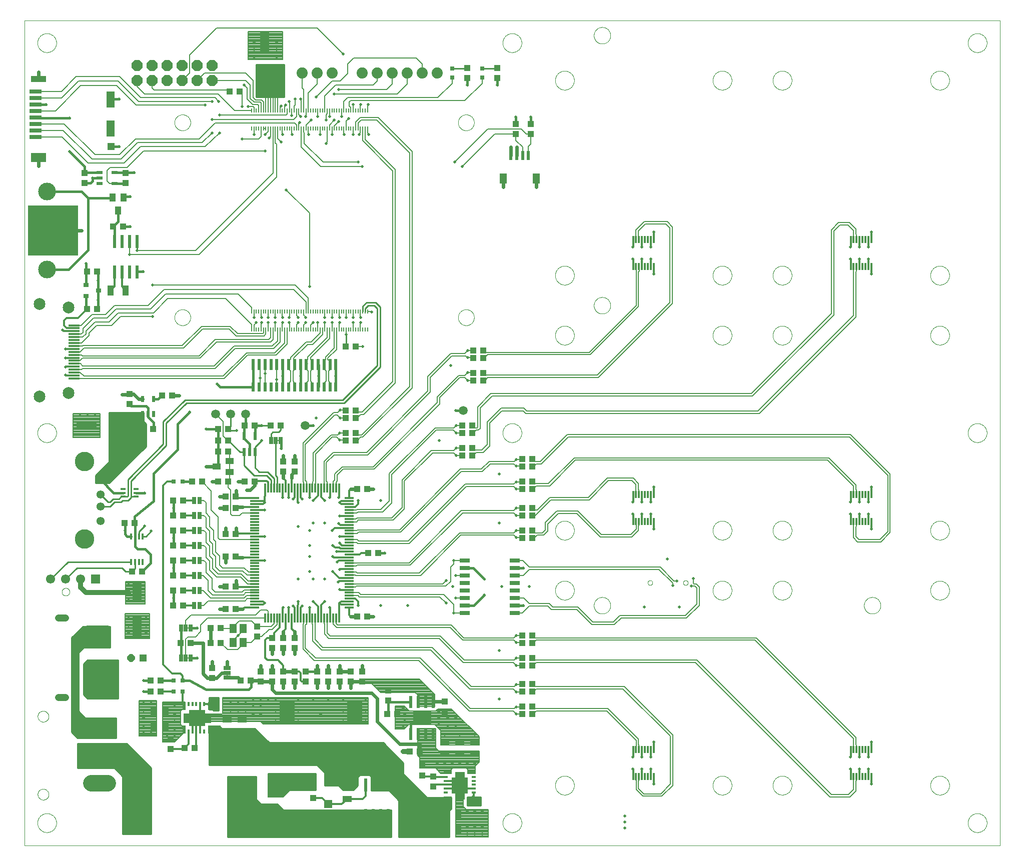
<source format=gtl>
G75*
%MOIN*%
%OFA0B0*%
%FSLAX25Y25*%
%IPPOS*%
%LPD*%
%AMOC8*
5,1,8,0,0,1.08239X$1,22.5*
%
%ADD10C,0.00000*%
%ADD11R,0.00787X0.02756*%
%ADD12C,0.10925*%
%ADD13R,0.08661X0.07087*%
%ADD14C,0.08600*%
%ADD15R,0.06299X0.04331*%
%ADD16R,0.02362X0.08661*%
%ADD17R,0.05512X0.05512*%
%ADD18R,0.03937X0.04331*%
%ADD19R,0.09843X0.15748*%
%ADD20C,0.00039*%
%ADD21R,0.01969X0.05512*%
%ADD22R,0.01378X0.02756*%
%ADD23C,0.02381*%
%ADD24R,0.03937X0.03937*%
%ADD25R,0.04331X0.03937*%
%ADD26R,0.04331X0.06299*%
%ADD27R,0.05512X0.01969*%
%ADD28R,0.02756X0.01378*%
%ADD29R,0.03150X0.03150*%
%ADD30R,0.02362X0.07874*%
%ADD31R,0.12205X0.09449*%
%ADD32R,0.06299X0.13780*%
%ADD33R,0.07480X0.01181*%
%ADD34C,0.07854*%
%ADD35R,0.07874X0.02756*%
%ADD36R,0.10236X0.03937*%
%ADD37R,0.10236X0.05906*%
%ADD38R,0.05512X0.10630*%
%ADD39R,0.04724X0.04724*%
%ADD40R,0.02362X0.07283*%
%ADD41R,0.02362X0.06496*%
%ADD42R,0.04724X0.07087*%
%ADD43R,0.02362X0.06102*%
%ADD44C,0.05433*%
%ADD45C,0.12992*%
%ADD46R,0.04000X0.02000*%
%ADD47R,0.02000X0.04000*%
%ADD48R,0.03740X0.01575*%
%ADD49R,0.13780X0.06299*%
%ADD50R,0.03543X0.03150*%
%ADD51C,0.11811*%
%ADD52R,0.33465X0.33465*%
%ADD53R,0.03937X0.05512*%
%ADD54R,0.04331X0.07087*%
%ADD55R,0.01614X0.04134*%
%ADD56R,0.06024X0.06024*%
%ADD57C,0.06102*%
%ADD58R,0.06299X0.01181*%
%ADD59R,0.01181X0.06299*%
%ADD60OC8,0.07400*%
%ADD61C,0.07400*%
%ADD62R,0.05000X0.02500*%
%ADD63C,0.00800*%
%ADD64R,0.02200X0.05200*%
%ADD65R,0.05512X0.03937*%
%ADD66C,0.05906*%
%ADD67R,0.02500X0.05000*%
%ADD68R,0.01181X0.04724*%
%ADD69R,0.06693X0.02992*%
%ADD70R,0.05118X0.05118*%
%ADD71OC8,0.05118*%
%ADD72R,0.04724X0.05906*%
%ADD73C,0.14567*%
%ADD74R,0.14567X0.14567*%
%ADD75C,0.04724*%
%ADD76C,0.01000*%
%ADD77C,0.01969*%
%ADD78C,0.01200*%
%ADD79C,0.02400*%
%ADD80C,0.01600*%
%ADD81C,0.03200*%
D10*
X0027589Y0022142D02*
X0027589Y0572142D01*
X0677589Y0572142D01*
X0677589Y0022142D01*
X0027589Y0022142D01*
X0036290Y0037142D02*
X0036292Y0037300D01*
X0036298Y0037458D01*
X0036308Y0037616D01*
X0036322Y0037774D01*
X0036340Y0037931D01*
X0036361Y0038088D01*
X0036387Y0038244D01*
X0036417Y0038400D01*
X0036450Y0038555D01*
X0036488Y0038708D01*
X0036529Y0038861D01*
X0036574Y0039013D01*
X0036623Y0039164D01*
X0036676Y0039313D01*
X0036732Y0039461D01*
X0036792Y0039607D01*
X0036856Y0039752D01*
X0036924Y0039895D01*
X0036995Y0040037D01*
X0037069Y0040177D01*
X0037147Y0040314D01*
X0037229Y0040450D01*
X0037313Y0040584D01*
X0037402Y0040715D01*
X0037493Y0040844D01*
X0037588Y0040971D01*
X0037685Y0041096D01*
X0037786Y0041218D01*
X0037890Y0041337D01*
X0037997Y0041454D01*
X0038107Y0041568D01*
X0038220Y0041679D01*
X0038335Y0041788D01*
X0038453Y0041893D01*
X0038574Y0041995D01*
X0038697Y0042095D01*
X0038823Y0042191D01*
X0038951Y0042284D01*
X0039081Y0042374D01*
X0039214Y0042460D01*
X0039349Y0042544D01*
X0039485Y0042623D01*
X0039624Y0042700D01*
X0039765Y0042772D01*
X0039907Y0042842D01*
X0040051Y0042907D01*
X0040197Y0042969D01*
X0040344Y0043027D01*
X0040493Y0043082D01*
X0040643Y0043133D01*
X0040794Y0043180D01*
X0040946Y0043223D01*
X0041099Y0043262D01*
X0041254Y0043298D01*
X0041409Y0043329D01*
X0041565Y0043357D01*
X0041721Y0043381D01*
X0041878Y0043401D01*
X0042036Y0043417D01*
X0042193Y0043429D01*
X0042352Y0043437D01*
X0042510Y0043441D01*
X0042668Y0043441D01*
X0042826Y0043437D01*
X0042985Y0043429D01*
X0043142Y0043417D01*
X0043300Y0043401D01*
X0043457Y0043381D01*
X0043613Y0043357D01*
X0043769Y0043329D01*
X0043924Y0043298D01*
X0044079Y0043262D01*
X0044232Y0043223D01*
X0044384Y0043180D01*
X0044535Y0043133D01*
X0044685Y0043082D01*
X0044834Y0043027D01*
X0044981Y0042969D01*
X0045127Y0042907D01*
X0045271Y0042842D01*
X0045413Y0042772D01*
X0045554Y0042700D01*
X0045693Y0042623D01*
X0045829Y0042544D01*
X0045964Y0042460D01*
X0046097Y0042374D01*
X0046227Y0042284D01*
X0046355Y0042191D01*
X0046481Y0042095D01*
X0046604Y0041995D01*
X0046725Y0041893D01*
X0046843Y0041788D01*
X0046958Y0041679D01*
X0047071Y0041568D01*
X0047181Y0041454D01*
X0047288Y0041337D01*
X0047392Y0041218D01*
X0047493Y0041096D01*
X0047590Y0040971D01*
X0047685Y0040844D01*
X0047776Y0040715D01*
X0047865Y0040584D01*
X0047949Y0040450D01*
X0048031Y0040314D01*
X0048109Y0040177D01*
X0048183Y0040037D01*
X0048254Y0039895D01*
X0048322Y0039752D01*
X0048386Y0039607D01*
X0048446Y0039461D01*
X0048502Y0039313D01*
X0048555Y0039164D01*
X0048604Y0039013D01*
X0048649Y0038861D01*
X0048690Y0038708D01*
X0048728Y0038555D01*
X0048761Y0038400D01*
X0048791Y0038244D01*
X0048817Y0038088D01*
X0048838Y0037931D01*
X0048856Y0037774D01*
X0048870Y0037616D01*
X0048880Y0037458D01*
X0048886Y0037300D01*
X0048888Y0037142D01*
X0048886Y0036984D01*
X0048880Y0036826D01*
X0048870Y0036668D01*
X0048856Y0036510D01*
X0048838Y0036353D01*
X0048817Y0036196D01*
X0048791Y0036040D01*
X0048761Y0035884D01*
X0048728Y0035729D01*
X0048690Y0035576D01*
X0048649Y0035423D01*
X0048604Y0035271D01*
X0048555Y0035120D01*
X0048502Y0034971D01*
X0048446Y0034823D01*
X0048386Y0034677D01*
X0048322Y0034532D01*
X0048254Y0034389D01*
X0048183Y0034247D01*
X0048109Y0034107D01*
X0048031Y0033970D01*
X0047949Y0033834D01*
X0047865Y0033700D01*
X0047776Y0033569D01*
X0047685Y0033440D01*
X0047590Y0033313D01*
X0047493Y0033188D01*
X0047392Y0033066D01*
X0047288Y0032947D01*
X0047181Y0032830D01*
X0047071Y0032716D01*
X0046958Y0032605D01*
X0046843Y0032496D01*
X0046725Y0032391D01*
X0046604Y0032289D01*
X0046481Y0032189D01*
X0046355Y0032093D01*
X0046227Y0032000D01*
X0046097Y0031910D01*
X0045964Y0031824D01*
X0045829Y0031740D01*
X0045693Y0031661D01*
X0045554Y0031584D01*
X0045413Y0031512D01*
X0045271Y0031442D01*
X0045127Y0031377D01*
X0044981Y0031315D01*
X0044834Y0031257D01*
X0044685Y0031202D01*
X0044535Y0031151D01*
X0044384Y0031104D01*
X0044232Y0031061D01*
X0044079Y0031022D01*
X0043924Y0030986D01*
X0043769Y0030955D01*
X0043613Y0030927D01*
X0043457Y0030903D01*
X0043300Y0030883D01*
X0043142Y0030867D01*
X0042985Y0030855D01*
X0042826Y0030847D01*
X0042668Y0030843D01*
X0042510Y0030843D01*
X0042352Y0030847D01*
X0042193Y0030855D01*
X0042036Y0030867D01*
X0041878Y0030883D01*
X0041721Y0030903D01*
X0041565Y0030927D01*
X0041409Y0030955D01*
X0041254Y0030986D01*
X0041099Y0031022D01*
X0040946Y0031061D01*
X0040794Y0031104D01*
X0040643Y0031151D01*
X0040493Y0031202D01*
X0040344Y0031257D01*
X0040197Y0031315D01*
X0040051Y0031377D01*
X0039907Y0031442D01*
X0039765Y0031512D01*
X0039624Y0031584D01*
X0039485Y0031661D01*
X0039349Y0031740D01*
X0039214Y0031824D01*
X0039081Y0031910D01*
X0038951Y0032000D01*
X0038823Y0032093D01*
X0038697Y0032189D01*
X0038574Y0032289D01*
X0038453Y0032391D01*
X0038335Y0032496D01*
X0038220Y0032605D01*
X0038107Y0032716D01*
X0037997Y0032830D01*
X0037890Y0032947D01*
X0037786Y0033066D01*
X0037685Y0033188D01*
X0037588Y0033313D01*
X0037493Y0033440D01*
X0037402Y0033569D01*
X0037313Y0033700D01*
X0037229Y0033834D01*
X0037147Y0033970D01*
X0037069Y0034107D01*
X0036995Y0034247D01*
X0036924Y0034389D01*
X0036856Y0034532D01*
X0036792Y0034677D01*
X0036732Y0034823D01*
X0036676Y0034971D01*
X0036623Y0035120D01*
X0036574Y0035271D01*
X0036529Y0035423D01*
X0036488Y0035576D01*
X0036450Y0035729D01*
X0036417Y0035884D01*
X0036387Y0036040D01*
X0036361Y0036196D01*
X0036340Y0036353D01*
X0036322Y0036510D01*
X0036308Y0036668D01*
X0036298Y0036826D01*
X0036292Y0036984D01*
X0036290Y0037142D01*
X0036467Y0056158D02*
X0036469Y0056278D01*
X0036475Y0056399D01*
X0036485Y0056519D01*
X0036499Y0056638D01*
X0036517Y0056757D01*
X0036538Y0056876D01*
X0036564Y0056994D01*
X0036594Y0057110D01*
X0036627Y0057226D01*
X0036664Y0057341D01*
X0036705Y0057454D01*
X0036750Y0057566D01*
X0036798Y0057676D01*
X0036850Y0057785D01*
X0036906Y0057891D01*
X0036965Y0057996D01*
X0037028Y0058099D01*
X0037093Y0058200D01*
X0037163Y0058299D01*
X0037235Y0058395D01*
X0037310Y0058489D01*
X0037389Y0058580D01*
X0037471Y0058669D01*
X0037555Y0058754D01*
X0037642Y0058838D01*
X0037732Y0058918D01*
X0037825Y0058995D01*
X0037920Y0059069D01*
X0038017Y0059139D01*
X0038117Y0059207D01*
X0038219Y0059271D01*
X0038323Y0059332D01*
X0038429Y0059389D01*
X0038537Y0059443D01*
X0038646Y0059493D01*
X0038757Y0059540D01*
X0038870Y0059583D01*
X0038984Y0059622D01*
X0039099Y0059657D01*
X0039215Y0059689D01*
X0039332Y0059716D01*
X0039450Y0059740D01*
X0039569Y0059760D01*
X0039688Y0059776D01*
X0039808Y0059788D01*
X0039928Y0059796D01*
X0040049Y0059800D01*
X0040169Y0059800D01*
X0040290Y0059796D01*
X0040410Y0059788D01*
X0040530Y0059776D01*
X0040649Y0059760D01*
X0040768Y0059740D01*
X0040886Y0059716D01*
X0041003Y0059689D01*
X0041119Y0059657D01*
X0041234Y0059622D01*
X0041348Y0059583D01*
X0041461Y0059540D01*
X0041572Y0059493D01*
X0041681Y0059443D01*
X0041789Y0059389D01*
X0041895Y0059332D01*
X0041999Y0059271D01*
X0042101Y0059207D01*
X0042201Y0059139D01*
X0042298Y0059069D01*
X0042393Y0058995D01*
X0042486Y0058918D01*
X0042576Y0058838D01*
X0042663Y0058754D01*
X0042747Y0058669D01*
X0042829Y0058580D01*
X0042908Y0058489D01*
X0042983Y0058395D01*
X0043055Y0058299D01*
X0043125Y0058200D01*
X0043190Y0058099D01*
X0043253Y0057996D01*
X0043312Y0057891D01*
X0043368Y0057785D01*
X0043420Y0057676D01*
X0043468Y0057566D01*
X0043513Y0057454D01*
X0043554Y0057341D01*
X0043591Y0057226D01*
X0043624Y0057110D01*
X0043654Y0056994D01*
X0043680Y0056876D01*
X0043701Y0056757D01*
X0043719Y0056638D01*
X0043733Y0056519D01*
X0043743Y0056399D01*
X0043749Y0056278D01*
X0043751Y0056158D01*
X0043749Y0056038D01*
X0043743Y0055917D01*
X0043733Y0055797D01*
X0043719Y0055678D01*
X0043701Y0055559D01*
X0043680Y0055440D01*
X0043654Y0055322D01*
X0043624Y0055206D01*
X0043591Y0055090D01*
X0043554Y0054975D01*
X0043513Y0054862D01*
X0043468Y0054750D01*
X0043420Y0054640D01*
X0043368Y0054531D01*
X0043312Y0054425D01*
X0043253Y0054320D01*
X0043190Y0054217D01*
X0043125Y0054116D01*
X0043055Y0054017D01*
X0042983Y0053921D01*
X0042908Y0053827D01*
X0042829Y0053736D01*
X0042747Y0053647D01*
X0042663Y0053562D01*
X0042576Y0053478D01*
X0042486Y0053398D01*
X0042393Y0053321D01*
X0042298Y0053247D01*
X0042201Y0053177D01*
X0042101Y0053109D01*
X0041999Y0053045D01*
X0041895Y0052984D01*
X0041789Y0052927D01*
X0041681Y0052873D01*
X0041572Y0052823D01*
X0041461Y0052776D01*
X0041348Y0052733D01*
X0041234Y0052694D01*
X0041119Y0052659D01*
X0041003Y0052627D01*
X0040886Y0052600D01*
X0040768Y0052576D01*
X0040649Y0052556D01*
X0040530Y0052540D01*
X0040410Y0052528D01*
X0040290Y0052520D01*
X0040169Y0052516D01*
X0040049Y0052516D01*
X0039928Y0052520D01*
X0039808Y0052528D01*
X0039688Y0052540D01*
X0039569Y0052556D01*
X0039450Y0052576D01*
X0039332Y0052600D01*
X0039215Y0052627D01*
X0039099Y0052659D01*
X0038984Y0052694D01*
X0038870Y0052733D01*
X0038757Y0052776D01*
X0038646Y0052823D01*
X0038537Y0052873D01*
X0038429Y0052927D01*
X0038323Y0052984D01*
X0038219Y0053045D01*
X0038117Y0053109D01*
X0038017Y0053177D01*
X0037920Y0053247D01*
X0037825Y0053321D01*
X0037732Y0053398D01*
X0037642Y0053478D01*
X0037555Y0053562D01*
X0037471Y0053647D01*
X0037389Y0053736D01*
X0037310Y0053827D01*
X0037235Y0053921D01*
X0037163Y0054017D01*
X0037093Y0054116D01*
X0037028Y0054217D01*
X0036965Y0054320D01*
X0036906Y0054425D01*
X0036850Y0054531D01*
X0036798Y0054640D01*
X0036750Y0054750D01*
X0036705Y0054862D01*
X0036664Y0054975D01*
X0036627Y0055090D01*
X0036594Y0055206D01*
X0036564Y0055322D01*
X0036538Y0055440D01*
X0036517Y0055559D01*
X0036499Y0055678D01*
X0036485Y0055797D01*
X0036475Y0055917D01*
X0036469Y0056038D01*
X0036467Y0056158D01*
X0036467Y0108127D02*
X0036469Y0108247D01*
X0036475Y0108368D01*
X0036485Y0108488D01*
X0036499Y0108607D01*
X0036517Y0108726D01*
X0036538Y0108845D01*
X0036564Y0108963D01*
X0036594Y0109079D01*
X0036627Y0109195D01*
X0036664Y0109310D01*
X0036705Y0109423D01*
X0036750Y0109535D01*
X0036798Y0109645D01*
X0036850Y0109754D01*
X0036906Y0109860D01*
X0036965Y0109965D01*
X0037028Y0110068D01*
X0037093Y0110169D01*
X0037163Y0110268D01*
X0037235Y0110364D01*
X0037310Y0110458D01*
X0037389Y0110549D01*
X0037471Y0110638D01*
X0037555Y0110723D01*
X0037642Y0110807D01*
X0037732Y0110887D01*
X0037825Y0110964D01*
X0037920Y0111038D01*
X0038017Y0111108D01*
X0038117Y0111176D01*
X0038219Y0111240D01*
X0038323Y0111301D01*
X0038429Y0111358D01*
X0038537Y0111412D01*
X0038646Y0111462D01*
X0038757Y0111509D01*
X0038870Y0111552D01*
X0038984Y0111591D01*
X0039099Y0111626D01*
X0039215Y0111658D01*
X0039332Y0111685D01*
X0039450Y0111709D01*
X0039569Y0111729D01*
X0039688Y0111745D01*
X0039808Y0111757D01*
X0039928Y0111765D01*
X0040049Y0111769D01*
X0040169Y0111769D01*
X0040290Y0111765D01*
X0040410Y0111757D01*
X0040530Y0111745D01*
X0040649Y0111729D01*
X0040768Y0111709D01*
X0040886Y0111685D01*
X0041003Y0111658D01*
X0041119Y0111626D01*
X0041234Y0111591D01*
X0041348Y0111552D01*
X0041461Y0111509D01*
X0041572Y0111462D01*
X0041681Y0111412D01*
X0041789Y0111358D01*
X0041895Y0111301D01*
X0041999Y0111240D01*
X0042101Y0111176D01*
X0042201Y0111108D01*
X0042298Y0111038D01*
X0042393Y0110964D01*
X0042486Y0110887D01*
X0042576Y0110807D01*
X0042663Y0110723D01*
X0042747Y0110638D01*
X0042829Y0110549D01*
X0042908Y0110458D01*
X0042983Y0110364D01*
X0043055Y0110268D01*
X0043125Y0110169D01*
X0043190Y0110068D01*
X0043253Y0109965D01*
X0043312Y0109860D01*
X0043368Y0109754D01*
X0043420Y0109645D01*
X0043468Y0109535D01*
X0043513Y0109423D01*
X0043554Y0109310D01*
X0043591Y0109195D01*
X0043624Y0109079D01*
X0043654Y0108963D01*
X0043680Y0108845D01*
X0043701Y0108726D01*
X0043719Y0108607D01*
X0043733Y0108488D01*
X0043743Y0108368D01*
X0043749Y0108247D01*
X0043751Y0108127D01*
X0043749Y0108007D01*
X0043743Y0107886D01*
X0043733Y0107766D01*
X0043719Y0107647D01*
X0043701Y0107528D01*
X0043680Y0107409D01*
X0043654Y0107291D01*
X0043624Y0107175D01*
X0043591Y0107059D01*
X0043554Y0106944D01*
X0043513Y0106831D01*
X0043468Y0106719D01*
X0043420Y0106609D01*
X0043368Y0106500D01*
X0043312Y0106394D01*
X0043253Y0106289D01*
X0043190Y0106186D01*
X0043125Y0106085D01*
X0043055Y0105986D01*
X0042983Y0105890D01*
X0042908Y0105796D01*
X0042829Y0105705D01*
X0042747Y0105616D01*
X0042663Y0105531D01*
X0042576Y0105447D01*
X0042486Y0105367D01*
X0042393Y0105290D01*
X0042298Y0105216D01*
X0042201Y0105146D01*
X0042101Y0105078D01*
X0041999Y0105014D01*
X0041895Y0104953D01*
X0041789Y0104896D01*
X0041681Y0104842D01*
X0041572Y0104792D01*
X0041461Y0104745D01*
X0041348Y0104702D01*
X0041234Y0104663D01*
X0041119Y0104628D01*
X0041003Y0104596D01*
X0040886Y0104569D01*
X0040768Y0104545D01*
X0040649Y0104525D01*
X0040530Y0104509D01*
X0040410Y0104497D01*
X0040290Y0104489D01*
X0040169Y0104485D01*
X0040049Y0104485D01*
X0039928Y0104489D01*
X0039808Y0104497D01*
X0039688Y0104509D01*
X0039569Y0104525D01*
X0039450Y0104545D01*
X0039332Y0104569D01*
X0039215Y0104596D01*
X0039099Y0104628D01*
X0038984Y0104663D01*
X0038870Y0104702D01*
X0038757Y0104745D01*
X0038646Y0104792D01*
X0038537Y0104842D01*
X0038429Y0104896D01*
X0038323Y0104953D01*
X0038219Y0105014D01*
X0038117Y0105078D01*
X0038017Y0105146D01*
X0037920Y0105216D01*
X0037825Y0105290D01*
X0037732Y0105367D01*
X0037642Y0105447D01*
X0037555Y0105531D01*
X0037471Y0105616D01*
X0037389Y0105705D01*
X0037310Y0105796D01*
X0037235Y0105890D01*
X0037163Y0105986D01*
X0037093Y0106085D01*
X0037028Y0106186D01*
X0036965Y0106289D01*
X0036906Y0106394D01*
X0036850Y0106500D01*
X0036798Y0106609D01*
X0036750Y0106719D01*
X0036705Y0106831D01*
X0036664Y0106944D01*
X0036627Y0107059D01*
X0036594Y0107175D01*
X0036564Y0107291D01*
X0036538Y0107409D01*
X0036517Y0107528D01*
X0036499Y0107647D01*
X0036485Y0107766D01*
X0036475Y0107886D01*
X0036469Y0108007D01*
X0036467Y0108127D01*
X0052530Y0191138D02*
X0052532Y0191239D01*
X0052538Y0191340D01*
X0052548Y0191441D01*
X0052562Y0191541D01*
X0052580Y0191640D01*
X0052602Y0191739D01*
X0052627Y0191837D01*
X0052657Y0191934D01*
X0052690Y0192029D01*
X0052727Y0192123D01*
X0052768Y0192216D01*
X0052812Y0192307D01*
X0052860Y0192396D01*
X0052912Y0192483D01*
X0052967Y0192568D01*
X0053025Y0192650D01*
X0053086Y0192731D01*
X0053151Y0192809D01*
X0053218Y0192884D01*
X0053288Y0192956D01*
X0053362Y0193026D01*
X0053438Y0193093D01*
X0053516Y0193157D01*
X0053597Y0193217D01*
X0053680Y0193274D01*
X0053766Y0193328D01*
X0053854Y0193379D01*
X0053943Y0193426D01*
X0054034Y0193470D01*
X0054127Y0193509D01*
X0054222Y0193546D01*
X0054317Y0193578D01*
X0054414Y0193607D01*
X0054513Y0193631D01*
X0054611Y0193652D01*
X0054711Y0193669D01*
X0054811Y0193682D01*
X0054912Y0193691D01*
X0055013Y0193696D01*
X0055114Y0193697D01*
X0055215Y0193694D01*
X0055316Y0193687D01*
X0055417Y0193676D01*
X0055517Y0193661D01*
X0055616Y0193642D01*
X0055715Y0193619D01*
X0055812Y0193593D01*
X0055909Y0193562D01*
X0056004Y0193528D01*
X0056097Y0193490D01*
X0056190Y0193448D01*
X0056280Y0193403D01*
X0056369Y0193354D01*
X0056455Y0193302D01*
X0056539Y0193246D01*
X0056622Y0193187D01*
X0056701Y0193125D01*
X0056779Y0193060D01*
X0056853Y0192992D01*
X0056925Y0192920D01*
X0056994Y0192847D01*
X0057060Y0192770D01*
X0057123Y0192691D01*
X0057183Y0192609D01*
X0057239Y0192525D01*
X0057292Y0192439D01*
X0057342Y0192351D01*
X0057388Y0192261D01*
X0057431Y0192170D01*
X0057470Y0192076D01*
X0057505Y0191981D01*
X0057536Y0191885D01*
X0057564Y0191788D01*
X0057588Y0191690D01*
X0057608Y0191591D01*
X0057624Y0191491D01*
X0057636Y0191390D01*
X0057644Y0191290D01*
X0057648Y0191189D01*
X0057648Y0191087D01*
X0057644Y0190986D01*
X0057636Y0190886D01*
X0057624Y0190785D01*
X0057608Y0190685D01*
X0057588Y0190586D01*
X0057564Y0190488D01*
X0057536Y0190391D01*
X0057505Y0190295D01*
X0057470Y0190200D01*
X0057431Y0190106D01*
X0057388Y0190015D01*
X0057342Y0189925D01*
X0057292Y0189837D01*
X0057239Y0189751D01*
X0057183Y0189667D01*
X0057123Y0189585D01*
X0057060Y0189506D01*
X0056994Y0189429D01*
X0056925Y0189356D01*
X0056853Y0189284D01*
X0056779Y0189216D01*
X0056701Y0189151D01*
X0056622Y0189089D01*
X0056539Y0189030D01*
X0056455Y0188974D01*
X0056368Y0188922D01*
X0056280Y0188873D01*
X0056190Y0188828D01*
X0056097Y0188786D01*
X0056004Y0188748D01*
X0055909Y0188714D01*
X0055812Y0188683D01*
X0055715Y0188657D01*
X0055616Y0188634D01*
X0055517Y0188615D01*
X0055417Y0188600D01*
X0055316Y0188589D01*
X0055215Y0188582D01*
X0055114Y0188579D01*
X0055013Y0188580D01*
X0054912Y0188585D01*
X0054811Y0188594D01*
X0054711Y0188607D01*
X0054611Y0188624D01*
X0054513Y0188645D01*
X0054414Y0188669D01*
X0054317Y0188698D01*
X0054222Y0188730D01*
X0054127Y0188767D01*
X0054034Y0188806D01*
X0053943Y0188850D01*
X0053854Y0188897D01*
X0053766Y0188948D01*
X0053680Y0189002D01*
X0053597Y0189059D01*
X0053516Y0189119D01*
X0053438Y0189183D01*
X0053362Y0189250D01*
X0053288Y0189320D01*
X0053218Y0189392D01*
X0053151Y0189467D01*
X0053086Y0189545D01*
X0053025Y0189626D01*
X0052967Y0189708D01*
X0052912Y0189793D01*
X0052860Y0189880D01*
X0052812Y0189969D01*
X0052768Y0190060D01*
X0052727Y0190153D01*
X0052690Y0190247D01*
X0052657Y0190342D01*
X0052627Y0190439D01*
X0052602Y0190537D01*
X0052580Y0190636D01*
X0052562Y0190735D01*
X0052548Y0190835D01*
X0052538Y0190936D01*
X0052532Y0191037D01*
X0052530Y0191138D01*
X0036290Y0297142D02*
X0036292Y0297300D01*
X0036298Y0297458D01*
X0036308Y0297616D01*
X0036322Y0297774D01*
X0036340Y0297931D01*
X0036361Y0298088D01*
X0036387Y0298244D01*
X0036417Y0298400D01*
X0036450Y0298555D01*
X0036488Y0298708D01*
X0036529Y0298861D01*
X0036574Y0299013D01*
X0036623Y0299164D01*
X0036676Y0299313D01*
X0036732Y0299461D01*
X0036792Y0299607D01*
X0036856Y0299752D01*
X0036924Y0299895D01*
X0036995Y0300037D01*
X0037069Y0300177D01*
X0037147Y0300314D01*
X0037229Y0300450D01*
X0037313Y0300584D01*
X0037402Y0300715D01*
X0037493Y0300844D01*
X0037588Y0300971D01*
X0037685Y0301096D01*
X0037786Y0301218D01*
X0037890Y0301337D01*
X0037997Y0301454D01*
X0038107Y0301568D01*
X0038220Y0301679D01*
X0038335Y0301788D01*
X0038453Y0301893D01*
X0038574Y0301995D01*
X0038697Y0302095D01*
X0038823Y0302191D01*
X0038951Y0302284D01*
X0039081Y0302374D01*
X0039214Y0302460D01*
X0039349Y0302544D01*
X0039485Y0302623D01*
X0039624Y0302700D01*
X0039765Y0302772D01*
X0039907Y0302842D01*
X0040051Y0302907D01*
X0040197Y0302969D01*
X0040344Y0303027D01*
X0040493Y0303082D01*
X0040643Y0303133D01*
X0040794Y0303180D01*
X0040946Y0303223D01*
X0041099Y0303262D01*
X0041254Y0303298D01*
X0041409Y0303329D01*
X0041565Y0303357D01*
X0041721Y0303381D01*
X0041878Y0303401D01*
X0042036Y0303417D01*
X0042193Y0303429D01*
X0042352Y0303437D01*
X0042510Y0303441D01*
X0042668Y0303441D01*
X0042826Y0303437D01*
X0042985Y0303429D01*
X0043142Y0303417D01*
X0043300Y0303401D01*
X0043457Y0303381D01*
X0043613Y0303357D01*
X0043769Y0303329D01*
X0043924Y0303298D01*
X0044079Y0303262D01*
X0044232Y0303223D01*
X0044384Y0303180D01*
X0044535Y0303133D01*
X0044685Y0303082D01*
X0044834Y0303027D01*
X0044981Y0302969D01*
X0045127Y0302907D01*
X0045271Y0302842D01*
X0045413Y0302772D01*
X0045554Y0302700D01*
X0045693Y0302623D01*
X0045829Y0302544D01*
X0045964Y0302460D01*
X0046097Y0302374D01*
X0046227Y0302284D01*
X0046355Y0302191D01*
X0046481Y0302095D01*
X0046604Y0301995D01*
X0046725Y0301893D01*
X0046843Y0301788D01*
X0046958Y0301679D01*
X0047071Y0301568D01*
X0047181Y0301454D01*
X0047288Y0301337D01*
X0047392Y0301218D01*
X0047493Y0301096D01*
X0047590Y0300971D01*
X0047685Y0300844D01*
X0047776Y0300715D01*
X0047865Y0300584D01*
X0047949Y0300450D01*
X0048031Y0300314D01*
X0048109Y0300177D01*
X0048183Y0300037D01*
X0048254Y0299895D01*
X0048322Y0299752D01*
X0048386Y0299607D01*
X0048446Y0299461D01*
X0048502Y0299313D01*
X0048555Y0299164D01*
X0048604Y0299013D01*
X0048649Y0298861D01*
X0048690Y0298708D01*
X0048728Y0298555D01*
X0048761Y0298400D01*
X0048791Y0298244D01*
X0048817Y0298088D01*
X0048838Y0297931D01*
X0048856Y0297774D01*
X0048870Y0297616D01*
X0048880Y0297458D01*
X0048886Y0297300D01*
X0048888Y0297142D01*
X0048886Y0296984D01*
X0048880Y0296826D01*
X0048870Y0296668D01*
X0048856Y0296510D01*
X0048838Y0296353D01*
X0048817Y0296196D01*
X0048791Y0296040D01*
X0048761Y0295884D01*
X0048728Y0295729D01*
X0048690Y0295576D01*
X0048649Y0295423D01*
X0048604Y0295271D01*
X0048555Y0295120D01*
X0048502Y0294971D01*
X0048446Y0294823D01*
X0048386Y0294677D01*
X0048322Y0294532D01*
X0048254Y0294389D01*
X0048183Y0294247D01*
X0048109Y0294107D01*
X0048031Y0293970D01*
X0047949Y0293834D01*
X0047865Y0293700D01*
X0047776Y0293569D01*
X0047685Y0293440D01*
X0047590Y0293313D01*
X0047493Y0293188D01*
X0047392Y0293066D01*
X0047288Y0292947D01*
X0047181Y0292830D01*
X0047071Y0292716D01*
X0046958Y0292605D01*
X0046843Y0292496D01*
X0046725Y0292391D01*
X0046604Y0292289D01*
X0046481Y0292189D01*
X0046355Y0292093D01*
X0046227Y0292000D01*
X0046097Y0291910D01*
X0045964Y0291824D01*
X0045829Y0291740D01*
X0045693Y0291661D01*
X0045554Y0291584D01*
X0045413Y0291512D01*
X0045271Y0291442D01*
X0045127Y0291377D01*
X0044981Y0291315D01*
X0044834Y0291257D01*
X0044685Y0291202D01*
X0044535Y0291151D01*
X0044384Y0291104D01*
X0044232Y0291061D01*
X0044079Y0291022D01*
X0043924Y0290986D01*
X0043769Y0290955D01*
X0043613Y0290927D01*
X0043457Y0290903D01*
X0043300Y0290883D01*
X0043142Y0290867D01*
X0042985Y0290855D01*
X0042826Y0290847D01*
X0042668Y0290843D01*
X0042510Y0290843D01*
X0042352Y0290847D01*
X0042193Y0290855D01*
X0042036Y0290867D01*
X0041878Y0290883D01*
X0041721Y0290903D01*
X0041565Y0290927D01*
X0041409Y0290955D01*
X0041254Y0290986D01*
X0041099Y0291022D01*
X0040946Y0291061D01*
X0040794Y0291104D01*
X0040643Y0291151D01*
X0040493Y0291202D01*
X0040344Y0291257D01*
X0040197Y0291315D01*
X0040051Y0291377D01*
X0039907Y0291442D01*
X0039765Y0291512D01*
X0039624Y0291584D01*
X0039485Y0291661D01*
X0039349Y0291740D01*
X0039214Y0291824D01*
X0039081Y0291910D01*
X0038951Y0292000D01*
X0038823Y0292093D01*
X0038697Y0292189D01*
X0038574Y0292289D01*
X0038453Y0292391D01*
X0038335Y0292496D01*
X0038220Y0292605D01*
X0038107Y0292716D01*
X0037997Y0292830D01*
X0037890Y0292947D01*
X0037786Y0293066D01*
X0037685Y0293188D01*
X0037588Y0293313D01*
X0037493Y0293440D01*
X0037402Y0293569D01*
X0037313Y0293700D01*
X0037229Y0293834D01*
X0037147Y0293970D01*
X0037069Y0294107D01*
X0036995Y0294247D01*
X0036924Y0294389D01*
X0036856Y0294532D01*
X0036792Y0294677D01*
X0036732Y0294823D01*
X0036676Y0294971D01*
X0036623Y0295120D01*
X0036574Y0295271D01*
X0036529Y0295423D01*
X0036488Y0295576D01*
X0036450Y0295729D01*
X0036417Y0295884D01*
X0036387Y0296040D01*
X0036361Y0296196D01*
X0036340Y0296353D01*
X0036322Y0296510D01*
X0036308Y0296668D01*
X0036298Y0296826D01*
X0036292Y0296984D01*
X0036290Y0297142D01*
X0127628Y0374111D02*
X0127630Y0374256D01*
X0127636Y0374401D01*
X0127646Y0374546D01*
X0127660Y0374691D01*
X0127678Y0374835D01*
X0127699Y0374978D01*
X0127725Y0375121D01*
X0127754Y0375263D01*
X0127788Y0375405D01*
X0127825Y0375545D01*
X0127866Y0375684D01*
X0127911Y0375822D01*
X0127960Y0375959D01*
X0128012Y0376095D01*
X0128068Y0376229D01*
X0128128Y0376361D01*
X0128191Y0376492D01*
X0128258Y0376620D01*
X0128328Y0376748D01*
X0128402Y0376873D01*
X0128479Y0376996D01*
X0128559Y0377116D01*
X0128643Y0377235D01*
X0128730Y0377351D01*
X0128820Y0377465D01*
X0128913Y0377577D01*
X0129009Y0377685D01*
X0129109Y0377791D01*
X0129210Y0377895D01*
X0129315Y0377995D01*
X0129423Y0378093D01*
X0129533Y0378188D01*
X0129645Y0378279D01*
X0129760Y0378368D01*
X0129878Y0378453D01*
X0129998Y0378535D01*
X0130120Y0378614D01*
X0130244Y0378690D01*
X0130370Y0378762D01*
X0130498Y0378830D01*
X0130628Y0378895D01*
X0130759Y0378957D01*
X0130892Y0379014D01*
X0131027Y0379069D01*
X0131163Y0379119D01*
X0131301Y0379166D01*
X0131439Y0379209D01*
X0131579Y0379248D01*
X0131720Y0379283D01*
X0131862Y0379315D01*
X0132004Y0379342D01*
X0132147Y0379366D01*
X0132291Y0379386D01*
X0132436Y0379402D01*
X0132580Y0379414D01*
X0132725Y0379422D01*
X0132870Y0379426D01*
X0133016Y0379426D01*
X0133161Y0379422D01*
X0133306Y0379414D01*
X0133450Y0379402D01*
X0133595Y0379386D01*
X0133739Y0379366D01*
X0133882Y0379342D01*
X0134024Y0379315D01*
X0134166Y0379283D01*
X0134307Y0379248D01*
X0134447Y0379209D01*
X0134585Y0379166D01*
X0134723Y0379119D01*
X0134859Y0379069D01*
X0134994Y0379014D01*
X0135127Y0378957D01*
X0135258Y0378895D01*
X0135388Y0378830D01*
X0135516Y0378762D01*
X0135642Y0378690D01*
X0135766Y0378614D01*
X0135888Y0378535D01*
X0136008Y0378453D01*
X0136126Y0378368D01*
X0136241Y0378279D01*
X0136353Y0378188D01*
X0136463Y0378093D01*
X0136571Y0377995D01*
X0136676Y0377895D01*
X0136777Y0377791D01*
X0136877Y0377685D01*
X0136973Y0377577D01*
X0137066Y0377465D01*
X0137156Y0377351D01*
X0137243Y0377235D01*
X0137327Y0377116D01*
X0137407Y0376996D01*
X0137484Y0376873D01*
X0137558Y0376748D01*
X0137628Y0376620D01*
X0137695Y0376492D01*
X0137758Y0376361D01*
X0137818Y0376229D01*
X0137874Y0376095D01*
X0137926Y0375959D01*
X0137975Y0375822D01*
X0138020Y0375684D01*
X0138061Y0375545D01*
X0138098Y0375405D01*
X0138132Y0375263D01*
X0138161Y0375121D01*
X0138187Y0374978D01*
X0138208Y0374835D01*
X0138226Y0374691D01*
X0138240Y0374546D01*
X0138250Y0374401D01*
X0138256Y0374256D01*
X0138258Y0374111D01*
X0138256Y0373966D01*
X0138250Y0373821D01*
X0138240Y0373676D01*
X0138226Y0373531D01*
X0138208Y0373387D01*
X0138187Y0373244D01*
X0138161Y0373101D01*
X0138132Y0372959D01*
X0138098Y0372817D01*
X0138061Y0372677D01*
X0138020Y0372538D01*
X0137975Y0372400D01*
X0137926Y0372263D01*
X0137874Y0372127D01*
X0137818Y0371993D01*
X0137758Y0371861D01*
X0137695Y0371730D01*
X0137628Y0371602D01*
X0137558Y0371474D01*
X0137484Y0371349D01*
X0137407Y0371226D01*
X0137327Y0371106D01*
X0137243Y0370987D01*
X0137156Y0370871D01*
X0137066Y0370757D01*
X0136973Y0370645D01*
X0136877Y0370537D01*
X0136777Y0370431D01*
X0136676Y0370327D01*
X0136571Y0370227D01*
X0136463Y0370129D01*
X0136353Y0370034D01*
X0136241Y0369943D01*
X0136126Y0369854D01*
X0136008Y0369769D01*
X0135888Y0369687D01*
X0135766Y0369608D01*
X0135642Y0369532D01*
X0135516Y0369460D01*
X0135388Y0369392D01*
X0135258Y0369327D01*
X0135127Y0369265D01*
X0134994Y0369208D01*
X0134859Y0369153D01*
X0134723Y0369103D01*
X0134585Y0369056D01*
X0134447Y0369013D01*
X0134307Y0368974D01*
X0134166Y0368939D01*
X0134024Y0368907D01*
X0133882Y0368880D01*
X0133739Y0368856D01*
X0133595Y0368836D01*
X0133450Y0368820D01*
X0133306Y0368808D01*
X0133161Y0368800D01*
X0133016Y0368796D01*
X0132870Y0368796D01*
X0132725Y0368800D01*
X0132580Y0368808D01*
X0132436Y0368820D01*
X0132291Y0368836D01*
X0132147Y0368856D01*
X0132004Y0368880D01*
X0131862Y0368907D01*
X0131720Y0368939D01*
X0131579Y0368974D01*
X0131439Y0369013D01*
X0131301Y0369056D01*
X0131163Y0369103D01*
X0131027Y0369153D01*
X0130892Y0369208D01*
X0130759Y0369265D01*
X0130628Y0369327D01*
X0130498Y0369392D01*
X0130370Y0369460D01*
X0130244Y0369532D01*
X0130120Y0369608D01*
X0129998Y0369687D01*
X0129878Y0369769D01*
X0129760Y0369854D01*
X0129645Y0369943D01*
X0129533Y0370034D01*
X0129423Y0370129D01*
X0129315Y0370227D01*
X0129210Y0370327D01*
X0129109Y0370431D01*
X0129009Y0370537D01*
X0128913Y0370645D01*
X0128820Y0370757D01*
X0128730Y0370871D01*
X0128643Y0370987D01*
X0128559Y0371106D01*
X0128479Y0371226D01*
X0128402Y0371349D01*
X0128328Y0371474D01*
X0128258Y0371602D01*
X0128191Y0371730D01*
X0128128Y0371861D01*
X0128068Y0371993D01*
X0128012Y0372127D01*
X0127960Y0372263D01*
X0127911Y0372400D01*
X0127866Y0372538D01*
X0127825Y0372677D01*
X0127788Y0372817D01*
X0127754Y0372959D01*
X0127725Y0373101D01*
X0127699Y0373244D01*
X0127678Y0373387D01*
X0127660Y0373531D01*
X0127646Y0373676D01*
X0127636Y0373821D01*
X0127630Y0373966D01*
X0127628Y0374111D01*
X0127628Y0504032D02*
X0127630Y0504177D01*
X0127636Y0504322D01*
X0127646Y0504467D01*
X0127660Y0504612D01*
X0127678Y0504756D01*
X0127699Y0504899D01*
X0127725Y0505042D01*
X0127754Y0505184D01*
X0127788Y0505326D01*
X0127825Y0505466D01*
X0127866Y0505605D01*
X0127911Y0505743D01*
X0127960Y0505880D01*
X0128012Y0506016D01*
X0128068Y0506150D01*
X0128128Y0506282D01*
X0128191Y0506413D01*
X0128258Y0506541D01*
X0128328Y0506669D01*
X0128402Y0506794D01*
X0128479Y0506917D01*
X0128559Y0507037D01*
X0128643Y0507156D01*
X0128730Y0507272D01*
X0128820Y0507386D01*
X0128913Y0507498D01*
X0129009Y0507606D01*
X0129109Y0507712D01*
X0129210Y0507816D01*
X0129315Y0507916D01*
X0129423Y0508014D01*
X0129533Y0508109D01*
X0129645Y0508200D01*
X0129760Y0508289D01*
X0129878Y0508374D01*
X0129998Y0508456D01*
X0130120Y0508535D01*
X0130244Y0508611D01*
X0130370Y0508683D01*
X0130498Y0508751D01*
X0130628Y0508816D01*
X0130759Y0508878D01*
X0130892Y0508935D01*
X0131027Y0508990D01*
X0131163Y0509040D01*
X0131301Y0509087D01*
X0131439Y0509130D01*
X0131579Y0509169D01*
X0131720Y0509204D01*
X0131862Y0509236D01*
X0132004Y0509263D01*
X0132147Y0509287D01*
X0132291Y0509307D01*
X0132436Y0509323D01*
X0132580Y0509335D01*
X0132725Y0509343D01*
X0132870Y0509347D01*
X0133016Y0509347D01*
X0133161Y0509343D01*
X0133306Y0509335D01*
X0133450Y0509323D01*
X0133595Y0509307D01*
X0133739Y0509287D01*
X0133882Y0509263D01*
X0134024Y0509236D01*
X0134166Y0509204D01*
X0134307Y0509169D01*
X0134447Y0509130D01*
X0134585Y0509087D01*
X0134723Y0509040D01*
X0134859Y0508990D01*
X0134994Y0508935D01*
X0135127Y0508878D01*
X0135258Y0508816D01*
X0135388Y0508751D01*
X0135516Y0508683D01*
X0135642Y0508611D01*
X0135766Y0508535D01*
X0135888Y0508456D01*
X0136008Y0508374D01*
X0136126Y0508289D01*
X0136241Y0508200D01*
X0136353Y0508109D01*
X0136463Y0508014D01*
X0136571Y0507916D01*
X0136676Y0507816D01*
X0136777Y0507712D01*
X0136877Y0507606D01*
X0136973Y0507498D01*
X0137066Y0507386D01*
X0137156Y0507272D01*
X0137243Y0507156D01*
X0137327Y0507037D01*
X0137407Y0506917D01*
X0137484Y0506794D01*
X0137558Y0506669D01*
X0137628Y0506541D01*
X0137695Y0506413D01*
X0137758Y0506282D01*
X0137818Y0506150D01*
X0137874Y0506016D01*
X0137926Y0505880D01*
X0137975Y0505743D01*
X0138020Y0505605D01*
X0138061Y0505466D01*
X0138098Y0505326D01*
X0138132Y0505184D01*
X0138161Y0505042D01*
X0138187Y0504899D01*
X0138208Y0504756D01*
X0138226Y0504612D01*
X0138240Y0504467D01*
X0138250Y0504322D01*
X0138256Y0504177D01*
X0138258Y0504032D01*
X0138256Y0503887D01*
X0138250Y0503742D01*
X0138240Y0503597D01*
X0138226Y0503452D01*
X0138208Y0503308D01*
X0138187Y0503165D01*
X0138161Y0503022D01*
X0138132Y0502880D01*
X0138098Y0502738D01*
X0138061Y0502598D01*
X0138020Y0502459D01*
X0137975Y0502321D01*
X0137926Y0502184D01*
X0137874Y0502048D01*
X0137818Y0501914D01*
X0137758Y0501782D01*
X0137695Y0501651D01*
X0137628Y0501523D01*
X0137558Y0501395D01*
X0137484Y0501270D01*
X0137407Y0501147D01*
X0137327Y0501027D01*
X0137243Y0500908D01*
X0137156Y0500792D01*
X0137066Y0500678D01*
X0136973Y0500566D01*
X0136877Y0500458D01*
X0136777Y0500352D01*
X0136676Y0500248D01*
X0136571Y0500148D01*
X0136463Y0500050D01*
X0136353Y0499955D01*
X0136241Y0499864D01*
X0136126Y0499775D01*
X0136008Y0499690D01*
X0135888Y0499608D01*
X0135766Y0499529D01*
X0135642Y0499453D01*
X0135516Y0499381D01*
X0135388Y0499313D01*
X0135258Y0499248D01*
X0135127Y0499186D01*
X0134994Y0499129D01*
X0134859Y0499074D01*
X0134723Y0499024D01*
X0134585Y0498977D01*
X0134447Y0498934D01*
X0134307Y0498895D01*
X0134166Y0498860D01*
X0134024Y0498828D01*
X0133882Y0498801D01*
X0133739Y0498777D01*
X0133595Y0498757D01*
X0133450Y0498741D01*
X0133306Y0498729D01*
X0133161Y0498721D01*
X0133016Y0498717D01*
X0132870Y0498717D01*
X0132725Y0498721D01*
X0132580Y0498729D01*
X0132436Y0498741D01*
X0132291Y0498757D01*
X0132147Y0498777D01*
X0132004Y0498801D01*
X0131862Y0498828D01*
X0131720Y0498860D01*
X0131579Y0498895D01*
X0131439Y0498934D01*
X0131301Y0498977D01*
X0131163Y0499024D01*
X0131027Y0499074D01*
X0130892Y0499129D01*
X0130759Y0499186D01*
X0130628Y0499248D01*
X0130498Y0499313D01*
X0130370Y0499381D01*
X0130244Y0499453D01*
X0130120Y0499529D01*
X0129998Y0499608D01*
X0129878Y0499690D01*
X0129760Y0499775D01*
X0129645Y0499864D01*
X0129533Y0499955D01*
X0129423Y0500050D01*
X0129315Y0500148D01*
X0129210Y0500248D01*
X0129109Y0500352D01*
X0129009Y0500458D01*
X0128913Y0500566D01*
X0128820Y0500678D01*
X0128730Y0500792D01*
X0128643Y0500908D01*
X0128559Y0501027D01*
X0128479Y0501147D01*
X0128402Y0501270D01*
X0128328Y0501395D01*
X0128258Y0501523D01*
X0128191Y0501651D01*
X0128128Y0501782D01*
X0128068Y0501914D01*
X0128012Y0502048D01*
X0127960Y0502184D01*
X0127911Y0502321D01*
X0127866Y0502459D01*
X0127825Y0502598D01*
X0127788Y0502738D01*
X0127754Y0502880D01*
X0127725Y0503022D01*
X0127699Y0503165D01*
X0127678Y0503308D01*
X0127660Y0503452D01*
X0127646Y0503597D01*
X0127636Y0503742D01*
X0127630Y0503887D01*
X0127628Y0504032D01*
X0036290Y0557142D02*
X0036292Y0557300D01*
X0036298Y0557458D01*
X0036308Y0557616D01*
X0036322Y0557774D01*
X0036340Y0557931D01*
X0036361Y0558088D01*
X0036387Y0558244D01*
X0036417Y0558400D01*
X0036450Y0558555D01*
X0036488Y0558708D01*
X0036529Y0558861D01*
X0036574Y0559013D01*
X0036623Y0559164D01*
X0036676Y0559313D01*
X0036732Y0559461D01*
X0036792Y0559607D01*
X0036856Y0559752D01*
X0036924Y0559895D01*
X0036995Y0560037D01*
X0037069Y0560177D01*
X0037147Y0560314D01*
X0037229Y0560450D01*
X0037313Y0560584D01*
X0037402Y0560715D01*
X0037493Y0560844D01*
X0037588Y0560971D01*
X0037685Y0561096D01*
X0037786Y0561218D01*
X0037890Y0561337D01*
X0037997Y0561454D01*
X0038107Y0561568D01*
X0038220Y0561679D01*
X0038335Y0561788D01*
X0038453Y0561893D01*
X0038574Y0561995D01*
X0038697Y0562095D01*
X0038823Y0562191D01*
X0038951Y0562284D01*
X0039081Y0562374D01*
X0039214Y0562460D01*
X0039349Y0562544D01*
X0039485Y0562623D01*
X0039624Y0562700D01*
X0039765Y0562772D01*
X0039907Y0562842D01*
X0040051Y0562907D01*
X0040197Y0562969D01*
X0040344Y0563027D01*
X0040493Y0563082D01*
X0040643Y0563133D01*
X0040794Y0563180D01*
X0040946Y0563223D01*
X0041099Y0563262D01*
X0041254Y0563298D01*
X0041409Y0563329D01*
X0041565Y0563357D01*
X0041721Y0563381D01*
X0041878Y0563401D01*
X0042036Y0563417D01*
X0042193Y0563429D01*
X0042352Y0563437D01*
X0042510Y0563441D01*
X0042668Y0563441D01*
X0042826Y0563437D01*
X0042985Y0563429D01*
X0043142Y0563417D01*
X0043300Y0563401D01*
X0043457Y0563381D01*
X0043613Y0563357D01*
X0043769Y0563329D01*
X0043924Y0563298D01*
X0044079Y0563262D01*
X0044232Y0563223D01*
X0044384Y0563180D01*
X0044535Y0563133D01*
X0044685Y0563082D01*
X0044834Y0563027D01*
X0044981Y0562969D01*
X0045127Y0562907D01*
X0045271Y0562842D01*
X0045413Y0562772D01*
X0045554Y0562700D01*
X0045693Y0562623D01*
X0045829Y0562544D01*
X0045964Y0562460D01*
X0046097Y0562374D01*
X0046227Y0562284D01*
X0046355Y0562191D01*
X0046481Y0562095D01*
X0046604Y0561995D01*
X0046725Y0561893D01*
X0046843Y0561788D01*
X0046958Y0561679D01*
X0047071Y0561568D01*
X0047181Y0561454D01*
X0047288Y0561337D01*
X0047392Y0561218D01*
X0047493Y0561096D01*
X0047590Y0560971D01*
X0047685Y0560844D01*
X0047776Y0560715D01*
X0047865Y0560584D01*
X0047949Y0560450D01*
X0048031Y0560314D01*
X0048109Y0560177D01*
X0048183Y0560037D01*
X0048254Y0559895D01*
X0048322Y0559752D01*
X0048386Y0559607D01*
X0048446Y0559461D01*
X0048502Y0559313D01*
X0048555Y0559164D01*
X0048604Y0559013D01*
X0048649Y0558861D01*
X0048690Y0558708D01*
X0048728Y0558555D01*
X0048761Y0558400D01*
X0048791Y0558244D01*
X0048817Y0558088D01*
X0048838Y0557931D01*
X0048856Y0557774D01*
X0048870Y0557616D01*
X0048880Y0557458D01*
X0048886Y0557300D01*
X0048888Y0557142D01*
X0048886Y0556984D01*
X0048880Y0556826D01*
X0048870Y0556668D01*
X0048856Y0556510D01*
X0048838Y0556353D01*
X0048817Y0556196D01*
X0048791Y0556040D01*
X0048761Y0555884D01*
X0048728Y0555729D01*
X0048690Y0555576D01*
X0048649Y0555423D01*
X0048604Y0555271D01*
X0048555Y0555120D01*
X0048502Y0554971D01*
X0048446Y0554823D01*
X0048386Y0554677D01*
X0048322Y0554532D01*
X0048254Y0554389D01*
X0048183Y0554247D01*
X0048109Y0554107D01*
X0048031Y0553970D01*
X0047949Y0553834D01*
X0047865Y0553700D01*
X0047776Y0553569D01*
X0047685Y0553440D01*
X0047590Y0553313D01*
X0047493Y0553188D01*
X0047392Y0553066D01*
X0047288Y0552947D01*
X0047181Y0552830D01*
X0047071Y0552716D01*
X0046958Y0552605D01*
X0046843Y0552496D01*
X0046725Y0552391D01*
X0046604Y0552289D01*
X0046481Y0552189D01*
X0046355Y0552093D01*
X0046227Y0552000D01*
X0046097Y0551910D01*
X0045964Y0551824D01*
X0045829Y0551740D01*
X0045693Y0551661D01*
X0045554Y0551584D01*
X0045413Y0551512D01*
X0045271Y0551442D01*
X0045127Y0551377D01*
X0044981Y0551315D01*
X0044834Y0551257D01*
X0044685Y0551202D01*
X0044535Y0551151D01*
X0044384Y0551104D01*
X0044232Y0551061D01*
X0044079Y0551022D01*
X0043924Y0550986D01*
X0043769Y0550955D01*
X0043613Y0550927D01*
X0043457Y0550903D01*
X0043300Y0550883D01*
X0043142Y0550867D01*
X0042985Y0550855D01*
X0042826Y0550847D01*
X0042668Y0550843D01*
X0042510Y0550843D01*
X0042352Y0550847D01*
X0042193Y0550855D01*
X0042036Y0550867D01*
X0041878Y0550883D01*
X0041721Y0550903D01*
X0041565Y0550927D01*
X0041409Y0550955D01*
X0041254Y0550986D01*
X0041099Y0551022D01*
X0040946Y0551061D01*
X0040794Y0551104D01*
X0040643Y0551151D01*
X0040493Y0551202D01*
X0040344Y0551257D01*
X0040197Y0551315D01*
X0040051Y0551377D01*
X0039907Y0551442D01*
X0039765Y0551512D01*
X0039624Y0551584D01*
X0039485Y0551661D01*
X0039349Y0551740D01*
X0039214Y0551824D01*
X0039081Y0551910D01*
X0038951Y0552000D01*
X0038823Y0552093D01*
X0038697Y0552189D01*
X0038574Y0552289D01*
X0038453Y0552391D01*
X0038335Y0552496D01*
X0038220Y0552605D01*
X0038107Y0552716D01*
X0037997Y0552830D01*
X0037890Y0552947D01*
X0037786Y0553066D01*
X0037685Y0553188D01*
X0037588Y0553313D01*
X0037493Y0553440D01*
X0037402Y0553569D01*
X0037313Y0553700D01*
X0037229Y0553834D01*
X0037147Y0553970D01*
X0037069Y0554107D01*
X0036995Y0554247D01*
X0036924Y0554389D01*
X0036856Y0554532D01*
X0036792Y0554677D01*
X0036732Y0554823D01*
X0036676Y0554971D01*
X0036623Y0555120D01*
X0036574Y0555271D01*
X0036529Y0555423D01*
X0036488Y0555576D01*
X0036450Y0555729D01*
X0036417Y0555884D01*
X0036387Y0556040D01*
X0036361Y0556196D01*
X0036340Y0556353D01*
X0036322Y0556510D01*
X0036308Y0556668D01*
X0036298Y0556826D01*
X0036292Y0556984D01*
X0036290Y0557142D01*
X0316605Y0504032D02*
X0316607Y0504177D01*
X0316613Y0504322D01*
X0316623Y0504467D01*
X0316637Y0504612D01*
X0316655Y0504756D01*
X0316676Y0504899D01*
X0316702Y0505042D01*
X0316731Y0505184D01*
X0316765Y0505326D01*
X0316802Y0505466D01*
X0316843Y0505605D01*
X0316888Y0505743D01*
X0316937Y0505880D01*
X0316989Y0506016D01*
X0317045Y0506150D01*
X0317105Y0506282D01*
X0317168Y0506413D01*
X0317235Y0506541D01*
X0317305Y0506669D01*
X0317379Y0506794D01*
X0317456Y0506917D01*
X0317536Y0507037D01*
X0317620Y0507156D01*
X0317707Y0507272D01*
X0317797Y0507386D01*
X0317890Y0507498D01*
X0317986Y0507606D01*
X0318086Y0507712D01*
X0318187Y0507816D01*
X0318292Y0507916D01*
X0318400Y0508014D01*
X0318510Y0508109D01*
X0318622Y0508200D01*
X0318737Y0508289D01*
X0318855Y0508374D01*
X0318975Y0508456D01*
X0319097Y0508535D01*
X0319221Y0508611D01*
X0319347Y0508683D01*
X0319475Y0508751D01*
X0319605Y0508816D01*
X0319736Y0508878D01*
X0319869Y0508935D01*
X0320004Y0508990D01*
X0320140Y0509040D01*
X0320278Y0509087D01*
X0320416Y0509130D01*
X0320556Y0509169D01*
X0320697Y0509204D01*
X0320839Y0509236D01*
X0320981Y0509263D01*
X0321124Y0509287D01*
X0321268Y0509307D01*
X0321413Y0509323D01*
X0321557Y0509335D01*
X0321702Y0509343D01*
X0321847Y0509347D01*
X0321993Y0509347D01*
X0322138Y0509343D01*
X0322283Y0509335D01*
X0322427Y0509323D01*
X0322572Y0509307D01*
X0322716Y0509287D01*
X0322859Y0509263D01*
X0323001Y0509236D01*
X0323143Y0509204D01*
X0323284Y0509169D01*
X0323424Y0509130D01*
X0323562Y0509087D01*
X0323700Y0509040D01*
X0323836Y0508990D01*
X0323971Y0508935D01*
X0324104Y0508878D01*
X0324235Y0508816D01*
X0324365Y0508751D01*
X0324493Y0508683D01*
X0324619Y0508611D01*
X0324743Y0508535D01*
X0324865Y0508456D01*
X0324985Y0508374D01*
X0325103Y0508289D01*
X0325218Y0508200D01*
X0325330Y0508109D01*
X0325440Y0508014D01*
X0325548Y0507916D01*
X0325653Y0507816D01*
X0325754Y0507712D01*
X0325854Y0507606D01*
X0325950Y0507498D01*
X0326043Y0507386D01*
X0326133Y0507272D01*
X0326220Y0507156D01*
X0326304Y0507037D01*
X0326384Y0506917D01*
X0326461Y0506794D01*
X0326535Y0506669D01*
X0326605Y0506541D01*
X0326672Y0506413D01*
X0326735Y0506282D01*
X0326795Y0506150D01*
X0326851Y0506016D01*
X0326903Y0505880D01*
X0326952Y0505743D01*
X0326997Y0505605D01*
X0327038Y0505466D01*
X0327075Y0505326D01*
X0327109Y0505184D01*
X0327138Y0505042D01*
X0327164Y0504899D01*
X0327185Y0504756D01*
X0327203Y0504612D01*
X0327217Y0504467D01*
X0327227Y0504322D01*
X0327233Y0504177D01*
X0327235Y0504032D01*
X0327233Y0503887D01*
X0327227Y0503742D01*
X0327217Y0503597D01*
X0327203Y0503452D01*
X0327185Y0503308D01*
X0327164Y0503165D01*
X0327138Y0503022D01*
X0327109Y0502880D01*
X0327075Y0502738D01*
X0327038Y0502598D01*
X0326997Y0502459D01*
X0326952Y0502321D01*
X0326903Y0502184D01*
X0326851Y0502048D01*
X0326795Y0501914D01*
X0326735Y0501782D01*
X0326672Y0501651D01*
X0326605Y0501523D01*
X0326535Y0501395D01*
X0326461Y0501270D01*
X0326384Y0501147D01*
X0326304Y0501027D01*
X0326220Y0500908D01*
X0326133Y0500792D01*
X0326043Y0500678D01*
X0325950Y0500566D01*
X0325854Y0500458D01*
X0325754Y0500352D01*
X0325653Y0500248D01*
X0325548Y0500148D01*
X0325440Y0500050D01*
X0325330Y0499955D01*
X0325218Y0499864D01*
X0325103Y0499775D01*
X0324985Y0499690D01*
X0324865Y0499608D01*
X0324743Y0499529D01*
X0324619Y0499453D01*
X0324493Y0499381D01*
X0324365Y0499313D01*
X0324235Y0499248D01*
X0324104Y0499186D01*
X0323971Y0499129D01*
X0323836Y0499074D01*
X0323700Y0499024D01*
X0323562Y0498977D01*
X0323424Y0498934D01*
X0323284Y0498895D01*
X0323143Y0498860D01*
X0323001Y0498828D01*
X0322859Y0498801D01*
X0322716Y0498777D01*
X0322572Y0498757D01*
X0322427Y0498741D01*
X0322283Y0498729D01*
X0322138Y0498721D01*
X0321993Y0498717D01*
X0321847Y0498717D01*
X0321702Y0498721D01*
X0321557Y0498729D01*
X0321413Y0498741D01*
X0321268Y0498757D01*
X0321124Y0498777D01*
X0320981Y0498801D01*
X0320839Y0498828D01*
X0320697Y0498860D01*
X0320556Y0498895D01*
X0320416Y0498934D01*
X0320278Y0498977D01*
X0320140Y0499024D01*
X0320004Y0499074D01*
X0319869Y0499129D01*
X0319736Y0499186D01*
X0319605Y0499248D01*
X0319475Y0499313D01*
X0319347Y0499381D01*
X0319221Y0499453D01*
X0319097Y0499529D01*
X0318975Y0499608D01*
X0318855Y0499690D01*
X0318737Y0499775D01*
X0318622Y0499864D01*
X0318510Y0499955D01*
X0318400Y0500050D01*
X0318292Y0500148D01*
X0318187Y0500248D01*
X0318086Y0500352D01*
X0317986Y0500458D01*
X0317890Y0500566D01*
X0317797Y0500678D01*
X0317707Y0500792D01*
X0317620Y0500908D01*
X0317536Y0501027D01*
X0317456Y0501147D01*
X0317379Y0501270D01*
X0317305Y0501395D01*
X0317235Y0501523D01*
X0317168Y0501651D01*
X0317105Y0501782D01*
X0317045Y0501914D01*
X0316989Y0502048D01*
X0316937Y0502184D01*
X0316888Y0502321D01*
X0316843Y0502459D01*
X0316802Y0502598D01*
X0316765Y0502738D01*
X0316731Y0502880D01*
X0316702Y0503022D01*
X0316676Y0503165D01*
X0316655Y0503308D01*
X0316637Y0503452D01*
X0316623Y0503597D01*
X0316613Y0503742D01*
X0316607Y0503887D01*
X0316605Y0504032D01*
X0346290Y0557142D02*
X0346292Y0557300D01*
X0346298Y0557458D01*
X0346308Y0557616D01*
X0346322Y0557774D01*
X0346340Y0557931D01*
X0346361Y0558088D01*
X0346387Y0558244D01*
X0346417Y0558400D01*
X0346450Y0558555D01*
X0346488Y0558708D01*
X0346529Y0558861D01*
X0346574Y0559013D01*
X0346623Y0559164D01*
X0346676Y0559313D01*
X0346732Y0559461D01*
X0346792Y0559607D01*
X0346856Y0559752D01*
X0346924Y0559895D01*
X0346995Y0560037D01*
X0347069Y0560177D01*
X0347147Y0560314D01*
X0347229Y0560450D01*
X0347313Y0560584D01*
X0347402Y0560715D01*
X0347493Y0560844D01*
X0347588Y0560971D01*
X0347685Y0561096D01*
X0347786Y0561218D01*
X0347890Y0561337D01*
X0347997Y0561454D01*
X0348107Y0561568D01*
X0348220Y0561679D01*
X0348335Y0561788D01*
X0348453Y0561893D01*
X0348574Y0561995D01*
X0348697Y0562095D01*
X0348823Y0562191D01*
X0348951Y0562284D01*
X0349081Y0562374D01*
X0349214Y0562460D01*
X0349349Y0562544D01*
X0349485Y0562623D01*
X0349624Y0562700D01*
X0349765Y0562772D01*
X0349907Y0562842D01*
X0350051Y0562907D01*
X0350197Y0562969D01*
X0350344Y0563027D01*
X0350493Y0563082D01*
X0350643Y0563133D01*
X0350794Y0563180D01*
X0350946Y0563223D01*
X0351099Y0563262D01*
X0351254Y0563298D01*
X0351409Y0563329D01*
X0351565Y0563357D01*
X0351721Y0563381D01*
X0351878Y0563401D01*
X0352036Y0563417D01*
X0352193Y0563429D01*
X0352352Y0563437D01*
X0352510Y0563441D01*
X0352668Y0563441D01*
X0352826Y0563437D01*
X0352985Y0563429D01*
X0353142Y0563417D01*
X0353300Y0563401D01*
X0353457Y0563381D01*
X0353613Y0563357D01*
X0353769Y0563329D01*
X0353924Y0563298D01*
X0354079Y0563262D01*
X0354232Y0563223D01*
X0354384Y0563180D01*
X0354535Y0563133D01*
X0354685Y0563082D01*
X0354834Y0563027D01*
X0354981Y0562969D01*
X0355127Y0562907D01*
X0355271Y0562842D01*
X0355413Y0562772D01*
X0355554Y0562700D01*
X0355693Y0562623D01*
X0355829Y0562544D01*
X0355964Y0562460D01*
X0356097Y0562374D01*
X0356227Y0562284D01*
X0356355Y0562191D01*
X0356481Y0562095D01*
X0356604Y0561995D01*
X0356725Y0561893D01*
X0356843Y0561788D01*
X0356958Y0561679D01*
X0357071Y0561568D01*
X0357181Y0561454D01*
X0357288Y0561337D01*
X0357392Y0561218D01*
X0357493Y0561096D01*
X0357590Y0560971D01*
X0357685Y0560844D01*
X0357776Y0560715D01*
X0357865Y0560584D01*
X0357949Y0560450D01*
X0358031Y0560314D01*
X0358109Y0560177D01*
X0358183Y0560037D01*
X0358254Y0559895D01*
X0358322Y0559752D01*
X0358386Y0559607D01*
X0358446Y0559461D01*
X0358502Y0559313D01*
X0358555Y0559164D01*
X0358604Y0559013D01*
X0358649Y0558861D01*
X0358690Y0558708D01*
X0358728Y0558555D01*
X0358761Y0558400D01*
X0358791Y0558244D01*
X0358817Y0558088D01*
X0358838Y0557931D01*
X0358856Y0557774D01*
X0358870Y0557616D01*
X0358880Y0557458D01*
X0358886Y0557300D01*
X0358888Y0557142D01*
X0358886Y0556984D01*
X0358880Y0556826D01*
X0358870Y0556668D01*
X0358856Y0556510D01*
X0358838Y0556353D01*
X0358817Y0556196D01*
X0358791Y0556040D01*
X0358761Y0555884D01*
X0358728Y0555729D01*
X0358690Y0555576D01*
X0358649Y0555423D01*
X0358604Y0555271D01*
X0358555Y0555120D01*
X0358502Y0554971D01*
X0358446Y0554823D01*
X0358386Y0554677D01*
X0358322Y0554532D01*
X0358254Y0554389D01*
X0358183Y0554247D01*
X0358109Y0554107D01*
X0358031Y0553970D01*
X0357949Y0553834D01*
X0357865Y0553700D01*
X0357776Y0553569D01*
X0357685Y0553440D01*
X0357590Y0553313D01*
X0357493Y0553188D01*
X0357392Y0553066D01*
X0357288Y0552947D01*
X0357181Y0552830D01*
X0357071Y0552716D01*
X0356958Y0552605D01*
X0356843Y0552496D01*
X0356725Y0552391D01*
X0356604Y0552289D01*
X0356481Y0552189D01*
X0356355Y0552093D01*
X0356227Y0552000D01*
X0356097Y0551910D01*
X0355964Y0551824D01*
X0355829Y0551740D01*
X0355693Y0551661D01*
X0355554Y0551584D01*
X0355413Y0551512D01*
X0355271Y0551442D01*
X0355127Y0551377D01*
X0354981Y0551315D01*
X0354834Y0551257D01*
X0354685Y0551202D01*
X0354535Y0551151D01*
X0354384Y0551104D01*
X0354232Y0551061D01*
X0354079Y0551022D01*
X0353924Y0550986D01*
X0353769Y0550955D01*
X0353613Y0550927D01*
X0353457Y0550903D01*
X0353300Y0550883D01*
X0353142Y0550867D01*
X0352985Y0550855D01*
X0352826Y0550847D01*
X0352668Y0550843D01*
X0352510Y0550843D01*
X0352352Y0550847D01*
X0352193Y0550855D01*
X0352036Y0550867D01*
X0351878Y0550883D01*
X0351721Y0550903D01*
X0351565Y0550927D01*
X0351409Y0550955D01*
X0351254Y0550986D01*
X0351099Y0551022D01*
X0350946Y0551061D01*
X0350794Y0551104D01*
X0350643Y0551151D01*
X0350493Y0551202D01*
X0350344Y0551257D01*
X0350197Y0551315D01*
X0350051Y0551377D01*
X0349907Y0551442D01*
X0349765Y0551512D01*
X0349624Y0551584D01*
X0349485Y0551661D01*
X0349349Y0551740D01*
X0349214Y0551824D01*
X0349081Y0551910D01*
X0348951Y0552000D01*
X0348823Y0552093D01*
X0348697Y0552189D01*
X0348574Y0552289D01*
X0348453Y0552391D01*
X0348335Y0552496D01*
X0348220Y0552605D01*
X0348107Y0552716D01*
X0347997Y0552830D01*
X0347890Y0552947D01*
X0347786Y0553066D01*
X0347685Y0553188D01*
X0347588Y0553313D01*
X0347493Y0553440D01*
X0347402Y0553569D01*
X0347313Y0553700D01*
X0347229Y0553834D01*
X0347147Y0553970D01*
X0347069Y0554107D01*
X0346995Y0554247D01*
X0346924Y0554389D01*
X0346856Y0554532D01*
X0346792Y0554677D01*
X0346732Y0554823D01*
X0346676Y0554971D01*
X0346623Y0555120D01*
X0346574Y0555271D01*
X0346529Y0555423D01*
X0346488Y0555576D01*
X0346450Y0555729D01*
X0346417Y0555884D01*
X0346387Y0556040D01*
X0346361Y0556196D01*
X0346340Y0556353D01*
X0346322Y0556510D01*
X0346308Y0556668D01*
X0346298Y0556826D01*
X0346292Y0556984D01*
X0346290Y0557142D01*
X0381290Y0532142D02*
X0381292Y0532300D01*
X0381298Y0532458D01*
X0381308Y0532616D01*
X0381322Y0532774D01*
X0381340Y0532931D01*
X0381361Y0533088D01*
X0381387Y0533244D01*
X0381417Y0533400D01*
X0381450Y0533555D01*
X0381488Y0533708D01*
X0381529Y0533861D01*
X0381574Y0534013D01*
X0381623Y0534164D01*
X0381676Y0534313D01*
X0381732Y0534461D01*
X0381792Y0534607D01*
X0381856Y0534752D01*
X0381924Y0534895D01*
X0381995Y0535037D01*
X0382069Y0535177D01*
X0382147Y0535314D01*
X0382229Y0535450D01*
X0382313Y0535584D01*
X0382402Y0535715D01*
X0382493Y0535844D01*
X0382588Y0535971D01*
X0382685Y0536096D01*
X0382786Y0536218D01*
X0382890Y0536337D01*
X0382997Y0536454D01*
X0383107Y0536568D01*
X0383220Y0536679D01*
X0383335Y0536788D01*
X0383453Y0536893D01*
X0383574Y0536995D01*
X0383697Y0537095D01*
X0383823Y0537191D01*
X0383951Y0537284D01*
X0384081Y0537374D01*
X0384214Y0537460D01*
X0384349Y0537544D01*
X0384485Y0537623D01*
X0384624Y0537700D01*
X0384765Y0537772D01*
X0384907Y0537842D01*
X0385051Y0537907D01*
X0385197Y0537969D01*
X0385344Y0538027D01*
X0385493Y0538082D01*
X0385643Y0538133D01*
X0385794Y0538180D01*
X0385946Y0538223D01*
X0386099Y0538262D01*
X0386254Y0538298D01*
X0386409Y0538329D01*
X0386565Y0538357D01*
X0386721Y0538381D01*
X0386878Y0538401D01*
X0387036Y0538417D01*
X0387193Y0538429D01*
X0387352Y0538437D01*
X0387510Y0538441D01*
X0387668Y0538441D01*
X0387826Y0538437D01*
X0387985Y0538429D01*
X0388142Y0538417D01*
X0388300Y0538401D01*
X0388457Y0538381D01*
X0388613Y0538357D01*
X0388769Y0538329D01*
X0388924Y0538298D01*
X0389079Y0538262D01*
X0389232Y0538223D01*
X0389384Y0538180D01*
X0389535Y0538133D01*
X0389685Y0538082D01*
X0389834Y0538027D01*
X0389981Y0537969D01*
X0390127Y0537907D01*
X0390271Y0537842D01*
X0390413Y0537772D01*
X0390554Y0537700D01*
X0390693Y0537623D01*
X0390829Y0537544D01*
X0390964Y0537460D01*
X0391097Y0537374D01*
X0391227Y0537284D01*
X0391355Y0537191D01*
X0391481Y0537095D01*
X0391604Y0536995D01*
X0391725Y0536893D01*
X0391843Y0536788D01*
X0391958Y0536679D01*
X0392071Y0536568D01*
X0392181Y0536454D01*
X0392288Y0536337D01*
X0392392Y0536218D01*
X0392493Y0536096D01*
X0392590Y0535971D01*
X0392685Y0535844D01*
X0392776Y0535715D01*
X0392865Y0535584D01*
X0392949Y0535450D01*
X0393031Y0535314D01*
X0393109Y0535177D01*
X0393183Y0535037D01*
X0393254Y0534895D01*
X0393322Y0534752D01*
X0393386Y0534607D01*
X0393446Y0534461D01*
X0393502Y0534313D01*
X0393555Y0534164D01*
X0393604Y0534013D01*
X0393649Y0533861D01*
X0393690Y0533708D01*
X0393728Y0533555D01*
X0393761Y0533400D01*
X0393791Y0533244D01*
X0393817Y0533088D01*
X0393838Y0532931D01*
X0393856Y0532774D01*
X0393870Y0532616D01*
X0393880Y0532458D01*
X0393886Y0532300D01*
X0393888Y0532142D01*
X0393886Y0531984D01*
X0393880Y0531826D01*
X0393870Y0531668D01*
X0393856Y0531510D01*
X0393838Y0531353D01*
X0393817Y0531196D01*
X0393791Y0531040D01*
X0393761Y0530884D01*
X0393728Y0530729D01*
X0393690Y0530576D01*
X0393649Y0530423D01*
X0393604Y0530271D01*
X0393555Y0530120D01*
X0393502Y0529971D01*
X0393446Y0529823D01*
X0393386Y0529677D01*
X0393322Y0529532D01*
X0393254Y0529389D01*
X0393183Y0529247D01*
X0393109Y0529107D01*
X0393031Y0528970D01*
X0392949Y0528834D01*
X0392865Y0528700D01*
X0392776Y0528569D01*
X0392685Y0528440D01*
X0392590Y0528313D01*
X0392493Y0528188D01*
X0392392Y0528066D01*
X0392288Y0527947D01*
X0392181Y0527830D01*
X0392071Y0527716D01*
X0391958Y0527605D01*
X0391843Y0527496D01*
X0391725Y0527391D01*
X0391604Y0527289D01*
X0391481Y0527189D01*
X0391355Y0527093D01*
X0391227Y0527000D01*
X0391097Y0526910D01*
X0390964Y0526824D01*
X0390829Y0526740D01*
X0390693Y0526661D01*
X0390554Y0526584D01*
X0390413Y0526512D01*
X0390271Y0526442D01*
X0390127Y0526377D01*
X0389981Y0526315D01*
X0389834Y0526257D01*
X0389685Y0526202D01*
X0389535Y0526151D01*
X0389384Y0526104D01*
X0389232Y0526061D01*
X0389079Y0526022D01*
X0388924Y0525986D01*
X0388769Y0525955D01*
X0388613Y0525927D01*
X0388457Y0525903D01*
X0388300Y0525883D01*
X0388142Y0525867D01*
X0387985Y0525855D01*
X0387826Y0525847D01*
X0387668Y0525843D01*
X0387510Y0525843D01*
X0387352Y0525847D01*
X0387193Y0525855D01*
X0387036Y0525867D01*
X0386878Y0525883D01*
X0386721Y0525903D01*
X0386565Y0525927D01*
X0386409Y0525955D01*
X0386254Y0525986D01*
X0386099Y0526022D01*
X0385946Y0526061D01*
X0385794Y0526104D01*
X0385643Y0526151D01*
X0385493Y0526202D01*
X0385344Y0526257D01*
X0385197Y0526315D01*
X0385051Y0526377D01*
X0384907Y0526442D01*
X0384765Y0526512D01*
X0384624Y0526584D01*
X0384485Y0526661D01*
X0384349Y0526740D01*
X0384214Y0526824D01*
X0384081Y0526910D01*
X0383951Y0527000D01*
X0383823Y0527093D01*
X0383697Y0527189D01*
X0383574Y0527289D01*
X0383453Y0527391D01*
X0383335Y0527496D01*
X0383220Y0527605D01*
X0383107Y0527716D01*
X0382997Y0527830D01*
X0382890Y0527947D01*
X0382786Y0528066D01*
X0382685Y0528188D01*
X0382588Y0528313D01*
X0382493Y0528440D01*
X0382402Y0528569D01*
X0382313Y0528700D01*
X0382229Y0528834D01*
X0382147Y0528970D01*
X0382069Y0529107D01*
X0381995Y0529247D01*
X0381924Y0529389D01*
X0381856Y0529532D01*
X0381792Y0529677D01*
X0381732Y0529823D01*
X0381676Y0529971D01*
X0381623Y0530120D01*
X0381574Y0530271D01*
X0381529Y0530423D01*
X0381488Y0530576D01*
X0381450Y0530729D01*
X0381417Y0530884D01*
X0381387Y0531040D01*
X0381361Y0531196D01*
X0381340Y0531353D01*
X0381322Y0531510D01*
X0381308Y0531668D01*
X0381298Y0531826D01*
X0381292Y0531984D01*
X0381290Y0532142D01*
X0407077Y0562079D02*
X0407079Y0562227D01*
X0407085Y0562375D01*
X0407095Y0562523D01*
X0407109Y0562670D01*
X0407127Y0562817D01*
X0407148Y0562963D01*
X0407174Y0563109D01*
X0407204Y0563254D01*
X0407237Y0563398D01*
X0407275Y0563541D01*
X0407316Y0563683D01*
X0407361Y0563824D01*
X0407409Y0563964D01*
X0407462Y0564103D01*
X0407518Y0564240D01*
X0407578Y0564375D01*
X0407641Y0564509D01*
X0407708Y0564641D01*
X0407779Y0564771D01*
X0407853Y0564899D01*
X0407930Y0565025D01*
X0408011Y0565149D01*
X0408095Y0565271D01*
X0408182Y0565390D01*
X0408273Y0565507D01*
X0408367Y0565622D01*
X0408463Y0565734D01*
X0408563Y0565844D01*
X0408665Y0565950D01*
X0408771Y0566054D01*
X0408879Y0566155D01*
X0408990Y0566253D01*
X0409103Y0566349D01*
X0409219Y0566441D01*
X0409337Y0566530D01*
X0409458Y0566615D01*
X0409581Y0566698D01*
X0409706Y0566777D01*
X0409833Y0566853D01*
X0409962Y0566925D01*
X0410093Y0566994D01*
X0410226Y0567059D01*
X0410361Y0567120D01*
X0410497Y0567178D01*
X0410634Y0567233D01*
X0410773Y0567283D01*
X0410914Y0567330D01*
X0411055Y0567373D01*
X0411198Y0567413D01*
X0411342Y0567448D01*
X0411486Y0567480D01*
X0411632Y0567507D01*
X0411778Y0567531D01*
X0411925Y0567551D01*
X0412072Y0567567D01*
X0412219Y0567579D01*
X0412367Y0567587D01*
X0412515Y0567591D01*
X0412663Y0567591D01*
X0412811Y0567587D01*
X0412959Y0567579D01*
X0413106Y0567567D01*
X0413253Y0567551D01*
X0413400Y0567531D01*
X0413546Y0567507D01*
X0413692Y0567480D01*
X0413836Y0567448D01*
X0413980Y0567413D01*
X0414123Y0567373D01*
X0414264Y0567330D01*
X0414405Y0567283D01*
X0414544Y0567233D01*
X0414681Y0567178D01*
X0414817Y0567120D01*
X0414952Y0567059D01*
X0415085Y0566994D01*
X0415216Y0566925D01*
X0415345Y0566853D01*
X0415472Y0566777D01*
X0415597Y0566698D01*
X0415720Y0566615D01*
X0415841Y0566530D01*
X0415959Y0566441D01*
X0416075Y0566349D01*
X0416188Y0566253D01*
X0416299Y0566155D01*
X0416407Y0566054D01*
X0416513Y0565950D01*
X0416615Y0565844D01*
X0416715Y0565734D01*
X0416811Y0565622D01*
X0416905Y0565507D01*
X0416996Y0565390D01*
X0417083Y0565271D01*
X0417167Y0565149D01*
X0417248Y0565025D01*
X0417325Y0564899D01*
X0417399Y0564771D01*
X0417470Y0564641D01*
X0417537Y0564509D01*
X0417600Y0564375D01*
X0417660Y0564240D01*
X0417716Y0564103D01*
X0417769Y0563964D01*
X0417817Y0563824D01*
X0417862Y0563683D01*
X0417903Y0563541D01*
X0417941Y0563398D01*
X0417974Y0563254D01*
X0418004Y0563109D01*
X0418030Y0562963D01*
X0418051Y0562817D01*
X0418069Y0562670D01*
X0418083Y0562523D01*
X0418093Y0562375D01*
X0418099Y0562227D01*
X0418101Y0562079D01*
X0418099Y0561931D01*
X0418093Y0561783D01*
X0418083Y0561635D01*
X0418069Y0561488D01*
X0418051Y0561341D01*
X0418030Y0561195D01*
X0418004Y0561049D01*
X0417974Y0560904D01*
X0417941Y0560760D01*
X0417903Y0560617D01*
X0417862Y0560475D01*
X0417817Y0560334D01*
X0417769Y0560194D01*
X0417716Y0560055D01*
X0417660Y0559918D01*
X0417600Y0559783D01*
X0417537Y0559649D01*
X0417470Y0559517D01*
X0417399Y0559387D01*
X0417325Y0559259D01*
X0417248Y0559133D01*
X0417167Y0559009D01*
X0417083Y0558887D01*
X0416996Y0558768D01*
X0416905Y0558651D01*
X0416811Y0558536D01*
X0416715Y0558424D01*
X0416615Y0558314D01*
X0416513Y0558208D01*
X0416407Y0558104D01*
X0416299Y0558003D01*
X0416188Y0557905D01*
X0416075Y0557809D01*
X0415959Y0557717D01*
X0415841Y0557628D01*
X0415720Y0557543D01*
X0415597Y0557460D01*
X0415472Y0557381D01*
X0415345Y0557305D01*
X0415216Y0557233D01*
X0415085Y0557164D01*
X0414952Y0557099D01*
X0414817Y0557038D01*
X0414681Y0556980D01*
X0414544Y0556925D01*
X0414405Y0556875D01*
X0414264Y0556828D01*
X0414123Y0556785D01*
X0413980Y0556745D01*
X0413836Y0556710D01*
X0413692Y0556678D01*
X0413546Y0556651D01*
X0413400Y0556627D01*
X0413253Y0556607D01*
X0413106Y0556591D01*
X0412959Y0556579D01*
X0412811Y0556571D01*
X0412663Y0556567D01*
X0412515Y0556567D01*
X0412367Y0556571D01*
X0412219Y0556579D01*
X0412072Y0556591D01*
X0411925Y0556607D01*
X0411778Y0556627D01*
X0411632Y0556651D01*
X0411486Y0556678D01*
X0411342Y0556710D01*
X0411198Y0556745D01*
X0411055Y0556785D01*
X0410914Y0556828D01*
X0410773Y0556875D01*
X0410634Y0556925D01*
X0410497Y0556980D01*
X0410361Y0557038D01*
X0410226Y0557099D01*
X0410093Y0557164D01*
X0409962Y0557233D01*
X0409833Y0557305D01*
X0409706Y0557381D01*
X0409581Y0557460D01*
X0409458Y0557543D01*
X0409337Y0557628D01*
X0409219Y0557717D01*
X0409103Y0557809D01*
X0408990Y0557905D01*
X0408879Y0558003D01*
X0408771Y0558104D01*
X0408665Y0558208D01*
X0408563Y0558314D01*
X0408463Y0558424D01*
X0408367Y0558536D01*
X0408273Y0558651D01*
X0408182Y0558768D01*
X0408095Y0558887D01*
X0408011Y0559009D01*
X0407930Y0559133D01*
X0407853Y0559259D01*
X0407779Y0559387D01*
X0407708Y0559517D01*
X0407641Y0559649D01*
X0407578Y0559783D01*
X0407518Y0559918D01*
X0407462Y0560055D01*
X0407409Y0560194D01*
X0407361Y0560334D01*
X0407316Y0560475D01*
X0407275Y0560617D01*
X0407237Y0560760D01*
X0407204Y0560904D01*
X0407174Y0561049D01*
X0407148Y0561195D01*
X0407127Y0561341D01*
X0407109Y0561488D01*
X0407095Y0561635D01*
X0407085Y0561783D01*
X0407079Y0561931D01*
X0407077Y0562079D01*
X0486290Y0532142D02*
X0486292Y0532300D01*
X0486298Y0532458D01*
X0486308Y0532616D01*
X0486322Y0532774D01*
X0486340Y0532931D01*
X0486361Y0533088D01*
X0486387Y0533244D01*
X0486417Y0533400D01*
X0486450Y0533555D01*
X0486488Y0533708D01*
X0486529Y0533861D01*
X0486574Y0534013D01*
X0486623Y0534164D01*
X0486676Y0534313D01*
X0486732Y0534461D01*
X0486792Y0534607D01*
X0486856Y0534752D01*
X0486924Y0534895D01*
X0486995Y0535037D01*
X0487069Y0535177D01*
X0487147Y0535314D01*
X0487229Y0535450D01*
X0487313Y0535584D01*
X0487402Y0535715D01*
X0487493Y0535844D01*
X0487588Y0535971D01*
X0487685Y0536096D01*
X0487786Y0536218D01*
X0487890Y0536337D01*
X0487997Y0536454D01*
X0488107Y0536568D01*
X0488220Y0536679D01*
X0488335Y0536788D01*
X0488453Y0536893D01*
X0488574Y0536995D01*
X0488697Y0537095D01*
X0488823Y0537191D01*
X0488951Y0537284D01*
X0489081Y0537374D01*
X0489214Y0537460D01*
X0489349Y0537544D01*
X0489485Y0537623D01*
X0489624Y0537700D01*
X0489765Y0537772D01*
X0489907Y0537842D01*
X0490051Y0537907D01*
X0490197Y0537969D01*
X0490344Y0538027D01*
X0490493Y0538082D01*
X0490643Y0538133D01*
X0490794Y0538180D01*
X0490946Y0538223D01*
X0491099Y0538262D01*
X0491254Y0538298D01*
X0491409Y0538329D01*
X0491565Y0538357D01*
X0491721Y0538381D01*
X0491878Y0538401D01*
X0492036Y0538417D01*
X0492193Y0538429D01*
X0492352Y0538437D01*
X0492510Y0538441D01*
X0492668Y0538441D01*
X0492826Y0538437D01*
X0492985Y0538429D01*
X0493142Y0538417D01*
X0493300Y0538401D01*
X0493457Y0538381D01*
X0493613Y0538357D01*
X0493769Y0538329D01*
X0493924Y0538298D01*
X0494079Y0538262D01*
X0494232Y0538223D01*
X0494384Y0538180D01*
X0494535Y0538133D01*
X0494685Y0538082D01*
X0494834Y0538027D01*
X0494981Y0537969D01*
X0495127Y0537907D01*
X0495271Y0537842D01*
X0495413Y0537772D01*
X0495554Y0537700D01*
X0495693Y0537623D01*
X0495829Y0537544D01*
X0495964Y0537460D01*
X0496097Y0537374D01*
X0496227Y0537284D01*
X0496355Y0537191D01*
X0496481Y0537095D01*
X0496604Y0536995D01*
X0496725Y0536893D01*
X0496843Y0536788D01*
X0496958Y0536679D01*
X0497071Y0536568D01*
X0497181Y0536454D01*
X0497288Y0536337D01*
X0497392Y0536218D01*
X0497493Y0536096D01*
X0497590Y0535971D01*
X0497685Y0535844D01*
X0497776Y0535715D01*
X0497865Y0535584D01*
X0497949Y0535450D01*
X0498031Y0535314D01*
X0498109Y0535177D01*
X0498183Y0535037D01*
X0498254Y0534895D01*
X0498322Y0534752D01*
X0498386Y0534607D01*
X0498446Y0534461D01*
X0498502Y0534313D01*
X0498555Y0534164D01*
X0498604Y0534013D01*
X0498649Y0533861D01*
X0498690Y0533708D01*
X0498728Y0533555D01*
X0498761Y0533400D01*
X0498791Y0533244D01*
X0498817Y0533088D01*
X0498838Y0532931D01*
X0498856Y0532774D01*
X0498870Y0532616D01*
X0498880Y0532458D01*
X0498886Y0532300D01*
X0498888Y0532142D01*
X0498886Y0531984D01*
X0498880Y0531826D01*
X0498870Y0531668D01*
X0498856Y0531510D01*
X0498838Y0531353D01*
X0498817Y0531196D01*
X0498791Y0531040D01*
X0498761Y0530884D01*
X0498728Y0530729D01*
X0498690Y0530576D01*
X0498649Y0530423D01*
X0498604Y0530271D01*
X0498555Y0530120D01*
X0498502Y0529971D01*
X0498446Y0529823D01*
X0498386Y0529677D01*
X0498322Y0529532D01*
X0498254Y0529389D01*
X0498183Y0529247D01*
X0498109Y0529107D01*
X0498031Y0528970D01*
X0497949Y0528834D01*
X0497865Y0528700D01*
X0497776Y0528569D01*
X0497685Y0528440D01*
X0497590Y0528313D01*
X0497493Y0528188D01*
X0497392Y0528066D01*
X0497288Y0527947D01*
X0497181Y0527830D01*
X0497071Y0527716D01*
X0496958Y0527605D01*
X0496843Y0527496D01*
X0496725Y0527391D01*
X0496604Y0527289D01*
X0496481Y0527189D01*
X0496355Y0527093D01*
X0496227Y0527000D01*
X0496097Y0526910D01*
X0495964Y0526824D01*
X0495829Y0526740D01*
X0495693Y0526661D01*
X0495554Y0526584D01*
X0495413Y0526512D01*
X0495271Y0526442D01*
X0495127Y0526377D01*
X0494981Y0526315D01*
X0494834Y0526257D01*
X0494685Y0526202D01*
X0494535Y0526151D01*
X0494384Y0526104D01*
X0494232Y0526061D01*
X0494079Y0526022D01*
X0493924Y0525986D01*
X0493769Y0525955D01*
X0493613Y0525927D01*
X0493457Y0525903D01*
X0493300Y0525883D01*
X0493142Y0525867D01*
X0492985Y0525855D01*
X0492826Y0525847D01*
X0492668Y0525843D01*
X0492510Y0525843D01*
X0492352Y0525847D01*
X0492193Y0525855D01*
X0492036Y0525867D01*
X0491878Y0525883D01*
X0491721Y0525903D01*
X0491565Y0525927D01*
X0491409Y0525955D01*
X0491254Y0525986D01*
X0491099Y0526022D01*
X0490946Y0526061D01*
X0490794Y0526104D01*
X0490643Y0526151D01*
X0490493Y0526202D01*
X0490344Y0526257D01*
X0490197Y0526315D01*
X0490051Y0526377D01*
X0489907Y0526442D01*
X0489765Y0526512D01*
X0489624Y0526584D01*
X0489485Y0526661D01*
X0489349Y0526740D01*
X0489214Y0526824D01*
X0489081Y0526910D01*
X0488951Y0527000D01*
X0488823Y0527093D01*
X0488697Y0527189D01*
X0488574Y0527289D01*
X0488453Y0527391D01*
X0488335Y0527496D01*
X0488220Y0527605D01*
X0488107Y0527716D01*
X0487997Y0527830D01*
X0487890Y0527947D01*
X0487786Y0528066D01*
X0487685Y0528188D01*
X0487588Y0528313D01*
X0487493Y0528440D01*
X0487402Y0528569D01*
X0487313Y0528700D01*
X0487229Y0528834D01*
X0487147Y0528970D01*
X0487069Y0529107D01*
X0486995Y0529247D01*
X0486924Y0529389D01*
X0486856Y0529532D01*
X0486792Y0529677D01*
X0486732Y0529823D01*
X0486676Y0529971D01*
X0486623Y0530120D01*
X0486574Y0530271D01*
X0486529Y0530423D01*
X0486488Y0530576D01*
X0486450Y0530729D01*
X0486417Y0530884D01*
X0486387Y0531040D01*
X0486361Y0531196D01*
X0486340Y0531353D01*
X0486322Y0531510D01*
X0486308Y0531668D01*
X0486298Y0531826D01*
X0486292Y0531984D01*
X0486290Y0532142D01*
X0526290Y0532142D02*
X0526292Y0532300D01*
X0526298Y0532458D01*
X0526308Y0532616D01*
X0526322Y0532774D01*
X0526340Y0532931D01*
X0526361Y0533088D01*
X0526387Y0533244D01*
X0526417Y0533400D01*
X0526450Y0533555D01*
X0526488Y0533708D01*
X0526529Y0533861D01*
X0526574Y0534013D01*
X0526623Y0534164D01*
X0526676Y0534313D01*
X0526732Y0534461D01*
X0526792Y0534607D01*
X0526856Y0534752D01*
X0526924Y0534895D01*
X0526995Y0535037D01*
X0527069Y0535177D01*
X0527147Y0535314D01*
X0527229Y0535450D01*
X0527313Y0535584D01*
X0527402Y0535715D01*
X0527493Y0535844D01*
X0527588Y0535971D01*
X0527685Y0536096D01*
X0527786Y0536218D01*
X0527890Y0536337D01*
X0527997Y0536454D01*
X0528107Y0536568D01*
X0528220Y0536679D01*
X0528335Y0536788D01*
X0528453Y0536893D01*
X0528574Y0536995D01*
X0528697Y0537095D01*
X0528823Y0537191D01*
X0528951Y0537284D01*
X0529081Y0537374D01*
X0529214Y0537460D01*
X0529349Y0537544D01*
X0529485Y0537623D01*
X0529624Y0537700D01*
X0529765Y0537772D01*
X0529907Y0537842D01*
X0530051Y0537907D01*
X0530197Y0537969D01*
X0530344Y0538027D01*
X0530493Y0538082D01*
X0530643Y0538133D01*
X0530794Y0538180D01*
X0530946Y0538223D01*
X0531099Y0538262D01*
X0531254Y0538298D01*
X0531409Y0538329D01*
X0531565Y0538357D01*
X0531721Y0538381D01*
X0531878Y0538401D01*
X0532036Y0538417D01*
X0532193Y0538429D01*
X0532352Y0538437D01*
X0532510Y0538441D01*
X0532668Y0538441D01*
X0532826Y0538437D01*
X0532985Y0538429D01*
X0533142Y0538417D01*
X0533300Y0538401D01*
X0533457Y0538381D01*
X0533613Y0538357D01*
X0533769Y0538329D01*
X0533924Y0538298D01*
X0534079Y0538262D01*
X0534232Y0538223D01*
X0534384Y0538180D01*
X0534535Y0538133D01*
X0534685Y0538082D01*
X0534834Y0538027D01*
X0534981Y0537969D01*
X0535127Y0537907D01*
X0535271Y0537842D01*
X0535413Y0537772D01*
X0535554Y0537700D01*
X0535693Y0537623D01*
X0535829Y0537544D01*
X0535964Y0537460D01*
X0536097Y0537374D01*
X0536227Y0537284D01*
X0536355Y0537191D01*
X0536481Y0537095D01*
X0536604Y0536995D01*
X0536725Y0536893D01*
X0536843Y0536788D01*
X0536958Y0536679D01*
X0537071Y0536568D01*
X0537181Y0536454D01*
X0537288Y0536337D01*
X0537392Y0536218D01*
X0537493Y0536096D01*
X0537590Y0535971D01*
X0537685Y0535844D01*
X0537776Y0535715D01*
X0537865Y0535584D01*
X0537949Y0535450D01*
X0538031Y0535314D01*
X0538109Y0535177D01*
X0538183Y0535037D01*
X0538254Y0534895D01*
X0538322Y0534752D01*
X0538386Y0534607D01*
X0538446Y0534461D01*
X0538502Y0534313D01*
X0538555Y0534164D01*
X0538604Y0534013D01*
X0538649Y0533861D01*
X0538690Y0533708D01*
X0538728Y0533555D01*
X0538761Y0533400D01*
X0538791Y0533244D01*
X0538817Y0533088D01*
X0538838Y0532931D01*
X0538856Y0532774D01*
X0538870Y0532616D01*
X0538880Y0532458D01*
X0538886Y0532300D01*
X0538888Y0532142D01*
X0538886Y0531984D01*
X0538880Y0531826D01*
X0538870Y0531668D01*
X0538856Y0531510D01*
X0538838Y0531353D01*
X0538817Y0531196D01*
X0538791Y0531040D01*
X0538761Y0530884D01*
X0538728Y0530729D01*
X0538690Y0530576D01*
X0538649Y0530423D01*
X0538604Y0530271D01*
X0538555Y0530120D01*
X0538502Y0529971D01*
X0538446Y0529823D01*
X0538386Y0529677D01*
X0538322Y0529532D01*
X0538254Y0529389D01*
X0538183Y0529247D01*
X0538109Y0529107D01*
X0538031Y0528970D01*
X0537949Y0528834D01*
X0537865Y0528700D01*
X0537776Y0528569D01*
X0537685Y0528440D01*
X0537590Y0528313D01*
X0537493Y0528188D01*
X0537392Y0528066D01*
X0537288Y0527947D01*
X0537181Y0527830D01*
X0537071Y0527716D01*
X0536958Y0527605D01*
X0536843Y0527496D01*
X0536725Y0527391D01*
X0536604Y0527289D01*
X0536481Y0527189D01*
X0536355Y0527093D01*
X0536227Y0527000D01*
X0536097Y0526910D01*
X0535964Y0526824D01*
X0535829Y0526740D01*
X0535693Y0526661D01*
X0535554Y0526584D01*
X0535413Y0526512D01*
X0535271Y0526442D01*
X0535127Y0526377D01*
X0534981Y0526315D01*
X0534834Y0526257D01*
X0534685Y0526202D01*
X0534535Y0526151D01*
X0534384Y0526104D01*
X0534232Y0526061D01*
X0534079Y0526022D01*
X0533924Y0525986D01*
X0533769Y0525955D01*
X0533613Y0525927D01*
X0533457Y0525903D01*
X0533300Y0525883D01*
X0533142Y0525867D01*
X0532985Y0525855D01*
X0532826Y0525847D01*
X0532668Y0525843D01*
X0532510Y0525843D01*
X0532352Y0525847D01*
X0532193Y0525855D01*
X0532036Y0525867D01*
X0531878Y0525883D01*
X0531721Y0525903D01*
X0531565Y0525927D01*
X0531409Y0525955D01*
X0531254Y0525986D01*
X0531099Y0526022D01*
X0530946Y0526061D01*
X0530794Y0526104D01*
X0530643Y0526151D01*
X0530493Y0526202D01*
X0530344Y0526257D01*
X0530197Y0526315D01*
X0530051Y0526377D01*
X0529907Y0526442D01*
X0529765Y0526512D01*
X0529624Y0526584D01*
X0529485Y0526661D01*
X0529349Y0526740D01*
X0529214Y0526824D01*
X0529081Y0526910D01*
X0528951Y0527000D01*
X0528823Y0527093D01*
X0528697Y0527189D01*
X0528574Y0527289D01*
X0528453Y0527391D01*
X0528335Y0527496D01*
X0528220Y0527605D01*
X0528107Y0527716D01*
X0527997Y0527830D01*
X0527890Y0527947D01*
X0527786Y0528066D01*
X0527685Y0528188D01*
X0527588Y0528313D01*
X0527493Y0528440D01*
X0527402Y0528569D01*
X0527313Y0528700D01*
X0527229Y0528834D01*
X0527147Y0528970D01*
X0527069Y0529107D01*
X0526995Y0529247D01*
X0526924Y0529389D01*
X0526856Y0529532D01*
X0526792Y0529677D01*
X0526732Y0529823D01*
X0526676Y0529971D01*
X0526623Y0530120D01*
X0526574Y0530271D01*
X0526529Y0530423D01*
X0526488Y0530576D01*
X0526450Y0530729D01*
X0526417Y0530884D01*
X0526387Y0531040D01*
X0526361Y0531196D01*
X0526340Y0531353D01*
X0526322Y0531510D01*
X0526308Y0531668D01*
X0526298Y0531826D01*
X0526292Y0531984D01*
X0526290Y0532142D01*
X0631290Y0532142D02*
X0631292Y0532300D01*
X0631298Y0532458D01*
X0631308Y0532616D01*
X0631322Y0532774D01*
X0631340Y0532931D01*
X0631361Y0533088D01*
X0631387Y0533244D01*
X0631417Y0533400D01*
X0631450Y0533555D01*
X0631488Y0533708D01*
X0631529Y0533861D01*
X0631574Y0534013D01*
X0631623Y0534164D01*
X0631676Y0534313D01*
X0631732Y0534461D01*
X0631792Y0534607D01*
X0631856Y0534752D01*
X0631924Y0534895D01*
X0631995Y0535037D01*
X0632069Y0535177D01*
X0632147Y0535314D01*
X0632229Y0535450D01*
X0632313Y0535584D01*
X0632402Y0535715D01*
X0632493Y0535844D01*
X0632588Y0535971D01*
X0632685Y0536096D01*
X0632786Y0536218D01*
X0632890Y0536337D01*
X0632997Y0536454D01*
X0633107Y0536568D01*
X0633220Y0536679D01*
X0633335Y0536788D01*
X0633453Y0536893D01*
X0633574Y0536995D01*
X0633697Y0537095D01*
X0633823Y0537191D01*
X0633951Y0537284D01*
X0634081Y0537374D01*
X0634214Y0537460D01*
X0634349Y0537544D01*
X0634485Y0537623D01*
X0634624Y0537700D01*
X0634765Y0537772D01*
X0634907Y0537842D01*
X0635051Y0537907D01*
X0635197Y0537969D01*
X0635344Y0538027D01*
X0635493Y0538082D01*
X0635643Y0538133D01*
X0635794Y0538180D01*
X0635946Y0538223D01*
X0636099Y0538262D01*
X0636254Y0538298D01*
X0636409Y0538329D01*
X0636565Y0538357D01*
X0636721Y0538381D01*
X0636878Y0538401D01*
X0637036Y0538417D01*
X0637193Y0538429D01*
X0637352Y0538437D01*
X0637510Y0538441D01*
X0637668Y0538441D01*
X0637826Y0538437D01*
X0637985Y0538429D01*
X0638142Y0538417D01*
X0638300Y0538401D01*
X0638457Y0538381D01*
X0638613Y0538357D01*
X0638769Y0538329D01*
X0638924Y0538298D01*
X0639079Y0538262D01*
X0639232Y0538223D01*
X0639384Y0538180D01*
X0639535Y0538133D01*
X0639685Y0538082D01*
X0639834Y0538027D01*
X0639981Y0537969D01*
X0640127Y0537907D01*
X0640271Y0537842D01*
X0640413Y0537772D01*
X0640554Y0537700D01*
X0640693Y0537623D01*
X0640829Y0537544D01*
X0640964Y0537460D01*
X0641097Y0537374D01*
X0641227Y0537284D01*
X0641355Y0537191D01*
X0641481Y0537095D01*
X0641604Y0536995D01*
X0641725Y0536893D01*
X0641843Y0536788D01*
X0641958Y0536679D01*
X0642071Y0536568D01*
X0642181Y0536454D01*
X0642288Y0536337D01*
X0642392Y0536218D01*
X0642493Y0536096D01*
X0642590Y0535971D01*
X0642685Y0535844D01*
X0642776Y0535715D01*
X0642865Y0535584D01*
X0642949Y0535450D01*
X0643031Y0535314D01*
X0643109Y0535177D01*
X0643183Y0535037D01*
X0643254Y0534895D01*
X0643322Y0534752D01*
X0643386Y0534607D01*
X0643446Y0534461D01*
X0643502Y0534313D01*
X0643555Y0534164D01*
X0643604Y0534013D01*
X0643649Y0533861D01*
X0643690Y0533708D01*
X0643728Y0533555D01*
X0643761Y0533400D01*
X0643791Y0533244D01*
X0643817Y0533088D01*
X0643838Y0532931D01*
X0643856Y0532774D01*
X0643870Y0532616D01*
X0643880Y0532458D01*
X0643886Y0532300D01*
X0643888Y0532142D01*
X0643886Y0531984D01*
X0643880Y0531826D01*
X0643870Y0531668D01*
X0643856Y0531510D01*
X0643838Y0531353D01*
X0643817Y0531196D01*
X0643791Y0531040D01*
X0643761Y0530884D01*
X0643728Y0530729D01*
X0643690Y0530576D01*
X0643649Y0530423D01*
X0643604Y0530271D01*
X0643555Y0530120D01*
X0643502Y0529971D01*
X0643446Y0529823D01*
X0643386Y0529677D01*
X0643322Y0529532D01*
X0643254Y0529389D01*
X0643183Y0529247D01*
X0643109Y0529107D01*
X0643031Y0528970D01*
X0642949Y0528834D01*
X0642865Y0528700D01*
X0642776Y0528569D01*
X0642685Y0528440D01*
X0642590Y0528313D01*
X0642493Y0528188D01*
X0642392Y0528066D01*
X0642288Y0527947D01*
X0642181Y0527830D01*
X0642071Y0527716D01*
X0641958Y0527605D01*
X0641843Y0527496D01*
X0641725Y0527391D01*
X0641604Y0527289D01*
X0641481Y0527189D01*
X0641355Y0527093D01*
X0641227Y0527000D01*
X0641097Y0526910D01*
X0640964Y0526824D01*
X0640829Y0526740D01*
X0640693Y0526661D01*
X0640554Y0526584D01*
X0640413Y0526512D01*
X0640271Y0526442D01*
X0640127Y0526377D01*
X0639981Y0526315D01*
X0639834Y0526257D01*
X0639685Y0526202D01*
X0639535Y0526151D01*
X0639384Y0526104D01*
X0639232Y0526061D01*
X0639079Y0526022D01*
X0638924Y0525986D01*
X0638769Y0525955D01*
X0638613Y0525927D01*
X0638457Y0525903D01*
X0638300Y0525883D01*
X0638142Y0525867D01*
X0637985Y0525855D01*
X0637826Y0525847D01*
X0637668Y0525843D01*
X0637510Y0525843D01*
X0637352Y0525847D01*
X0637193Y0525855D01*
X0637036Y0525867D01*
X0636878Y0525883D01*
X0636721Y0525903D01*
X0636565Y0525927D01*
X0636409Y0525955D01*
X0636254Y0525986D01*
X0636099Y0526022D01*
X0635946Y0526061D01*
X0635794Y0526104D01*
X0635643Y0526151D01*
X0635493Y0526202D01*
X0635344Y0526257D01*
X0635197Y0526315D01*
X0635051Y0526377D01*
X0634907Y0526442D01*
X0634765Y0526512D01*
X0634624Y0526584D01*
X0634485Y0526661D01*
X0634349Y0526740D01*
X0634214Y0526824D01*
X0634081Y0526910D01*
X0633951Y0527000D01*
X0633823Y0527093D01*
X0633697Y0527189D01*
X0633574Y0527289D01*
X0633453Y0527391D01*
X0633335Y0527496D01*
X0633220Y0527605D01*
X0633107Y0527716D01*
X0632997Y0527830D01*
X0632890Y0527947D01*
X0632786Y0528066D01*
X0632685Y0528188D01*
X0632588Y0528313D01*
X0632493Y0528440D01*
X0632402Y0528569D01*
X0632313Y0528700D01*
X0632229Y0528834D01*
X0632147Y0528970D01*
X0632069Y0529107D01*
X0631995Y0529247D01*
X0631924Y0529389D01*
X0631856Y0529532D01*
X0631792Y0529677D01*
X0631732Y0529823D01*
X0631676Y0529971D01*
X0631623Y0530120D01*
X0631574Y0530271D01*
X0631529Y0530423D01*
X0631488Y0530576D01*
X0631450Y0530729D01*
X0631417Y0530884D01*
X0631387Y0531040D01*
X0631361Y0531196D01*
X0631340Y0531353D01*
X0631322Y0531510D01*
X0631308Y0531668D01*
X0631298Y0531826D01*
X0631292Y0531984D01*
X0631290Y0532142D01*
X0656290Y0557142D02*
X0656292Y0557300D01*
X0656298Y0557458D01*
X0656308Y0557616D01*
X0656322Y0557774D01*
X0656340Y0557931D01*
X0656361Y0558088D01*
X0656387Y0558244D01*
X0656417Y0558400D01*
X0656450Y0558555D01*
X0656488Y0558708D01*
X0656529Y0558861D01*
X0656574Y0559013D01*
X0656623Y0559164D01*
X0656676Y0559313D01*
X0656732Y0559461D01*
X0656792Y0559607D01*
X0656856Y0559752D01*
X0656924Y0559895D01*
X0656995Y0560037D01*
X0657069Y0560177D01*
X0657147Y0560314D01*
X0657229Y0560450D01*
X0657313Y0560584D01*
X0657402Y0560715D01*
X0657493Y0560844D01*
X0657588Y0560971D01*
X0657685Y0561096D01*
X0657786Y0561218D01*
X0657890Y0561337D01*
X0657997Y0561454D01*
X0658107Y0561568D01*
X0658220Y0561679D01*
X0658335Y0561788D01*
X0658453Y0561893D01*
X0658574Y0561995D01*
X0658697Y0562095D01*
X0658823Y0562191D01*
X0658951Y0562284D01*
X0659081Y0562374D01*
X0659214Y0562460D01*
X0659349Y0562544D01*
X0659485Y0562623D01*
X0659624Y0562700D01*
X0659765Y0562772D01*
X0659907Y0562842D01*
X0660051Y0562907D01*
X0660197Y0562969D01*
X0660344Y0563027D01*
X0660493Y0563082D01*
X0660643Y0563133D01*
X0660794Y0563180D01*
X0660946Y0563223D01*
X0661099Y0563262D01*
X0661254Y0563298D01*
X0661409Y0563329D01*
X0661565Y0563357D01*
X0661721Y0563381D01*
X0661878Y0563401D01*
X0662036Y0563417D01*
X0662193Y0563429D01*
X0662352Y0563437D01*
X0662510Y0563441D01*
X0662668Y0563441D01*
X0662826Y0563437D01*
X0662985Y0563429D01*
X0663142Y0563417D01*
X0663300Y0563401D01*
X0663457Y0563381D01*
X0663613Y0563357D01*
X0663769Y0563329D01*
X0663924Y0563298D01*
X0664079Y0563262D01*
X0664232Y0563223D01*
X0664384Y0563180D01*
X0664535Y0563133D01*
X0664685Y0563082D01*
X0664834Y0563027D01*
X0664981Y0562969D01*
X0665127Y0562907D01*
X0665271Y0562842D01*
X0665413Y0562772D01*
X0665554Y0562700D01*
X0665693Y0562623D01*
X0665829Y0562544D01*
X0665964Y0562460D01*
X0666097Y0562374D01*
X0666227Y0562284D01*
X0666355Y0562191D01*
X0666481Y0562095D01*
X0666604Y0561995D01*
X0666725Y0561893D01*
X0666843Y0561788D01*
X0666958Y0561679D01*
X0667071Y0561568D01*
X0667181Y0561454D01*
X0667288Y0561337D01*
X0667392Y0561218D01*
X0667493Y0561096D01*
X0667590Y0560971D01*
X0667685Y0560844D01*
X0667776Y0560715D01*
X0667865Y0560584D01*
X0667949Y0560450D01*
X0668031Y0560314D01*
X0668109Y0560177D01*
X0668183Y0560037D01*
X0668254Y0559895D01*
X0668322Y0559752D01*
X0668386Y0559607D01*
X0668446Y0559461D01*
X0668502Y0559313D01*
X0668555Y0559164D01*
X0668604Y0559013D01*
X0668649Y0558861D01*
X0668690Y0558708D01*
X0668728Y0558555D01*
X0668761Y0558400D01*
X0668791Y0558244D01*
X0668817Y0558088D01*
X0668838Y0557931D01*
X0668856Y0557774D01*
X0668870Y0557616D01*
X0668880Y0557458D01*
X0668886Y0557300D01*
X0668888Y0557142D01*
X0668886Y0556984D01*
X0668880Y0556826D01*
X0668870Y0556668D01*
X0668856Y0556510D01*
X0668838Y0556353D01*
X0668817Y0556196D01*
X0668791Y0556040D01*
X0668761Y0555884D01*
X0668728Y0555729D01*
X0668690Y0555576D01*
X0668649Y0555423D01*
X0668604Y0555271D01*
X0668555Y0555120D01*
X0668502Y0554971D01*
X0668446Y0554823D01*
X0668386Y0554677D01*
X0668322Y0554532D01*
X0668254Y0554389D01*
X0668183Y0554247D01*
X0668109Y0554107D01*
X0668031Y0553970D01*
X0667949Y0553834D01*
X0667865Y0553700D01*
X0667776Y0553569D01*
X0667685Y0553440D01*
X0667590Y0553313D01*
X0667493Y0553188D01*
X0667392Y0553066D01*
X0667288Y0552947D01*
X0667181Y0552830D01*
X0667071Y0552716D01*
X0666958Y0552605D01*
X0666843Y0552496D01*
X0666725Y0552391D01*
X0666604Y0552289D01*
X0666481Y0552189D01*
X0666355Y0552093D01*
X0666227Y0552000D01*
X0666097Y0551910D01*
X0665964Y0551824D01*
X0665829Y0551740D01*
X0665693Y0551661D01*
X0665554Y0551584D01*
X0665413Y0551512D01*
X0665271Y0551442D01*
X0665127Y0551377D01*
X0664981Y0551315D01*
X0664834Y0551257D01*
X0664685Y0551202D01*
X0664535Y0551151D01*
X0664384Y0551104D01*
X0664232Y0551061D01*
X0664079Y0551022D01*
X0663924Y0550986D01*
X0663769Y0550955D01*
X0663613Y0550927D01*
X0663457Y0550903D01*
X0663300Y0550883D01*
X0663142Y0550867D01*
X0662985Y0550855D01*
X0662826Y0550847D01*
X0662668Y0550843D01*
X0662510Y0550843D01*
X0662352Y0550847D01*
X0662193Y0550855D01*
X0662036Y0550867D01*
X0661878Y0550883D01*
X0661721Y0550903D01*
X0661565Y0550927D01*
X0661409Y0550955D01*
X0661254Y0550986D01*
X0661099Y0551022D01*
X0660946Y0551061D01*
X0660794Y0551104D01*
X0660643Y0551151D01*
X0660493Y0551202D01*
X0660344Y0551257D01*
X0660197Y0551315D01*
X0660051Y0551377D01*
X0659907Y0551442D01*
X0659765Y0551512D01*
X0659624Y0551584D01*
X0659485Y0551661D01*
X0659349Y0551740D01*
X0659214Y0551824D01*
X0659081Y0551910D01*
X0658951Y0552000D01*
X0658823Y0552093D01*
X0658697Y0552189D01*
X0658574Y0552289D01*
X0658453Y0552391D01*
X0658335Y0552496D01*
X0658220Y0552605D01*
X0658107Y0552716D01*
X0657997Y0552830D01*
X0657890Y0552947D01*
X0657786Y0553066D01*
X0657685Y0553188D01*
X0657588Y0553313D01*
X0657493Y0553440D01*
X0657402Y0553569D01*
X0657313Y0553700D01*
X0657229Y0553834D01*
X0657147Y0553970D01*
X0657069Y0554107D01*
X0656995Y0554247D01*
X0656924Y0554389D01*
X0656856Y0554532D01*
X0656792Y0554677D01*
X0656732Y0554823D01*
X0656676Y0554971D01*
X0656623Y0555120D01*
X0656574Y0555271D01*
X0656529Y0555423D01*
X0656488Y0555576D01*
X0656450Y0555729D01*
X0656417Y0555884D01*
X0656387Y0556040D01*
X0656361Y0556196D01*
X0656340Y0556353D01*
X0656322Y0556510D01*
X0656308Y0556668D01*
X0656298Y0556826D01*
X0656292Y0556984D01*
X0656290Y0557142D01*
X0631290Y0402142D02*
X0631292Y0402300D01*
X0631298Y0402458D01*
X0631308Y0402616D01*
X0631322Y0402774D01*
X0631340Y0402931D01*
X0631361Y0403088D01*
X0631387Y0403244D01*
X0631417Y0403400D01*
X0631450Y0403555D01*
X0631488Y0403708D01*
X0631529Y0403861D01*
X0631574Y0404013D01*
X0631623Y0404164D01*
X0631676Y0404313D01*
X0631732Y0404461D01*
X0631792Y0404607D01*
X0631856Y0404752D01*
X0631924Y0404895D01*
X0631995Y0405037D01*
X0632069Y0405177D01*
X0632147Y0405314D01*
X0632229Y0405450D01*
X0632313Y0405584D01*
X0632402Y0405715D01*
X0632493Y0405844D01*
X0632588Y0405971D01*
X0632685Y0406096D01*
X0632786Y0406218D01*
X0632890Y0406337D01*
X0632997Y0406454D01*
X0633107Y0406568D01*
X0633220Y0406679D01*
X0633335Y0406788D01*
X0633453Y0406893D01*
X0633574Y0406995D01*
X0633697Y0407095D01*
X0633823Y0407191D01*
X0633951Y0407284D01*
X0634081Y0407374D01*
X0634214Y0407460D01*
X0634349Y0407544D01*
X0634485Y0407623D01*
X0634624Y0407700D01*
X0634765Y0407772D01*
X0634907Y0407842D01*
X0635051Y0407907D01*
X0635197Y0407969D01*
X0635344Y0408027D01*
X0635493Y0408082D01*
X0635643Y0408133D01*
X0635794Y0408180D01*
X0635946Y0408223D01*
X0636099Y0408262D01*
X0636254Y0408298D01*
X0636409Y0408329D01*
X0636565Y0408357D01*
X0636721Y0408381D01*
X0636878Y0408401D01*
X0637036Y0408417D01*
X0637193Y0408429D01*
X0637352Y0408437D01*
X0637510Y0408441D01*
X0637668Y0408441D01*
X0637826Y0408437D01*
X0637985Y0408429D01*
X0638142Y0408417D01*
X0638300Y0408401D01*
X0638457Y0408381D01*
X0638613Y0408357D01*
X0638769Y0408329D01*
X0638924Y0408298D01*
X0639079Y0408262D01*
X0639232Y0408223D01*
X0639384Y0408180D01*
X0639535Y0408133D01*
X0639685Y0408082D01*
X0639834Y0408027D01*
X0639981Y0407969D01*
X0640127Y0407907D01*
X0640271Y0407842D01*
X0640413Y0407772D01*
X0640554Y0407700D01*
X0640693Y0407623D01*
X0640829Y0407544D01*
X0640964Y0407460D01*
X0641097Y0407374D01*
X0641227Y0407284D01*
X0641355Y0407191D01*
X0641481Y0407095D01*
X0641604Y0406995D01*
X0641725Y0406893D01*
X0641843Y0406788D01*
X0641958Y0406679D01*
X0642071Y0406568D01*
X0642181Y0406454D01*
X0642288Y0406337D01*
X0642392Y0406218D01*
X0642493Y0406096D01*
X0642590Y0405971D01*
X0642685Y0405844D01*
X0642776Y0405715D01*
X0642865Y0405584D01*
X0642949Y0405450D01*
X0643031Y0405314D01*
X0643109Y0405177D01*
X0643183Y0405037D01*
X0643254Y0404895D01*
X0643322Y0404752D01*
X0643386Y0404607D01*
X0643446Y0404461D01*
X0643502Y0404313D01*
X0643555Y0404164D01*
X0643604Y0404013D01*
X0643649Y0403861D01*
X0643690Y0403708D01*
X0643728Y0403555D01*
X0643761Y0403400D01*
X0643791Y0403244D01*
X0643817Y0403088D01*
X0643838Y0402931D01*
X0643856Y0402774D01*
X0643870Y0402616D01*
X0643880Y0402458D01*
X0643886Y0402300D01*
X0643888Y0402142D01*
X0643886Y0401984D01*
X0643880Y0401826D01*
X0643870Y0401668D01*
X0643856Y0401510D01*
X0643838Y0401353D01*
X0643817Y0401196D01*
X0643791Y0401040D01*
X0643761Y0400884D01*
X0643728Y0400729D01*
X0643690Y0400576D01*
X0643649Y0400423D01*
X0643604Y0400271D01*
X0643555Y0400120D01*
X0643502Y0399971D01*
X0643446Y0399823D01*
X0643386Y0399677D01*
X0643322Y0399532D01*
X0643254Y0399389D01*
X0643183Y0399247D01*
X0643109Y0399107D01*
X0643031Y0398970D01*
X0642949Y0398834D01*
X0642865Y0398700D01*
X0642776Y0398569D01*
X0642685Y0398440D01*
X0642590Y0398313D01*
X0642493Y0398188D01*
X0642392Y0398066D01*
X0642288Y0397947D01*
X0642181Y0397830D01*
X0642071Y0397716D01*
X0641958Y0397605D01*
X0641843Y0397496D01*
X0641725Y0397391D01*
X0641604Y0397289D01*
X0641481Y0397189D01*
X0641355Y0397093D01*
X0641227Y0397000D01*
X0641097Y0396910D01*
X0640964Y0396824D01*
X0640829Y0396740D01*
X0640693Y0396661D01*
X0640554Y0396584D01*
X0640413Y0396512D01*
X0640271Y0396442D01*
X0640127Y0396377D01*
X0639981Y0396315D01*
X0639834Y0396257D01*
X0639685Y0396202D01*
X0639535Y0396151D01*
X0639384Y0396104D01*
X0639232Y0396061D01*
X0639079Y0396022D01*
X0638924Y0395986D01*
X0638769Y0395955D01*
X0638613Y0395927D01*
X0638457Y0395903D01*
X0638300Y0395883D01*
X0638142Y0395867D01*
X0637985Y0395855D01*
X0637826Y0395847D01*
X0637668Y0395843D01*
X0637510Y0395843D01*
X0637352Y0395847D01*
X0637193Y0395855D01*
X0637036Y0395867D01*
X0636878Y0395883D01*
X0636721Y0395903D01*
X0636565Y0395927D01*
X0636409Y0395955D01*
X0636254Y0395986D01*
X0636099Y0396022D01*
X0635946Y0396061D01*
X0635794Y0396104D01*
X0635643Y0396151D01*
X0635493Y0396202D01*
X0635344Y0396257D01*
X0635197Y0396315D01*
X0635051Y0396377D01*
X0634907Y0396442D01*
X0634765Y0396512D01*
X0634624Y0396584D01*
X0634485Y0396661D01*
X0634349Y0396740D01*
X0634214Y0396824D01*
X0634081Y0396910D01*
X0633951Y0397000D01*
X0633823Y0397093D01*
X0633697Y0397189D01*
X0633574Y0397289D01*
X0633453Y0397391D01*
X0633335Y0397496D01*
X0633220Y0397605D01*
X0633107Y0397716D01*
X0632997Y0397830D01*
X0632890Y0397947D01*
X0632786Y0398066D01*
X0632685Y0398188D01*
X0632588Y0398313D01*
X0632493Y0398440D01*
X0632402Y0398569D01*
X0632313Y0398700D01*
X0632229Y0398834D01*
X0632147Y0398970D01*
X0632069Y0399107D01*
X0631995Y0399247D01*
X0631924Y0399389D01*
X0631856Y0399532D01*
X0631792Y0399677D01*
X0631732Y0399823D01*
X0631676Y0399971D01*
X0631623Y0400120D01*
X0631574Y0400271D01*
X0631529Y0400423D01*
X0631488Y0400576D01*
X0631450Y0400729D01*
X0631417Y0400884D01*
X0631387Y0401040D01*
X0631361Y0401196D01*
X0631340Y0401353D01*
X0631322Y0401510D01*
X0631308Y0401668D01*
X0631298Y0401826D01*
X0631292Y0401984D01*
X0631290Y0402142D01*
X0631290Y0362142D02*
X0631292Y0362300D01*
X0631298Y0362458D01*
X0631308Y0362616D01*
X0631322Y0362774D01*
X0631340Y0362931D01*
X0631361Y0363088D01*
X0631387Y0363244D01*
X0631417Y0363400D01*
X0631450Y0363555D01*
X0631488Y0363708D01*
X0631529Y0363861D01*
X0631574Y0364013D01*
X0631623Y0364164D01*
X0631676Y0364313D01*
X0631732Y0364461D01*
X0631792Y0364607D01*
X0631856Y0364752D01*
X0631924Y0364895D01*
X0631995Y0365037D01*
X0632069Y0365177D01*
X0632147Y0365314D01*
X0632229Y0365450D01*
X0632313Y0365584D01*
X0632402Y0365715D01*
X0632493Y0365844D01*
X0632588Y0365971D01*
X0632685Y0366096D01*
X0632786Y0366218D01*
X0632890Y0366337D01*
X0632997Y0366454D01*
X0633107Y0366568D01*
X0633220Y0366679D01*
X0633335Y0366788D01*
X0633453Y0366893D01*
X0633574Y0366995D01*
X0633697Y0367095D01*
X0633823Y0367191D01*
X0633951Y0367284D01*
X0634081Y0367374D01*
X0634214Y0367460D01*
X0634349Y0367544D01*
X0634485Y0367623D01*
X0634624Y0367700D01*
X0634765Y0367772D01*
X0634907Y0367842D01*
X0635051Y0367907D01*
X0635197Y0367969D01*
X0635344Y0368027D01*
X0635493Y0368082D01*
X0635643Y0368133D01*
X0635794Y0368180D01*
X0635946Y0368223D01*
X0636099Y0368262D01*
X0636254Y0368298D01*
X0636409Y0368329D01*
X0636565Y0368357D01*
X0636721Y0368381D01*
X0636878Y0368401D01*
X0637036Y0368417D01*
X0637193Y0368429D01*
X0637352Y0368437D01*
X0637510Y0368441D01*
X0637668Y0368441D01*
X0637826Y0368437D01*
X0637985Y0368429D01*
X0638142Y0368417D01*
X0638300Y0368401D01*
X0638457Y0368381D01*
X0638613Y0368357D01*
X0638769Y0368329D01*
X0638924Y0368298D01*
X0639079Y0368262D01*
X0639232Y0368223D01*
X0639384Y0368180D01*
X0639535Y0368133D01*
X0639685Y0368082D01*
X0639834Y0368027D01*
X0639981Y0367969D01*
X0640127Y0367907D01*
X0640271Y0367842D01*
X0640413Y0367772D01*
X0640554Y0367700D01*
X0640693Y0367623D01*
X0640829Y0367544D01*
X0640964Y0367460D01*
X0641097Y0367374D01*
X0641227Y0367284D01*
X0641355Y0367191D01*
X0641481Y0367095D01*
X0641604Y0366995D01*
X0641725Y0366893D01*
X0641843Y0366788D01*
X0641958Y0366679D01*
X0642071Y0366568D01*
X0642181Y0366454D01*
X0642288Y0366337D01*
X0642392Y0366218D01*
X0642493Y0366096D01*
X0642590Y0365971D01*
X0642685Y0365844D01*
X0642776Y0365715D01*
X0642865Y0365584D01*
X0642949Y0365450D01*
X0643031Y0365314D01*
X0643109Y0365177D01*
X0643183Y0365037D01*
X0643254Y0364895D01*
X0643322Y0364752D01*
X0643386Y0364607D01*
X0643446Y0364461D01*
X0643502Y0364313D01*
X0643555Y0364164D01*
X0643604Y0364013D01*
X0643649Y0363861D01*
X0643690Y0363708D01*
X0643728Y0363555D01*
X0643761Y0363400D01*
X0643791Y0363244D01*
X0643817Y0363088D01*
X0643838Y0362931D01*
X0643856Y0362774D01*
X0643870Y0362616D01*
X0643880Y0362458D01*
X0643886Y0362300D01*
X0643888Y0362142D01*
X0643886Y0361984D01*
X0643880Y0361826D01*
X0643870Y0361668D01*
X0643856Y0361510D01*
X0643838Y0361353D01*
X0643817Y0361196D01*
X0643791Y0361040D01*
X0643761Y0360884D01*
X0643728Y0360729D01*
X0643690Y0360576D01*
X0643649Y0360423D01*
X0643604Y0360271D01*
X0643555Y0360120D01*
X0643502Y0359971D01*
X0643446Y0359823D01*
X0643386Y0359677D01*
X0643322Y0359532D01*
X0643254Y0359389D01*
X0643183Y0359247D01*
X0643109Y0359107D01*
X0643031Y0358970D01*
X0642949Y0358834D01*
X0642865Y0358700D01*
X0642776Y0358569D01*
X0642685Y0358440D01*
X0642590Y0358313D01*
X0642493Y0358188D01*
X0642392Y0358066D01*
X0642288Y0357947D01*
X0642181Y0357830D01*
X0642071Y0357716D01*
X0641958Y0357605D01*
X0641843Y0357496D01*
X0641725Y0357391D01*
X0641604Y0357289D01*
X0641481Y0357189D01*
X0641355Y0357093D01*
X0641227Y0357000D01*
X0641097Y0356910D01*
X0640964Y0356824D01*
X0640829Y0356740D01*
X0640693Y0356661D01*
X0640554Y0356584D01*
X0640413Y0356512D01*
X0640271Y0356442D01*
X0640127Y0356377D01*
X0639981Y0356315D01*
X0639834Y0356257D01*
X0639685Y0356202D01*
X0639535Y0356151D01*
X0639384Y0356104D01*
X0639232Y0356061D01*
X0639079Y0356022D01*
X0638924Y0355986D01*
X0638769Y0355955D01*
X0638613Y0355927D01*
X0638457Y0355903D01*
X0638300Y0355883D01*
X0638142Y0355867D01*
X0637985Y0355855D01*
X0637826Y0355847D01*
X0637668Y0355843D01*
X0637510Y0355843D01*
X0637352Y0355847D01*
X0637193Y0355855D01*
X0637036Y0355867D01*
X0636878Y0355883D01*
X0636721Y0355903D01*
X0636565Y0355927D01*
X0636409Y0355955D01*
X0636254Y0355986D01*
X0636099Y0356022D01*
X0635946Y0356061D01*
X0635794Y0356104D01*
X0635643Y0356151D01*
X0635493Y0356202D01*
X0635344Y0356257D01*
X0635197Y0356315D01*
X0635051Y0356377D01*
X0634907Y0356442D01*
X0634765Y0356512D01*
X0634624Y0356584D01*
X0634485Y0356661D01*
X0634349Y0356740D01*
X0634214Y0356824D01*
X0634081Y0356910D01*
X0633951Y0357000D01*
X0633823Y0357093D01*
X0633697Y0357189D01*
X0633574Y0357289D01*
X0633453Y0357391D01*
X0633335Y0357496D01*
X0633220Y0357605D01*
X0633107Y0357716D01*
X0632997Y0357830D01*
X0632890Y0357947D01*
X0632786Y0358066D01*
X0632685Y0358188D01*
X0632588Y0358313D01*
X0632493Y0358440D01*
X0632402Y0358569D01*
X0632313Y0358700D01*
X0632229Y0358834D01*
X0632147Y0358970D01*
X0632069Y0359107D01*
X0631995Y0359247D01*
X0631924Y0359389D01*
X0631856Y0359532D01*
X0631792Y0359677D01*
X0631732Y0359823D01*
X0631676Y0359971D01*
X0631623Y0360120D01*
X0631574Y0360271D01*
X0631529Y0360423D01*
X0631488Y0360576D01*
X0631450Y0360729D01*
X0631417Y0360884D01*
X0631387Y0361040D01*
X0631361Y0361196D01*
X0631340Y0361353D01*
X0631322Y0361510D01*
X0631308Y0361668D01*
X0631298Y0361826D01*
X0631292Y0361984D01*
X0631290Y0362142D01*
X0656290Y0297142D02*
X0656292Y0297300D01*
X0656298Y0297458D01*
X0656308Y0297616D01*
X0656322Y0297774D01*
X0656340Y0297931D01*
X0656361Y0298088D01*
X0656387Y0298244D01*
X0656417Y0298400D01*
X0656450Y0298555D01*
X0656488Y0298708D01*
X0656529Y0298861D01*
X0656574Y0299013D01*
X0656623Y0299164D01*
X0656676Y0299313D01*
X0656732Y0299461D01*
X0656792Y0299607D01*
X0656856Y0299752D01*
X0656924Y0299895D01*
X0656995Y0300037D01*
X0657069Y0300177D01*
X0657147Y0300314D01*
X0657229Y0300450D01*
X0657313Y0300584D01*
X0657402Y0300715D01*
X0657493Y0300844D01*
X0657588Y0300971D01*
X0657685Y0301096D01*
X0657786Y0301218D01*
X0657890Y0301337D01*
X0657997Y0301454D01*
X0658107Y0301568D01*
X0658220Y0301679D01*
X0658335Y0301788D01*
X0658453Y0301893D01*
X0658574Y0301995D01*
X0658697Y0302095D01*
X0658823Y0302191D01*
X0658951Y0302284D01*
X0659081Y0302374D01*
X0659214Y0302460D01*
X0659349Y0302544D01*
X0659485Y0302623D01*
X0659624Y0302700D01*
X0659765Y0302772D01*
X0659907Y0302842D01*
X0660051Y0302907D01*
X0660197Y0302969D01*
X0660344Y0303027D01*
X0660493Y0303082D01*
X0660643Y0303133D01*
X0660794Y0303180D01*
X0660946Y0303223D01*
X0661099Y0303262D01*
X0661254Y0303298D01*
X0661409Y0303329D01*
X0661565Y0303357D01*
X0661721Y0303381D01*
X0661878Y0303401D01*
X0662036Y0303417D01*
X0662193Y0303429D01*
X0662352Y0303437D01*
X0662510Y0303441D01*
X0662668Y0303441D01*
X0662826Y0303437D01*
X0662985Y0303429D01*
X0663142Y0303417D01*
X0663300Y0303401D01*
X0663457Y0303381D01*
X0663613Y0303357D01*
X0663769Y0303329D01*
X0663924Y0303298D01*
X0664079Y0303262D01*
X0664232Y0303223D01*
X0664384Y0303180D01*
X0664535Y0303133D01*
X0664685Y0303082D01*
X0664834Y0303027D01*
X0664981Y0302969D01*
X0665127Y0302907D01*
X0665271Y0302842D01*
X0665413Y0302772D01*
X0665554Y0302700D01*
X0665693Y0302623D01*
X0665829Y0302544D01*
X0665964Y0302460D01*
X0666097Y0302374D01*
X0666227Y0302284D01*
X0666355Y0302191D01*
X0666481Y0302095D01*
X0666604Y0301995D01*
X0666725Y0301893D01*
X0666843Y0301788D01*
X0666958Y0301679D01*
X0667071Y0301568D01*
X0667181Y0301454D01*
X0667288Y0301337D01*
X0667392Y0301218D01*
X0667493Y0301096D01*
X0667590Y0300971D01*
X0667685Y0300844D01*
X0667776Y0300715D01*
X0667865Y0300584D01*
X0667949Y0300450D01*
X0668031Y0300314D01*
X0668109Y0300177D01*
X0668183Y0300037D01*
X0668254Y0299895D01*
X0668322Y0299752D01*
X0668386Y0299607D01*
X0668446Y0299461D01*
X0668502Y0299313D01*
X0668555Y0299164D01*
X0668604Y0299013D01*
X0668649Y0298861D01*
X0668690Y0298708D01*
X0668728Y0298555D01*
X0668761Y0298400D01*
X0668791Y0298244D01*
X0668817Y0298088D01*
X0668838Y0297931D01*
X0668856Y0297774D01*
X0668870Y0297616D01*
X0668880Y0297458D01*
X0668886Y0297300D01*
X0668888Y0297142D01*
X0668886Y0296984D01*
X0668880Y0296826D01*
X0668870Y0296668D01*
X0668856Y0296510D01*
X0668838Y0296353D01*
X0668817Y0296196D01*
X0668791Y0296040D01*
X0668761Y0295884D01*
X0668728Y0295729D01*
X0668690Y0295576D01*
X0668649Y0295423D01*
X0668604Y0295271D01*
X0668555Y0295120D01*
X0668502Y0294971D01*
X0668446Y0294823D01*
X0668386Y0294677D01*
X0668322Y0294532D01*
X0668254Y0294389D01*
X0668183Y0294247D01*
X0668109Y0294107D01*
X0668031Y0293970D01*
X0667949Y0293834D01*
X0667865Y0293700D01*
X0667776Y0293569D01*
X0667685Y0293440D01*
X0667590Y0293313D01*
X0667493Y0293188D01*
X0667392Y0293066D01*
X0667288Y0292947D01*
X0667181Y0292830D01*
X0667071Y0292716D01*
X0666958Y0292605D01*
X0666843Y0292496D01*
X0666725Y0292391D01*
X0666604Y0292289D01*
X0666481Y0292189D01*
X0666355Y0292093D01*
X0666227Y0292000D01*
X0666097Y0291910D01*
X0665964Y0291824D01*
X0665829Y0291740D01*
X0665693Y0291661D01*
X0665554Y0291584D01*
X0665413Y0291512D01*
X0665271Y0291442D01*
X0665127Y0291377D01*
X0664981Y0291315D01*
X0664834Y0291257D01*
X0664685Y0291202D01*
X0664535Y0291151D01*
X0664384Y0291104D01*
X0664232Y0291061D01*
X0664079Y0291022D01*
X0663924Y0290986D01*
X0663769Y0290955D01*
X0663613Y0290927D01*
X0663457Y0290903D01*
X0663300Y0290883D01*
X0663142Y0290867D01*
X0662985Y0290855D01*
X0662826Y0290847D01*
X0662668Y0290843D01*
X0662510Y0290843D01*
X0662352Y0290847D01*
X0662193Y0290855D01*
X0662036Y0290867D01*
X0661878Y0290883D01*
X0661721Y0290903D01*
X0661565Y0290927D01*
X0661409Y0290955D01*
X0661254Y0290986D01*
X0661099Y0291022D01*
X0660946Y0291061D01*
X0660794Y0291104D01*
X0660643Y0291151D01*
X0660493Y0291202D01*
X0660344Y0291257D01*
X0660197Y0291315D01*
X0660051Y0291377D01*
X0659907Y0291442D01*
X0659765Y0291512D01*
X0659624Y0291584D01*
X0659485Y0291661D01*
X0659349Y0291740D01*
X0659214Y0291824D01*
X0659081Y0291910D01*
X0658951Y0292000D01*
X0658823Y0292093D01*
X0658697Y0292189D01*
X0658574Y0292289D01*
X0658453Y0292391D01*
X0658335Y0292496D01*
X0658220Y0292605D01*
X0658107Y0292716D01*
X0657997Y0292830D01*
X0657890Y0292947D01*
X0657786Y0293066D01*
X0657685Y0293188D01*
X0657588Y0293313D01*
X0657493Y0293440D01*
X0657402Y0293569D01*
X0657313Y0293700D01*
X0657229Y0293834D01*
X0657147Y0293970D01*
X0657069Y0294107D01*
X0656995Y0294247D01*
X0656924Y0294389D01*
X0656856Y0294532D01*
X0656792Y0294677D01*
X0656732Y0294823D01*
X0656676Y0294971D01*
X0656623Y0295120D01*
X0656574Y0295271D01*
X0656529Y0295423D01*
X0656488Y0295576D01*
X0656450Y0295729D01*
X0656417Y0295884D01*
X0656387Y0296040D01*
X0656361Y0296196D01*
X0656340Y0296353D01*
X0656322Y0296510D01*
X0656308Y0296668D01*
X0656298Y0296826D01*
X0656292Y0296984D01*
X0656290Y0297142D01*
X0631290Y0232142D02*
X0631292Y0232300D01*
X0631298Y0232458D01*
X0631308Y0232616D01*
X0631322Y0232774D01*
X0631340Y0232931D01*
X0631361Y0233088D01*
X0631387Y0233244D01*
X0631417Y0233400D01*
X0631450Y0233555D01*
X0631488Y0233708D01*
X0631529Y0233861D01*
X0631574Y0234013D01*
X0631623Y0234164D01*
X0631676Y0234313D01*
X0631732Y0234461D01*
X0631792Y0234607D01*
X0631856Y0234752D01*
X0631924Y0234895D01*
X0631995Y0235037D01*
X0632069Y0235177D01*
X0632147Y0235314D01*
X0632229Y0235450D01*
X0632313Y0235584D01*
X0632402Y0235715D01*
X0632493Y0235844D01*
X0632588Y0235971D01*
X0632685Y0236096D01*
X0632786Y0236218D01*
X0632890Y0236337D01*
X0632997Y0236454D01*
X0633107Y0236568D01*
X0633220Y0236679D01*
X0633335Y0236788D01*
X0633453Y0236893D01*
X0633574Y0236995D01*
X0633697Y0237095D01*
X0633823Y0237191D01*
X0633951Y0237284D01*
X0634081Y0237374D01*
X0634214Y0237460D01*
X0634349Y0237544D01*
X0634485Y0237623D01*
X0634624Y0237700D01*
X0634765Y0237772D01*
X0634907Y0237842D01*
X0635051Y0237907D01*
X0635197Y0237969D01*
X0635344Y0238027D01*
X0635493Y0238082D01*
X0635643Y0238133D01*
X0635794Y0238180D01*
X0635946Y0238223D01*
X0636099Y0238262D01*
X0636254Y0238298D01*
X0636409Y0238329D01*
X0636565Y0238357D01*
X0636721Y0238381D01*
X0636878Y0238401D01*
X0637036Y0238417D01*
X0637193Y0238429D01*
X0637352Y0238437D01*
X0637510Y0238441D01*
X0637668Y0238441D01*
X0637826Y0238437D01*
X0637985Y0238429D01*
X0638142Y0238417D01*
X0638300Y0238401D01*
X0638457Y0238381D01*
X0638613Y0238357D01*
X0638769Y0238329D01*
X0638924Y0238298D01*
X0639079Y0238262D01*
X0639232Y0238223D01*
X0639384Y0238180D01*
X0639535Y0238133D01*
X0639685Y0238082D01*
X0639834Y0238027D01*
X0639981Y0237969D01*
X0640127Y0237907D01*
X0640271Y0237842D01*
X0640413Y0237772D01*
X0640554Y0237700D01*
X0640693Y0237623D01*
X0640829Y0237544D01*
X0640964Y0237460D01*
X0641097Y0237374D01*
X0641227Y0237284D01*
X0641355Y0237191D01*
X0641481Y0237095D01*
X0641604Y0236995D01*
X0641725Y0236893D01*
X0641843Y0236788D01*
X0641958Y0236679D01*
X0642071Y0236568D01*
X0642181Y0236454D01*
X0642288Y0236337D01*
X0642392Y0236218D01*
X0642493Y0236096D01*
X0642590Y0235971D01*
X0642685Y0235844D01*
X0642776Y0235715D01*
X0642865Y0235584D01*
X0642949Y0235450D01*
X0643031Y0235314D01*
X0643109Y0235177D01*
X0643183Y0235037D01*
X0643254Y0234895D01*
X0643322Y0234752D01*
X0643386Y0234607D01*
X0643446Y0234461D01*
X0643502Y0234313D01*
X0643555Y0234164D01*
X0643604Y0234013D01*
X0643649Y0233861D01*
X0643690Y0233708D01*
X0643728Y0233555D01*
X0643761Y0233400D01*
X0643791Y0233244D01*
X0643817Y0233088D01*
X0643838Y0232931D01*
X0643856Y0232774D01*
X0643870Y0232616D01*
X0643880Y0232458D01*
X0643886Y0232300D01*
X0643888Y0232142D01*
X0643886Y0231984D01*
X0643880Y0231826D01*
X0643870Y0231668D01*
X0643856Y0231510D01*
X0643838Y0231353D01*
X0643817Y0231196D01*
X0643791Y0231040D01*
X0643761Y0230884D01*
X0643728Y0230729D01*
X0643690Y0230576D01*
X0643649Y0230423D01*
X0643604Y0230271D01*
X0643555Y0230120D01*
X0643502Y0229971D01*
X0643446Y0229823D01*
X0643386Y0229677D01*
X0643322Y0229532D01*
X0643254Y0229389D01*
X0643183Y0229247D01*
X0643109Y0229107D01*
X0643031Y0228970D01*
X0642949Y0228834D01*
X0642865Y0228700D01*
X0642776Y0228569D01*
X0642685Y0228440D01*
X0642590Y0228313D01*
X0642493Y0228188D01*
X0642392Y0228066D01*
X0642288Y0227947D01*
X0642181Y0227830D01*
X0642071Y0227716D01*
X0641958Y0227605D01*
X0641843Y0227496D01*
X0641725Y0227391D01*
X0641604Y0227289D01*
X0641481Y0227189D01*
X0641355Y0227093D01*
X0641227Y0227000D01*
X0641097Y0226910D01*
X0640964Y0226824D01*
X0640829Y0226740D01*
X0640693Y0226661D01*
X0640554Y0226584D01*
X0640413Y0226512D01*
X0640271Y0226442D01*
X0640127Y0226377D01*
X0639981Y0226315D01*
X0639834Y0226257D01*
X0639685Y0226202D01*
X0639535Y0226151D01*
X0639384Y0226104D01*
X0639232Y0226061D01*
X0639079Y0226022D01*
X0638924Y0225986D01*
X0638769Y0225955D01*
X0638613Y0225927D01*
X0638457Y0225903D01*
X0638300Y0225883D01*
X0638142Y0225867D01*
X0637985Y0225855D01*
X0637826Y0225847D01*
X0637668Y0225843D01*
X0637510Y0225843D01*
X0637352Y0225847D01*
X0637193Y0225855D01*
X0637036Y0225867D01*
X0636878Y0225883D01*
X0636721Y0225903D01*
X0636565Y0225927D01*
X0636409Y0225955D01*
X0636254Y0225986D01*
X0636099Y0226022D01*
X0635946Y0226061D01*
X0635794Y0226104D01*
X0635643Y0226151D01*
X0635493Y0226202D01*
X0635344Y0226257D01*
X0635197Y0226315D01*
X0635051Y0226377D01*
X0634907Y0226442D01*
X0634765Y0226512D01*
X0634624Y0226584D01*
X0634485Y0226661D01*
X0634349Y0226740D01*
X0634214Y0226824D01*
X0634081Y0226910D01*
X0633951Y0227000D01*
X0633823Y0227093D01*
X0633697Y0227189D01*
X0633574Y0227289D01*
X0633453Y0227391D01*
X0633335Y0227496D01*
X0633220Y0227605D01*
X0633107Y0227716D01*
X0632997Y0227830D01*
X0632890Y0227947D01*
X0632786Y0228066D01*
X0632685Y0228188D01*
X0632588Y0228313D01*
X0632493Y0228440D01*
X0632402Y0228569D01*
X0632313Y0228700D01*
X0632229Y0228834D01*
X0632147Y0228970D01*
X0632069Y0229107D01*
X0631995Y0229247D01*
X0631924Y0229389D01*
X0631856Y0229532D01*
X0631792Y0229677D01*
X0631732Y0229823D01*
X0631676Y0229971D01*
X0631623Y0230120D01*
X0631574Y0230271D01*
X0631529Y0230423D01*
X0631488Y0230576D01*
X0631450Y0230729D01*
X0631417Y0230884D01*
X0631387Y0231040D01*
X0631361Y0231196D01*
X0631340Y0231353D01*
X0631322Y0231510D01*
X0631308Y0231668D01*
X0631298Y0231826D01*
X0631292Y0231984D01*
X0631290Y0232142D01*
X0631290Y0192142D02*
X0631292Y0192300D01*
X0631298Y0192458D01*
X0631308Y0192616D01*
X0631322Y0192774D01*
X0631340Y0192931D01*
X0631361Y0193088D01*
X0631387Y0193244D01*
X0631417Y0193400D01*
X0631450Y0193555D01*
X0631488Y0193708D01*
X0631529Y0193861D01*
X0631574Y0194013D01*
X0631623Y0194164D01*
X0631676Y0194313D01*
X0631732Y0194461D01*
X0631792Y0194607D01*
X0631856Y0194752D01*
X0631924Y0194895D01*
X0631995Y0195037D01*
X0632069Y0195177D01*
X0632147Y0195314D01*
X0632229Y0195450D01*
X0632313Y0195584D01*
X0632402Y0195715D01*
X0632493Y0195844D01*
X0632588Y0195971D01*
X0632685Y0196096D01*
X0632786Y0196218D01*
X0632890Y0196337D01*
X0632997Y0196454D01*
X0633107Y0196568D01*
X0633220Y0196679D01*
X0633335Y0196788D01*
X0633453Y0196893D01*
X0633574Y0196995D01*
X0633697Y0197095D01*
X0633823Y0197191D01*
X0633951Y0197284D01*
X0634081Y0197374D01*
X0634214Y0197460D01*
X0634349Y0197544D01*
X0634485Y0197623D01*
X0634624Y0197700D01*
X0634765Y0197772D01*
X0634907Y0197842D01*
X0635051Y0197907D01*
X0635197Y0197969D01*
X0635344Y0198027D01*
X0635493Y0198082D01*
X0635643Y0198133D01*
X0635794Y0198180D01*
X0635946Y0198223D01*
X0636099Y0198262D01*
X0636254Y0198298D01*
X0636409Y0198329D01*
X0636565Y0198357D01*
X0636721Y0198381D01*
X0636878Y0198401D01*
X0637036Y0198417D01*
X0637193Y0198429D01*
X0637352Y0198437D01*
X0637510Y0198441D01*
X0637668Y0198441D01*
X0637826Y0198437D01*
X0637985Y0198429D01*
X0638142Y0198417D01*
X0638300Y0198401D01*
X0638457Y0198381D01*
X0638613Y0198357D01*
X0638769Y0198329D01*
X0638924Y0198298D01*
X0639079Y0198262D01*
X0639232Y0198223D01*
X0639384Y0198180D01*
X0639535Y0198133D01*
X0639685Y0198082D01*
X0639834Y0198027D01*
X0639981Y0197969D01*
X0640127Y0197907D01*
X0640271Y0197842D01*
X0640413Y0197772D01*
X0640554Y0197700D01*
X0640693Y0197623D01*
X0640829Y0197544D01*
X0640964Y0197460D01*
X0641097Y0197374D01*
X0641227Y0197284D01*
X0641355Y0197191D01*
X0641481Y0197095D01*
X0641604Y0196995D01*
X0641725Y0196893D01*
X0641843Y0196788D01*
X0641958Y0196679D01*
X0642071Y0196568D01*
X0642181Y0196454D01*
X0642288Y0196337D01*
X0642392Y0196218D01*
X0642493Y0196096D01*
X0642590Y0195971D01*
X0642685Y0195844D01*
X0642776Y0195715D01*
X0642865Y0195584D01*
X0642949Y0195450D01*
X0643031Y0195314D01*
X0643109Y0195177D01*
X0643183Y0195037D01*
X0643254Y0194895D01*
X0643322Y0194752D01*
X0643386Y0194607D01*
X0643446Y0194461D01*
X0643502Y0194313D01*
X0643555Y0194164D01*
X0643604Y0194013D01*
X0643649Y0193861D01*
X0643690Y0193708D01*
X0643728Y0193555D01*
X0643761Y0193400D01*
X0643791Y0193244D01*
X0643817Y0193088D01*
X0643838Y0192931D01*
X0643856Y0192774D01*
X0643870Y0192616D01*
X0643880Y0192458D01*
X0643886Y0192300D01*
X0643888Y0192142D01*
X0643886Y0191984D01*
X0643880Y0191826D01*
X0643870Y0191668D01*
X0643856Y0191510D01*
X0643838Y0191353D01*
X0643817Y0191196D01*
X0643791Y0191040D01*
X0643761Y0190884D01*
X0643728Y0190729D01*
X0643690Y0190576D01*
X0643649Y0190423D01*
X0643604Y0190271D01*
X0643555Y0190120D01*
X0643502Y0189971D01*
X0643446Y0189823D01*
X0643386Y0189677D01*
X0643322Y0189532D01*
X0643254Y0189389D01*
X0643183Y0189247D01*
X0643109Y0189107D01*
X0643031Y0188970D01*
X0642949Y0188834D01*
X0642865Y0188700D01*
X0642776Y0188569D01*
X0642685Y0188440D01*
X0642590Y0188313D01*
X0642493Y0188188D01*
X0642392Y0188066D01*
X0642288Y0187947D01*
X0642181Y0187830D01*
X0642071Y0187716D01*
X0641958Y0187605D01*
X0641843Y0187496D01*
X0641725Y0187391D01*
X0641604Y0187289D01*
X0641481Y0187189D01*
X0641355Y0187093D01*
X0641227Y0187000D01*
X0641097Y0186910D01*
X0640964Y0186824D01*
X0640829Y0186740D01*
X0640693Y0186661D01*
X0640554Y0186584D01*
X0640413Y0186512D01*
X0640271Y0186442D01*
X0640127Y0186377D01*
X0639981Y0186315D01*
X0639834Y0186257D01*
X0639685Y0186202D01*
X0639535Y0186151D01*
X0639384Y0186104D01*
X0639232Y0186061D01*
X0639079Y0186022D01*
X0638924Y0185986D01*
X0638769Y0185955D01*
X0638613Y0185927D01*
X0638457Y0185903D01*
X0638300Y0185883D01*
X0638142Y0185867D01*
X0637985Y0185855D01*
X0637826Y0185847D01*
X0637668Y0185843D01*
X0637510Y0185843D01*
X0637352Y0185847D01*
X0637193Y0185855D01*
X0637036Y0185867D01*
X0636878Y0185883D01*
X0636721Y0185903D01*
X0636565Y0185927D01*
X0636409Y0185955D01*
X0636254Y0185986D01*
X0636099Y0186022D01*
X0635946Y0186061D01*
X0635794Y0186104D01*
X0635643Y0186151D01*
X0635493Y0186202D01*
X0635344Y0186257D01*
X0635197Y0186315D01*
X0635051Y0186377D01*
X0634907Y0186442D01*
X0634765Y0186512D01*
X0634624Y0186584D01*
X0634485Y0186661D01*
X0634349Y0186740D01*
X0634214Y0186824D01*
X0634081Y0186910D01*
X0633951Y0187000D01*
X0633823Y0187093D01*
X0633697Y0187189D01*
X0633574Y0187289D01*
X0633453Y0187391D01*
X0633335Y0187496D01*
X0633220Y0187605D01*
X0633107Y0187716D01*
X0632997Y0187830D01*
X0632890Y0187947D01*
X0632786Y0188066D01*
X0632685Y0188188D01*
X0632588Y0188313D01*
X0632493Y0188440D01*
X0632402Y0188569D01*
X0632313Y0188700D01*
X0632229Y0188834D01*
X0632147Y0188970D01*
X0632069Y0189107D01*
X0631995Y0189247D01*
X0631924Y0189389D01*
X0631856Y0189532D01*
X0631792Y0189677D01*
X0631732Y0189823D01*
X0631676Y0189971D01*
X0631623Y0190120D01*
X0631574Y0190271D01*
X0631529Y0190423D01*
X0631488Y0190576D01*
X0631450Y0190729D01*
X0631417Y0190884D01*
X0631387Y0191040D01*
X0631361Y0191196D01*
X0631340Y0191353D01*
X0631322Y0191510D01*
X0631308Y0191668D01*
X0631298Y0191826D01*
X0631292Y0191984D01*
X0631290Y0192142D01*
X0587077Y0182079D02*
X0587079Y0182227D01*
X0587085Y0182375D01*
X0587095Y0182523D01*
X0587109Y0182670D01*
X0587127Y0182817D01*
X0587148Y0182963D01*
X0587174Y0183109D01*
X0587204Y0183254D01*
X0587237Y0183398D01*
X0587275Y0183541D01*
X0587316Y0183683D01*
X0587361Y0183824D01*
X0587409Y0183964D01*
X0587462Y0184103D01*
X0587518Y0184240D01*
X0587578Y0184375D01*
X0587641Y0184509D01*
X0587708Y0184641D01*
X0587779Y0184771D01*
X0587853Y0184899D01*
X0587930Y0185025D01*
X0588011Y0185149D01*
X0588095Y0185271D01*
X0588182Y0185390D01*
X0588273Y0185507D01*
X0588367Y0185622D01*
X0588463Y0185734D01*
X0588563Y0185844D01*
X0588665Y0185950D01*
X0588771Y0186054D01*
X0588879Y0186155D01*
X0588990Y0186253D01*
X0589103Y0186349D01*
X0589219Y0186441D01*
X0589337Y0186530D01*
X0589458Y0186615D01*
X0589581Y0186698D01*
X0589706Y0186777D01*
X0589833Y0186853D01*
X0589962Y0186925D01*
X0590093Y0186994D01*
X0590226Y0187059D01*
X0590361Y0187120D01*
X0590497Y0187178D01*
X0590634Y0187233D01*
X0590773Y0187283D01*
X0590914Y0187330D01*
X0591055Y0187373D01*
X0591198Y0187413D01*
X0591342Y0187448D01*
X0591486Y0187480D01*
X0591632Y0187507D01*
X0591778Y0187531D01*
X0591925Y0187551D01*
X0592072Y0187567D01*
X0592219Y0187579D01*
X0592367Y0187587D01*
X0592515Y0187591D01*
X0592663Y0187591D01*
X0592811Y0187587D01*
X0592959Y0187579D01*
X0593106Y0187567D01*
X0593253Y0187551D01*
X0593400Y0187531D01*
X0593546Y0187507D01*
X0593692Y0187480D01*
X0593836Y0187448D01*
X0593980Y0187413D01*
X0594123Y0187373D01*
X0594264Y0187330D01*
X0594405Y0187283D01*
X0594544Y0187233D01*
X0594681Y0187178D01*
X0594817Y0187120D01*
X0594952Y0187059D01*
X0595085Y0186994D01*
X0595216Y0186925D01*
X0595345Y0186853D01*
X0595472Y0186777D01*
X0595597Y0186698D01*
X0595720Y0186615D01*
X0595841Y0186530D01*
X0595959Y0186441D01*
X0596075Y0186349D01*
X0596188Y0186253D01*
X0596299Y0186155D01*
X0596407Y0186054D01*
X0596513Y0185950D01*
X0596615Y0185844D01*
X0596715Y0185734D01*
X0596811Y0185622D01*
X0596905Y0185507D01*
X0596996Y0185390D01*
X0597083Y0185271D01*
X0597167Y0185149D01*
X0597248Y0185025D01*
X0597325Y0184899D01*
X0597399Y0184771D01*
X0597470Y0184641D01*
X0597537Y0184509D01*
X0597600Y0184375D01*
X0597660Y0184240D01*
X0597716Y0184103D01*
X0597769Y0183964D01*
X0597817Y0183824D01*
X0597862Y0183683D01*
X0597903Y0183541D01*
X0597941Y0183398D01*
X0597974Y0183254D01*
X0598004Y0183109D01*
X0598030Y0182963D01*
X0598051Y0182817D01*
X0598069Y0182670D01*
X0598083Y0182523D01*
X0598093Y0182375D01*
X0598099Y0182227D01*
X0598101Y0182079D01*
X0598099Y0181931D01*
X0598093Y0181783D01*
X0598083Y0181635D01*
X0598069Y0181488D01*
X0598051Y0181341D01*
X0598030Y0181195D01*
X0598004Y0181049D01*
X0597974Y0180904D01*
X0597941Y0180760D01*
X0597903Y0180617D01*
X0597862Y0180475D01*
X0597817Y0180334D01*
X0597769Y0180194D01*
X0597716Y0180055D01*
X0597660Y0179918D01*
X0597600Y0179783D01*
X0597537Y0179649D01*
X0597470Y0179517D01*
X0597399Y0179387D01*
X0597325Y0179259D01*
X0597248Y0179133D01*
X0597167Y0179009D01*
X0597083Y0178887D01*
X0596996Y0178768D01*
X0596905Y0178651D01*
X0596811Y0178536D01*
X0596715Y0178424D01*
X0596615Y0178314D01*
X0596513Y0178208D01*
X0596407Y0178104D01*
X0596299Y0178003D01*
X0596188Y0177905D01*
X0596075Y0177809D01*
X0595959Y0177717D01*
X0595841Y0177628D01*
X0595720Y0177543D01*
X0595597Y0177460D01*
X0595472Y0177381D01*
X0595345Y0177305D01*
X0595216Y0177233D01*
X0595085Y0177164D01*
X0594952Y0177099D01*
X0594817Y0177038D01*
X0594681Y0176980D01*
X0594544Y0176925D01*
X0594405Y0176875D01*
X0594264Y0176828D01*
X0594123Y0176785D01*
X0593980Y0176745D01*
X0593836Y0176710D01*
X0593692Y0176678D01*
X0593546Y0176651D01*
X0593400Y0176627D01*
X0593253Y0176607D01*
X0593106Y0176591D01*
X0592959Y0176579D01*
X0592811Y0176571D01*
X0592663Y0176567D01*
X0592515Y0176567D01*
X0592367Y0176571D01*
X0592219Y0176579D01*
X0592072Y0176591D01*
X0591925Y0176607D01*
X0591778Y0176627D01*
X0591632Y0176651D01*
X0591486Y0176678D01*
X0591342Y0176710D01*
X0591198Y0176745D01*
X0591055Y0176785D01*
X0590914Y0176828D01*
X0590773Y0176875D01*
X0590634Y0176925D01*
X0590497Y0176980D01*
X0590361Y0177038D01*
X0590226Y0177099D01*
X0590093Y0177164D01*
X0589962Y0177233D01*
X0589833Y0177305D01*
X0589706Y0177381D01*
X0589581Y0177460D01*
X0589458Y0177543D01*
X0589337Y0177628D01*
X0589219Y0177717D01*
X0589103Y0177809D01*
X0588990Y0177905D01*
X0588879Y0178003D01*
X0588771Y0178104D01*
X0588665Y0178208D01*
X0588563Y0178314D01*
X0588463Y0178424D01*
X0588367Y0178536D01*
X0588273Y0178651D01*
X0588182Y0178768D01*
X0588095Y0178887D01*
X0588011Y0179009D01*
X0587930Y0179133D01*
X0587853Y0179259D01*
X0587779Y0179387D01*
X0587708Y0179517D01*
X0587641Y0179649D01*
X0587578Y0179783D01*
X0587518Y0179918D01*
X0587462Y0180055D01*
X0587409Y0180194D01*
X0587361Y0180334D01*
X0587316Y0180475D01*
X0587275Y0180617D01*
X0587237Y0180760D01*
X0587204Y0180904D01*
X0587174Y0181049D01*
X0587148Y0181195D01*
X0587127Y0181341D01*
X0587109Y0181488D01*
X0587095Y0181635D01*
X0587085Y0181783D01*
X0587079Y0181931D01*
X0587077Y0182079D01*
X0526290Y0192142D02*
X0526292Y0192300D01*
X0526298Y0192458D01*
X0526308Y0192616D01*
X0526322Y0192774D01*
X0526340Y0192931D01*
X0526361Y0193088D01*
X0526387Y0193244D01*
X0526417Y0193400D01*
X0526450Y0193555D01*
X0526488Y0193708D01*
X0526529Y0193861D01*
X0526574Y0194013D01*
X0526623Y0194164D01*
X0526676Y0194313D01*
X0526732Y0194461D01*
X0526792Y0194607D01*
X0526856Y0194752D01*
X0526924Y0194895D01*
X0526995Y0195037D01*
X0527069Y0195177D01*
X0527147Y0195314D01*
X0527229Y0195450D01*
X0527313Y0195584D01*
X0527402Y0195715D01*
X0527493Y0195844D01*
X0527588Y0195971D01*
X0527685Y0196096D01*
X0527786Y0196218D01*
X0527890Y0196337D01*
X0527997Y0196454D01*
X0528107Y0196568D01*
X0528220Y0196679D01*
X0528335Y0196788D01*
X0528453Y0196893D01*
X0528574Y0196995D01*
X0528697Y0197095D01*
X0528823Y0197191D01*
X0528951Y0197284D01*
X0529081Y0197374D01*
X0529214Y0197460D01*
X0529349Y0197544D01*
X0529485Y0197623D01*
X0529624Y0197700D01*
X0529765Y0197772D01*
X0529907Y0197842D01*
X0530051Y0197907D01*
X0530197Y0197969D01*
X0530344Y0198027D01*
X0530493Y0198082D01*
X0530643Y0198133D01*
X0530794Y0198180D01*
X0530946Y0198223D01*
X0531099Y0198262D01*
X0531254Y0198298D01*
X0531409Y0198329D01*
X0531565Y0198357D01*
X0531721Y0198381D01*
X0531878Y0198401D01*
X0532036Y0198417D01*
X0532193Y0198429D01*
X0532352Y0198437D01*
X0532510Y0198441D01*
X0532668Y0198441D01*
X0532826Y0198437D01*
X0532985Y0198429D01*
X0533142Y0198417D01*
X0533300Y0198401D01*
X0533457Y0198381D01*
X0533613Y0198357D01*
X0533769Y0198329D01*
X0533924Y0198298D01*
X0534079Y0198262D01*
X0534232Y0198223D01*
X0534384Y0198180D01*
X0534535Y0198133D01*
X0534685Y0198082D01*
X0534834Y0198027D01*
X0534981Y0197969D01*
X0535127Y0197907D01*
X0535271Y0197842D01*
X0535413Y0197772D01*
X0535554Y0197700D01*
X0535693Y0197623D01*
X0535829Y0197544D01*
X0535964Y0197460D01*
X0536097Y0197374D01*
X0536227Y0197284D01*
X0536355Y0197191D01*
X0536481Y0197095D01*
X0536604Y0196995D01*
X0536725Y0196893D01*
X0536843Y0196788D01*
X0536958Y0196679D01*
X0537071Y0196568D01*
X0537181Y0196454D01*
X0537288Y0196337D01*
X0537392Y0196218D01*
X0537493Y0196096D01*
X0537590Y0195971D01*
X0537685Y0195844D01*
X0537776Y0195715D01*
X0537865Y0195584D01*
X0537949Y0195450D01*
X0538031Y0195314D01*
X0538109Y0195177D01*
X0538183Y0195037D01*
X0538254Y0194895D01*
X0538322Y0194752D01*
X0538386Y0194607D01*
X0538446Y0194461D01*
X0538502Y0194313D01*
X0538555Y0194164D01*
X0538604Y0194013D01*
X0538649Y0193861D01*
X0538690Y0193708D01*
X0538728Y0193555D01*
X0538761Y0193400D01*
X0538791Y0193244D01*
X0538817Y0193088D01*
X0538838Y0192931D01*
X0538856Y0192774D01*
X0538870Y0192616D01*
X0538880Y0192458D01*
X0538886Y0192300D01*
X0538888Y0192142D01*
X0538886Y0191984D01*
X0538880Y0191826D01*
X0538870Y0191668D01*
X0538856Y0191510D01*
X0538838Y0191353D01*
X0538817Y0191196D01*
X0538791Y0191040D01*
X0538761Y0190884D01*
X0538728Y0190729D01*
X0538690Y0190576D01*
X0538649Y0190423D01*
X0538604Y0190271D01*
X0538555Y0190120D01*
X0538502Y0189971D01*
X0538446Y0189823D01*
X0538386Y0189677D01*
X0538322Y0189532D01*
X0538254Y0189389D01*
X0538183Y0189247D01*
X0538109Y0189107D01*
X0538031Y0188970D01*
X0537949Y0188834D01*
X0537865Y0188700D01*
X0537776Y0188569D01*
X0537685Y0188440D01*
X0537590Y0188313D01*
X0537493Y0188188D01*
X0537392Y0188066D01*
X0537288Y0187947D01*
X0537181Y0187830D01*
X0537071Y0187716D01*
X0536958Y0187605D01*
X0536843Y0187496D01*
X0536725Y0187391D01*
X0536604Y0187289D01*
X0536481Y0187189D01*
X0536355Y0187093D01*
X0536227Y0187000D01*
X0536097Y0186910D01*
X0535964Y0186824D01*
X0535829Y0186740D01*
X0535693Y0186661D01*
X0535554Y0186584D01*
X0535413Y0186512D01*
X0535271Y0186442D01*
X0535127Y0186377D01*
X0534981Y0186315D01*
X0534834Y0186257D01*
X0534685Y0186202D01*
X0534535Y0186151D01*
X0534384Y0186104D01*
X0534232Y0186061D01*
X0534079Y0186022D01*
X0533924Y0185986D01*
X0533769Y0185955D01*
X0533613Y0185927D01*
X0533457Y0185903D01*
X0533300Y0185883D01*
X0533142Y0185867D01*
X0532985Y0185855D01*
X0532826Y0185847D01*
X0532668Y0185843D01*
X0532510Y0185843D01*
X0532352Y0185847D01*
X0532193Y0185855D01*
X0532036Y0185867D01*
X0531878Y0185883D01*
X0531721Y0185903D01*
X0531565Y0185927D01*
X0531409Y0185955D01*
X0531254Y0185986D01*
X0531099Y0186022D01*
X0530946Y0186061D01*
X0530794Y0186104D01*
X0530643Y0186151D01*
X0530493Y0186202D01*
X0530344Y0186257D01*
X0530197Y0186315D01*
X0530051Y0186377D01*
X0529907Y0186442D01*
X0529765Y0186512D01*
X0529624Y0186584D01*
X0529485Y0186661D01*
X0529349Y0186740D01*
X0529214Y0186824D01*
X0529081Y0186910D01*
X0528951Y0187000D01*
X0528823Y0187093D01*
X0528697Y0187189D01*
X0528574Y0187289D01*
X0528453Y0187391D01*
X0528335Y0187496D01*
X0528220Y0187605D01*
X0528107Y0187716D01*
X0527997Y0187830D01*
X0527890Y0187947D01*
X0527786Y0188066D01*
X0527685Y0188188D01*
X0527588Y0188313D01*
X0527493Y0188440D01*
X0527402Y0188569D01*
X0527313Y0188700D01*
X0527229Y0188834D01*
X0527147Y0188970D01*
X0527069Y0189107D01*
X0526995Y0189247D01*
X0526924Y0189389D01*
X0526856Y0189532D01*
X0526792Y0189677D01*
X0526732Y0189823D01*
X0526676Y0189971D01*
X0526623Y0190120D01*
X0526574Y0190271D01*
X0526529Y0190423D01*
X0526488Y0190576D01*
X0526450Y0190729D01*
X0526417Y0190884D01*
X0526387Y0191040D01*
X0526361Y0191196D01*
X0526340Y0191353D01*
X0526322Y0191510D01*
X0526308Y0191668D01*
X0526298Y0191826D01*
X0526292Y0191984D01*
X0526290Y0192142D01*
X0486290Y0192142D02*
X0486292Y0192300D01*
X0486298Y0192458D01*
X0486308Y0192616D01*
X0486322Y0192774D01*
X0486340Y0192931D01*
X0486361Y0193088D01*
X0486387Y0193244D01*
X0486417Y0193400D01*
X0486450Y0193555D01*
X0486488Y0193708D01*
X0486529Y0193861D01*
X0486574Y0194013D01*
X0486623Y0194164D01*
X0486676Y0194313D01*
X0486732Y0194461D01*
X0486792Y0194607D01*
X0486856Y0194752D01*
X0486924Y0194895D01*
X0486995Y0195037D01*
X0487069Y0195177D01*
X0487147Y0195314D01*
X0487229Y0195450D01*
X0487313Y0195584D01*
X0487402Y0195715D01*
X0487493Y0195844D01*
X0487588Y0195971D01*
X0487685Y0196096D01*
X0487786Y0196218D01*
X0487890Y0196337D01*
X0487997Y0196454D01*
X0488107Y0196568D01*
X0488220Y0196679D01*
X0488335Y0196788D01*
X0488453Y0196893D01*
X0488574Y0196995D01*
X0488697Y0197095D01*
X0488823Y0197191D01*
X0488951Y0197284D01*
X0489081Y0197374D01*
X0489214Y0197460D01*
X0489349Y0197544D01*
X0489485Y0197623D01*
X0489624Y0197700D01*
X0489765Y0197772D01*
X0489907Y0197842D01*
X0490051Y0197907D01*
X0490197Y0197969D01*
X0490344Y0198027D01*
X0490493Y0198082D01*
X0490643Y0198133D01*
X0490794Y0198180D01*
X0490946Y0198223D01*
X0491099Y0198262D01*
X0491254Y0198298D01*
X0491409Y0198329D01*
X0491565Y0198357D01*
X0491721Y0198381D01*
X0491878Y0198401D01*
X0492036Y0198417D01*
X0492193Y0198429D01*
X0492352Y0198437D01*
X0492510Y0198441D01*
X0492668Y0198441D01*
X0492826Y0198437D01*
X0492985Y0198429D01*
X0493142Y0198417D01*
X0493300Y0198401D01*
X0493457Y0198381D01*
X0493613Y0198357D01*
X0493769Y0198329D01*
X0493924Y0198298D01*
X0494079Y0198262D01*
X0494232Y0198223D01*
X0494384Y0198180D01*
X0494535Y0198133D01*
X0494685Y0198082D01*
X0494834Y0198027D01*
X0494981Y0197969D01*
X0495127Y0197907D01*
X0495271Y0197842D01*
X0495413Y0197772D01*
X0495554Y0197700D01*
X0495693Y0197623D01*
X0495829Y0197544D01*
X0495964Y0197460D01*
X0496097Y0197374D01*
X0496227Y0197284D01*
X0496355Y0197191D01*
X0496481Y0197095D01*
X0496604Y0196995D01*
X0496725Y0196893D01*
X0496843Y0196788D01*
X0496958Y0196679D01*
X0497071Y0196568D01*
X0497181Y0196454D01*
X0497288Y0196337D01*
X0497392Y0196218D01*
X0497493Y0196096D01*
X0497590Y0195971D01*
X0497685Y0195844D01*
X0497776Y0195715D01*
X0497865Y0195584D01*
X0497949Y0195450D01*
X0498031Y0195314D01*
X0498109Y0195177D01*
X0498183Y0195037D01*
X0498254Y0194895D01*
X0498322Y0194752D01*
X0498386Y0194607D01*
X0498446Y0194461D01*
X0498502Y0194313D01*
X0498555Y0194164D01*
X0498604Y0194013D01*
X0498649Y0193861D01*
X0498690Y0193708D01*
X0498728Y0193555D01*
X0498761Y0193400D01*
X0498791Y0193244D01*
X0498817Y0193088D01*
X0498838Y0192931D01*
X0498856Y0192774D01*
X0498870Y0192616D01*
X0498880Y0192458D01*
X0498886Y0192300D01*
X0498888Y0192142D01*
X0498886Y0191984D01*
X0498880Y0191826D01*
X0498870Y0191668D01*
X0498856Y0191510D01*
X0498838Y0191353D01*
X0498817Y0191196D01*
X0498791Y0191040D01*
X0498761Y0190884D01*
X0498728Y0190729D01*
X0498690Y0190576D01*
X0498649Y0190423D01*
X0498604Y0190271D01*
X0498555Y0190120D01*
X0498502Y0189971D01*
X0498446Y0189823D01*
X0498386Y0189677D01*
X0498322Y0189532D01*
X0498254Y0189389D01*
X0498183Y0189247D01*
X0498109Y0189107D01*
X0498031Y0188970D01*
X0497949Y0188834D01*
X0497865Y0188700D01*
X0497776Y0188569D01*
X0497685Y0188440D01*
X0497590Y0188313D01*
X0497493Y0188188D01*
X0497392Y0188066D01*
X0497288Y0187947D01*
X0497181Y0187830D01*
X0497071Y0187716D01*
X0496958Y0187605D01*
X0496843Y0187496D01*
X0496725Y0187391D01*
X0496604Y0187289D01*
X0496481Y0187189D01*
X0496355Y0187093D01*
X0496227Y0187000D01*
X0496097Y0186910D01*
X0495964Y0186824D01*
X0495829Y0186740D01*
X0495693Y0186661D01*
X0495554Y0186584D01*
X0495413Y0186512D01*
X0495271Y0186442D01*
X0495127Y0186377D01*
X0494981Y0186315D01*
X0494834Y0186257D01*
X0494685Y0186202D01*
X0494535Y0186151D01*
X0494384Y0186104D01*
X0494232Y0186061D01*
X0494079Y0186022D01*
X0493924Y0185986D01*
X0493769Y0185955D01*
X0493613Y0185927D01*
X0493457Y0185903D01*
X0493300Y0185883D01*
X0493142Y0185867D01*
X0492985Y0185855D01*
X0492826Y0185847D01*
X0492668Y0185843D01*
X0492510Y0185843D01*
X0492352Y0185847D01*
X0492193Y0185855D01*
X0492036Y0185867D01*
X0491878Y0185883D01*
X0491721Y0185903D01*
X0491565Y0185927D01*
X0491409Y0185955D01*
X0491254Y0185986D01*
X0491099Y0186022D01*
X0490946Y0186061D01*
X0490794Y0186104D01*
X0490643Y0186151D01*
X0490493Y0186202D01*
X0490344Y0186257D01*
X0490197Y0186315D01*
X0490051Y0186377D01*
X0489907Y0186442D01*
X0489765Y0186512D01*
X0489624Y0186584D01*
X0489485Y0186661D01*
X0489349Y0186740D01*
X0489214Y0186824D01*
X0489081Y0186910D01*
X0488951Y0187000D01*
X0488823Y0187093D01*
X0488697Y0187189D01*
X0488574Y0187289D01*
X0488453Y0187391D01*
X0488335Y0187496D01*
X0488220Y0187605D01*
X0488107Y0187716D01*
X0487997Y0187830D01*
X0487890Y0187947D01*
X0487786Y0188066D01*
X0487685Y0188188D01*
X0487588Y0188313D01*
X0487493Y0188440D01*
X0487402Y0188569D01*
X0487313Y0188700D01*
X0487229Y0188834D01*
X0487147Y0188970D01*
X0487069Y0189107D01*
X0486995Y0189247D01*
X0486924Y0189389D01*
X0486856Y0189532D01*
X0486792Y0189677D01*
X0486732Y0189823D01*
X0486676Y0189971D01*
X0486623Y0190120D01*
X0486574Y0190271D01*
X0486529Y0190423D01*
X0486488Y0190576D01*
X0486450Y0190729D01*
X0486417Y0190884D01*
X0486387Y0191040D01*
X0486361Y0191196D01*
X0486340Y0191353D01*
X0486322Y0191510D01*
X0486308Y0191668D01*
X0486298Y0191826D01*
X0486292Y0191984D01*
X0486290Y0192142D01*
X0466612Y0197260D02*
X0466614Y0197339D01*
X0466620Y0197418D01*
X0466630Y0197497D01*
X0466644Y0197575D01*
X0466661Y0197652D01*
X0466683Y0197728D01*
X0466708Y0197803D01*
X0466738Y0197876D01*
X0466770Y0197948D01*
X0466807Y0198019D01*
X0466847Y0198087D01*
X0466890Y0198153D01*
X0466936Y0198217D01*
X0466986Y0198279D01*
X0467039Y0198338D01*
X0467094Y0198394D01*
X0467153Y0198448D01*
X0467214Y0198498D01*
X0467277Y0198546D01*
X0467343Y0198590D01*
X0467411Y0198631D01*
X0467481Y0198668D01*
X0467552Y0198702D01*
X0467626Y0198732D01*
X0467700Y0198758D01*
X0467776Y0198780D01*
X0467853Y0198799D01*
X0467931Y0198814D01*
X0468009Y0198825D01*
X0468088Y0198832D01*
X0468167Y0198835D01*
X0468246Y0198834D01*
X0468325Y0198829D01*
X0468404Y0198820D01*
X0468482Y0198807D01*
X0468559Y0198790D01*
X0468636Y0198770D01*
X0468711Y0198745D01*
X0468785Y0198717D01*
X0468858Y0198685D01*
X0468928Y0198650D01*
X0468997Y0198611D01*
X0469064Y0198568D01*
X0469129Y0198522D01*
X0469191Y0198474D01*
X0469251Y0198422D01*
X0469308Y0198367D01*
X0469362Y0198309D01*
X0469413Y0198249D01*
X0469461Y0198186D01*
X0469506Y0198121D01*
X0469548Y0198053D01*
X0469586Y0197984D01*
X0469620Y0197913D01*
X0469651Y0197840D01*
X0469679Y0197765D01*
X0469702Y0197690D01*
X0469722Y0197613D01*
X0469738Y0197536D01*
X0469750Y0197457D01*
X0469758Y0197379D01*
X0469762Y0197300D01*
X0469762Y0197220D01*
X0469758Y0197141D01*
X0469750Y0197063D01*
X0469738Y0196984D01*
X0469722Y0196907D01*
X0469702Y0196830D01*
X0469679Y0196755D01*
X0469651Y0196680D01*
X0469620Y0196607D01*
X0469586Y0196536D01*
X0469548Y0196467D01*
X0469506Y0196399D01*
X0469461Y0196334D01*
X0469413Y0196271D01*
X0469362Y0196211D01*
X0469308Y0196153D01*
X0469251Y0196098D01*
X0469191Y0196046D01*
X0469129Y0195998D01*
X0469064Y0195952D01*
X0468997Y0195909D01*
X0468928Y0195870D01*
X0468858Y0195835D01*
X0468785Y0195803D01*
X0468711Y0195775D01*
X0468636Y0195750D01*
X0468559Y0195730D01*
X0468482Y0195713D01*
X0468404Y0195700D01*
X0468325Y0195691D01*
X0468246Y0195686D01*
X0468167Y0195685D01*
X0468088Y0195688D01*
X0468009Y0195695D01*
X0467931Y0195706D01*
X0467853Y0195721D01*
X0467776Y0195740D01*
X0467700Y0195762D01*
X0467626Y0195788D01*
X0467552Y0195818D01*
X0467481Y0195852D01*
X0467411Y0195889D01*
X0467343Y0195930D01*
X0467277Y0195974D01*
X0467214Y0196022D01*
X0467153Y0196072D01*
X0467094Y0196126D01*
X0467039Y0196182D01*
X0466986Y0196241D01*
X0466936Y0196303D01*
X0466890Y0196367D01*
X0466847Y0196433D01*
X0466807Y0196501D01*
X0466770Y0196572D01*
X0466738Y0196644D01*
X0466708Y0196717D01*
X0466683Y0196792D01*
X0466661Y0196868D01*
X0466644Y0196945D01*
X0466630Y0197023D01*
X0466620Y0197102D01*
X0466614Y0197181D01*
X0466612Y0197260D01*
X0442990Y0197260D02*
X0442992Y0197339D01*
X0442998Y0197418D01*
X0443008Y0197497D01*
X0443022Y0197575D01*
X0443039Y0197652D01*
X0443061Y0197728D01*
X0443086Y0197803D01*
X0443116Y0197876D01*
X0443148Y0197948D01*
X0443185Y0198019D01*
X0443225Y0198087D01*
X0443268Y0198153D01*
X0443314Y0198217D01*
X0443364Y0198279D01*
X0443417Y0198338D01*
X0443472Y0198394D01*
X0443531Y0198448D01*
X0443592Y0198498D01*
X0443655Y0198546D01*
X0443721Y0198590D01*
X0443789Y0198631D01*
X0443859Y0198668D01*
X0443930Y0198702D01*
X0444004Y0198732D01*
X0444078Y0198758D01*
X0444154Y0198780D01*
X0444231Y0198799D01*
X0444309Y0198814D01*
X0444387Y0198825D01*
X0444466Y0198832D01*
X0444545Y0198835D01*
X0444624Y0198834D01*
X0444703Y0198829D01*
X0444782Y0198820D01*
X0444860Y0198807D01*
X0444937Y0198790D01*
X0445014Y0198770D01*
X0445089Y0198745D01*
X0445163Y0198717D01*
X0445236Y0198685D01*
X0445306Y0198650D01*
X0445375Y0198611D01*
X0445442Y0198568D01*
X0445507Y0198522D01*
X0445569Y0198474D01*
X0445629Y0198422D01*
X0445686Y0198367D01*
X0445740Y0198309D01*
X0445791Y0198249D01*
X0445839Y0198186D01*
X0445884Y0198121D01*
X0445926Y0198053D01*
X0445964Y0197984D01*
X0445998Y0197913D01*
X0446029Y0197840D01*
X0446057Y0197765D01*
X0446080Y0197690D01*
X0446100Y0197613D01*
X0446116Y0197536D01*
X0446128Y0197457D01*
X0446136Y0197379D01*
X0446140Y0197300D01*
X0446140Y0197220D01*
X0446136Y0197141D01*
X0446128Y0197063D01*
X0446116Y0196984D01*
X0446100Y0196907D01*
X0446080Y0196830D01*
X0446057Y0196755D01*
X0446029Y0196680D01*
X0445998Y0196607D01*
X0445964Y0196536D01*
X0445926Y0196467D01*
X0445884Y0196399D01*
X0445839Y0196334D01*
X0445791Y0196271D01*
X0445740Y0196211D01*
X0445686Y0196153D01*
X0445629Y0196098D01*
X0445569Y0196046D01*
X0445507Y0195998D01*
X0445442Y0195952D01*
X0445375Y0195909D01*
X0445306Y0195870D01*
X0445236Y0195835D01*
X0445163Y0195803D01*
X0445089Y0195775D01*
X0445014Y0195750D01*
X0444937Y0195730D01*
X0444860Y0195713D01*
X0444782Y0195700D01*
X0444703Y0195691D01*
X0444624Y0195686D01*
X0444545Y0195685D01*
X0444466Y0195688D01*
X0444387Y0195695D01*
X0444309Y0195706D01*
X0444231Y0195721D01*
X0444154Y0195740D01*
X0444078Y0195762D01*
X0444004Y0195788D01*
X0443930Y0195818D01*
X0443859Y0195852D01*
X0443789Y0195889D01*
X0443721Y0195930D01*
X0443655Y0195974D01*
X0443592Y0196022D01*
X0443531Y0196072D01*
X0443472Y0196126D01*
X0443417Y0196182D01*
X0443364Y0196241D01*
X0443314Y0196303D01*
X0443268Y0196367D01*
X0443225Y0196433D01*
X0443185Y0196501D01*
X0443148Y0196572D01*
X0443116Y0196644D01*
X0443086Y0196717D01*
X0443061Y0196792D01*
X0443039Y0196868D01*
X0443022Y0196945D01*
X0443008Y0197023D01*
X0442998Y0197102D01*
X0442992Y0197181D01*
X0442990Y0197260D01*
X0407077Y0182079D02*
X0407079Y0182227D01*
X0407085Y0182375D01*
X0407095Y0182523D01*
X0407109Y0182670D01*
X0407127Y0182817D01*
X0407148Y0182963D01*
X0407174Y0183109D01*
X0407204Y0183254D01*
X0407237Y0183398D01*
X0407275Y0183541D01*
X0407316Y0183683D01*
X0407361Y0183824D01*
X0407409Y0183964D01*
X0407462Y0184103D01*
X0407518Y0184240D01*
X0407578Y0184375D01*
X0407641Y0184509D01*
X0407708Y0184641D01*
X0407779Y0184771D01*
X0407853Y0184899D01*
X0407930Y0185025D01*
X0408011Y0185149D01*
X0408095Y0185271D01*
X0408182Y0185390D01*
X0408273Y0185507D01*
X0408367Y0185622D01*
X0408463Y0185734D01*
X0408563Y0185844D01*
X0408665Y0185950D01*
X0408771Y0186054D01*
X0408879Y0186155D01*
X0408990Y0186253D01*
X0409103Y0186349D01*
X0409219Y0186441D01*
X0409337Y0186530D01*
X0409458Y0186615D01*
X0409581Y0186698D01*
X0409706Y0186777D01*
X0409833Y0186853D01*
X0409962Y0186925D01*
X0410093Y0186994D01*
X0410226Y0187059D01*
X0410361Y0187120D01*
X0410497Y0187178D01*
X0410634Y0187233D01*
X0410773Y0187283D01*
X0410914Y0187330D01*
X0411055Y0187373D01*
X0411198Y0187413D01*
X0411342Y0187448D01*
X0411486Y0187480D01*
X0411632Y0187507D01*
X0411778Y0187531D01*
X0411925Y0187551D01*
X0412072Y0187567D01*
X0412219Y0187579D01*
X0412367Y0187587D01*
X0412515Y0187591D01*
X0412663Y0187591D01*
X0412811Y0187587D01*
X0412959Y0187579D01*
X0413106Y0187567D01*
X0413253Y0187551D01*
X0413400Y0187531D01*
X0413546Y0187507D01*
X0413692Y0187480D01*
X0413836Y0187448D01*
X0413980Y0187413D01*
X0414123Y0187373D01*
X0414264Y0187330D01*
X0414405Y0187283D01*
X0414544Y0187233D01*
X0414681Y0187178D01*
X0414817Y0187120D01*
X0414952Y0187059D01*
X0415085Y0186994D01*
X0415216Y0186925D01*
X0415345Y0186853D01*
X0415472Y0186777D01*
X0415597Y0186698D01*
X0415720Y0186615D01*
X0415841Y0186530D01*
X0415959Y0186441D01*
X0416075Y0186349D01*
X0416188Y0186253D01*
X0416299Y0186155D01*
X0416407Y0186054D01*
X0416513Y0185950D01*
X0416615Y0185844D01*
X0416715Y0185734D01*
X0416811Y0185622D01*
X0416905Y0185507D01*
X0416996Y0185390D01*
X0417083Y0185271D01*
X0417167Y0185149D01*
X0417248Y0185025D01*
X0417325Y0184899D01*
X0417399Y0184771D01*
X0417470Y0184641D01*
X0417537Y0184509D01*
X0417600Y0184375D01*
X0417660Y0184240D01*
X0417716Y0184103D01*
X0417769Y0183964D01*
X0417817Y0183824D01*
X0417862Y0183683D01*
X0417903Y0183541D01*
X0417941Y0183398D01*
X0417974Y0183254D01*
X0418004Y0183109D01*
X0418030Y0182963D01*
X0418051Y0182817D01*
X0418069Y0182670D01*
X0418083Y0182523D01*
X0418093Y0182375D01*
X0418099Y0182227D01*
X0418101Y0182079D01*
X0418099Y0181931D01*
X0418093Y0181783D01*
X0418083Y0181635D01*
X0418069Y0181488D01*
X0418051Y0181341D01*
X0418030Y0181195D01*
X0418004Y0181049D01*
X0417974Y0180904D01*
X0417941Y0180760D01*
X0417903Y0180617D01*
X0417862Y0180475D01*
X0417817Y0180334D01*
X0417769Y0180194D01*
X0417716Y0180055D01*
X0417660Y0179918D01*
X0417600Y0179783D01*
X0417537Y0179649D01*
X0417470Y0179517D01*
X0417399Y0179387D01*
X0417325Y0179259D01*
X0417248Y0179133D01*
X0417167Y0179009D01*
X0417083Y0178887D01*
X0416996Y0178768D01*
X0416905Y0178651D01*
X0416811Y0178536D01*
X0416715Y0178424D01*
X0416615Y0178314D01*
X0416513Y0178208D01*
X0416407Y0178104D01*
X0416299Y0178003D01*
X0416188Y0177905D01*
X0416075Y0177809D01*
X0415959Y0177717D01*
X0415841Y0177628D01*
X0415720Y0177543D01*
X0415597Y0177460D01*
X0415472Y0177381D01*
X0415345Y0177305D01*
X0415216Y0177233D01*
X0415085Y0177164D01*
X0414952Y0177099D01*
X0414817Y0177038D01*
X0414681Y0176980D01*
X0414544Y0176925D01*
X0414405Y0176875D01*
X0414264Y0176828D01*
X0414123Y0176785D01*
X0413980Y0176745D01*
X0413836Y0176710D01*
X0413692Y0176678D01*
X0413546Y0176651D01*
X0413400Y0176627D01*
X0413253Y0176607D01*
X0413106Y0176591D01*
X0412959Y0176579D01*
X0412811Y0176571D01*
X0412663Y0176567D01*
X0412515Y0176567D01*
X0412367Y0176571D01*
X0412219Y0176579D01*
X0412072Y0176591D01*
X0411925Y0176607D01*
X0411778Y0176627D01*
X0411632Y0176651D01*
X0411486Y0176678D01*
X0411342Y0176710D01*
X0411198Y0176745D01*
X0411055Y0176785D01*
X0410914Y0176828D01*
X0410773Y0176875D01*
X0410634Y0176925D01*
X0410497Y0176980D01*
X0410361Y0177038D01*
X0410226Y0177099D01*
X0410093Y0177164D01*
X0409962Y0177233D01*
X0409833Y0177305D01*
X0409706Y0177381D01*
X0409581Y0177460D01*
X0409458Y0177543D01*
X0409337Y0177628D01*
X0409219Y0177717D01*
X0409103Y0177809D01*
X0408990Y0177905D01*
X0408879Y0178003D01*
X0408771Y0178104D01*
X0408665Y0178208D01*
X0408563Y0178314D01*
X0408463Y0178424D01*
X0408367Y0178536D01*
X0408273Y0178651D01*
X0408182Y0178768D01*
X0408095Y0178887D01*
X0408011Y0179009D01*
X0407930Y0179133D01*
X0407853Y0179259D01*
X0407779Y0179387D01*
X0407708Y0179517D01*
X0407641Y0179649D01*
X0407578Y0179783D01*
X0407518Y0179918D01*
X0407462Y0180055D01*
X0407409Y0180194D01*
X0407361Y0180334D01*
X0407316Y0180475D01*
X0407275Y0180617D01*
X0407237Y0180760D01*
X0407204Y0180904D01*
X0407174Y0181049D01*
X0407148Y0181195D01*
X0407127Y0181341D01*
X0407109Y0181488D01*
X0407095Y0181635D01*
X0407085Y0181783D01*
X0407079Y0181931D01*
X0407077Y0182079D01*
X0381290Y0192142D02*
X0381292Y0192300D01*
X0381298Y0192458D01*
X0381308Y0192616D01*
X0381322Y0192774D01*
X0381340Y0192931D01*
X0381361Y0193088D01*
X0381387Y0193244D01*
X0381417Y0193400D01*
X0381450Y0193555D01*
X0381488Y0193708D01*
X0381529Y0193861D01*
X0381574Y0194013D01*
X0381623Y0194164D01*
X0381676Y0194313D01*
X0381732Y0194461D01*
X0381792Y0194607D01*
X0381856Y0194752D01*
X0381924Y0194895D01*
X0381995Y0195037D01*
X0382069Y0195177D01*
X0382147Y0195314D01*
X0382229Y0195450D01*
X0382313Y0195584D01*
X0382402Y0195715D01*
X0382493Y0195844D01*
X0382588Y0195971D01*
X0382685Y0196096D01*
X0382786Y0196218D01*
X0382890Y0196337D01*
X0382997Y0196454D01*
X0383107Y0196568D01*
X0383220Y0196679D01*
X0383335Y0196788D01*
X0383453Y0196893D01*
X0383574Y0196995D01*
X0383697Y0197095D01*
X0383823Y0197191D01*
X0383951Y0197284D01*
X0384081Y0197374D01*
X0384214Y0197460D01*
X0384349Y0197544D01*
X0384485Y0197623D01*
X0384624Y0197700D01*
X0384765Y0197772D01*
X0384907Y0197842D01*
X0385051Y0197907D01*
X0385197Y0197969D01*
X0385344Y0198027D01*
X0385493Y0198082D01*
X0385643Y0198133D01*
X0385794Y0198180D01*
X0385946Y0198223D01*
X0386099Y0198262D01*
X0386254Y0198298D01*
X0386409Y0198329D01*
X0386565Y0198357D01*
X0386721Y0198381D01*
X0386878Y0198401D01*
X0387036Y0198417D01*
X0387193Y0198429D01*
X0387352Y0198437D01*
X0387510Y0198441D01*
X0387668Y0198441D01*
X0387826Y0198437D01*
X0387985Y0198429D01*
X0388142Y0198417D01*
X0388300Y0198401D01*
X0388457Y0198381D01*
X0388613Y0198357D01*
X0388769Y0198329D01*
X0388924Y0198298D01*
X0389079Y0198262D01*
X0389232Y0198223D01*
X0389384Y0198180D01*
X0389535Y0198133D01*
X0389685Y0198082D01*
X0389834Y0198027D01*
X0389981Y0197969D01*
X0390127Y0197907D01*
X0390271Y0197842D01*
X0390413Y0197772D01*
X0390554Y0197700D01*
X0390693Y0197623D01*
X0390829Y0197544D01*
X0390964Y0197460D01*
X0391097Y0197374D01*
X0391227Y0197284D01*
X0391355Y0197191D01*
X0391481Y0197095D01*
X0391604Y0196995D01*
X0391725Y0196893D01*
X0391843Y0196788D01*
X0391958Y0196679D01*
X0392071Y0196568D01*
X0392181Y0196454D01*
X0392288Y0196337D01*
X0392392Y0196218D01*
X0392493Y0196096D01*
X0392590Y0195971D01*
X0392685Y0195844D01*
X0392776Y0195715D01*
X0392865Y0195584D01*
X0392949Y0195450D01*
X0393031Y0195314D01*
X0393109Y0195177D01*
X0393183Y0195037D01*
X0393254Y0194895D01*
X0393322Y0194752D01*
X0393386Y0194607D01*
X0393446Y0194461D01*
X0393502Y0194313D01*
X0393555Y0194164D01*
X0393604Y0194013D01*
X0393649Y0193861D01*
X0393690Y0193708D01*
X0393728Y0193555D01*
X0393761Y0193400D01*
X0393791Y0193244D01*
X0393817Y0193088D01*
X0393838Y0192931D01*
X0393856Y0192774D01*
X0393870Y0192616D01*
X0393880Y0192458D01*
X0393886Y0192300D01*
X0393888Y0192142D01*
X0393886Y0191984D01*
X0393880Y0191826D01*
X0393870Y0191668D01*
X0393856Y0191510D01*
X0393838Y0191353D01*
X0393817Y0191196D01*
X0393791Y0191040D01*
X0393761Y0190884D01*
X0393728Y0190729D01*
X0393690Y0190576D01*
X0393649Y0190423D01*
X0393604Y0190271D01*
X0393555Y0190120D01*
X0393502Y0189971D01*
X0393446Y0189823D01*
X0393386Y0189677D01*
X0393322Y0189532D01*
X0393254Y0189389D01*
X0393183Y0189247D01*
X0393109Y0189107D01*
X0393031Y0188970D01*
X0392949Y0188834D01*
X0392865Y0188700D01*
X0392776Y0188569D01*
X0392685Y0188440D01*
X0392590Y0188313D01*
X0392493Y0188188D01*
X0392392Y0188066D01*
X0392288Y0187947D01*
X0392181Y0187830D01*
X0392071Y0187716D01*
X0391958Y0187605D01*
X0391843Y0187496D01*
X0391725Y0187391D01*
X0391604Y0187289D01*
X0391481Y0187189D01*
X0391355Y0187093D01*
X0391227Y0187000D01*
X0391097Y0186910D01*
X0390964Y0186824D01*
X0390829Y0186740D01*
X0390693Y0186661D01*
X0390554Y0186584D01*
X0390413Y0186512D01*
X0390271Y0186442D01*
X0390127Y0186377D01*
X0389981Y0186315D01*
X0389834Y0186257D01*
X0389685Y0186202D01*
X0389535Y0186151D01*
X0389384Y0186104D01*
X0389232Y0186061D01*
X0389079Y0186022D01*
X0388924Y0185986D01*
X0388769Y0185955D01*
X0388613Y0185927D01*
X0388457Y0185903D01*
X0388300Y0185883D01*
X0388142Y0185867D01*
X0387985Y0185855D01*
X0387826Y0185847D01*
X0387668Y0185843D01*
X0387510Y0185843D01*
X0387352Y0185847D01*
X0387193Y0185855D01*
X0387036Y0185867D01*
X0386878Y0185883D01*
X0386721Y0185903D01*
X0386565Y0185927D01*
X0386409Y0185955D01*
X0386254Y0185986D01*
X0386099Y0186022D01*
X0385946Y0186061D01*
X0385794Y0186104D01*
X0385643Y0186151D01*
X0385493Y0186202D01*
X0385344Y0186257D01*
X0385197Y0186315D01*
X0385051Y0186377D01*
X0384907Y0186442D01*
X0384765Y0186512D01*
X0384624Y0186584D01*
X0384485Y0186661D01*
X0384349Y0186740D01*
X0384214Y0186824D01*
X0384081Y0186910D01*
X0383951Y0187000D01*
X0383823Y0187093D01*
X0383697Y0187189D01*
X0383574Y0187289D01*
X0383453Y0187391D01*
X0383335Y0187496D01*
X0383220Y0187605D01*
X0383107Y0187716D01*
X0382997Y0187830D01*
X0382890Y0187947D01*
X0382786Y0188066D01*
X0382685Y0188188D01*
X0382588Y0188313D01*
X0382493Y0188440D01*
X0382402Y0188569D01*
X0382313Y0188700D01*
X0382229Y0188834D01*
X0382147Y0188970D01*
X0382069Y0189107D01*
X0381995Y0189247D01*
X0381924Y0189389D01*
X0381856Y0189532D01*
X0381792Y0189677D01*
X0381732Y0189823D01*
X0381676Y0189971D01*
X0381623Y0190120D01*
X0381574Y0190271D01*
X0381529Y0190423D01*
X0381488Y0190576D01*
X0381450Y0190729D01*
X0381417Y0190884D01*
X0381387Y0191040D01*
X0381361Y0191196D01*
X0381340Y0191353D01*
X0381322Y0191510D01*
X0381308Y0191668D01*
X0381298Y0191826D01*
X0381292Y0191984D01*
X0381290Y0192142D01*
X0381290Y0232142D02*
X0381292Y0232300D01*
X0381298Y0232458D01*
X0381308Y0232616D01*
X0381322Y0232774D01*
X0381340Y0232931D01*
X0381361Y0233088D01*
X0381387Y0233244D01*
X0381417Y0233400D01*
X0381450Y0233555D01*
X0381488Y0233708D01*
X0381529Y0233861D01*
X0381574Y0234013D01*
X0381623Y0234164D01*
X0381676Y0234313D01*
X0381732Y0234461D01*
X0381792Y0234607D01*
X0381856Y0234752D01*
X0381924Y0234895D01*
X0381995Y0235037D01*
X0382069Y0235177D01*
X0382147Y0235314D01*
X0382229Y0235450D01*
X0382313Y0235584D01*
X0382402Y0235715D01*
X0382493Y0235844D01*
X0382588Y0235971D01*
X0382685Y0236096D01*
X0382786Y0236218D01*
X0382890Y0236337D01*
X0382997Y0236454D01*
X0383107Y0236568D01*
X0383220Y0236679D01*
X0383335Y0236788D01*
X0383453Y0236893D01*
X0383574Y0236995D01*
X0383697Y0237095D01*
X0383823Y0237191D01*
X0383951Y0237284D01*
X0384081Y0237374D01*
X0384214Y0237460D01*
X0384349Y0237544D01*
X0384485Y0237623D01*
X0384624Y0237700D01*
X0384765Y0237772D01*
X0384907Y0237842D01*
X0385051Y0237907D01*
X0385197Y0237969D01*
X0385344Y0238027D01*
X0385493Y0238082D01*
X0385643Y0238133D01*
X0385794Y0238180D01*
X0385946Y0238223D01*
X0386099Y0238262D01*
X0386254Y0238298D01*
X0386409Y0238329D01*
X0386565Y0238357D01*
X0386721Y0238381D01*
X0386878Y0238401D01*
X0387036Y0238417D01*
X0387193Y0238429D01*
X0387352Y0238437D01*
X0387510Y0238441D01*
X0387668Y0238441D01*
X0387826Y0238437D01*
X0387985Y0238429D01*
X0388142Y0238417D01*
X0388300Y0238401D01*
X0388457Y0238381D01*
X0388613Y0238357D01*
X0388769Y0238329D01*
X0388924Y0238298D01*
X0389079Y0238262D01*
X0389232Y0238223D01*
X0389384Y0238180D01*
X0389535Y0238133D01*
X0389685Y0238082D01*
X0389834Y0238027D01*
X0389981Y0237969D01*
X0390127Y0237907D01*
X0390271Y0237842D01*
X0390413Y0237772D01*
X0390554Y0237700D01*
X0390693Y0237623D01*
X0390829Y0237544D01*
X0390964Y0237460D01*
X0391097Y0237374D01*
X0391227Y0237284D01*
X0391355Y0237191D01*
X0391481Y0237095D01*
X0391604Y0236995D01*
X0391725Y0236893D01*
X0391843Y0236788D01*
X0391958Y0236679D01*
X0392071Y0236568D01*
X0392181Y0236454D01*
X0392288Y0236337D01*
X0392392Y0236218D01*
X0392493Y0236096D01*
X0392590Y0235971D01*
X0392685Y0235844D01*
X0392776Y0235715D01*
X0392865Y0235584D01*
X0392949Y0235450D01*
X0393031Y0235314D01*
X0393109Y0235177D01*
X0393183Y0235037D01*
X0393254Y0234895D01*
X0393322Y0234752D01*
X0393386Y0234607D01*
X0393446Y0234461D01*
X0393502Y0234313D01*
X0393555Y0234164D01*
X0393604Y0234013D01*
X0393649Y0233861D01*
X0393690Y0233708D01*
X0393728Y0233555D01*
X0393761Y0233400D01*
X0393791Y0233244D01*
X0393817Y0233088D01*
X0393838Y0232931D01*
X0393856Y0232774D01*
X0393870Y0232616D01*
X0393880Y0232458D01*
X0393886Y0232300D01*
X0393888Y0232142D01*
X0393886Y0231984D01*
X0393880Y0231826D01*
X0393870Y0231668D01*
X0393856Y0231510D01*
X0393838Y0231353D01*
X0393817Y0231196D01*
X0393791Y0231040D01*
X0393761Y0230884D01*
X0393728Y0230729D01*
X0393690Y0230576D01*
X0393649Y0230423D01*
X0393604Y0230271D01*
X0393555Y0230120D01*
X0393502Y0229971D01*
X0393446Y0229823D01*
X0393386Y0229677D01*
X0393322Y0229532D01*
X0393254Y0229389D01*
X0393183Y0229247D01*
X0393109Y0229107D01*
X0393031Y0228970D01*
X0392949Y0228834D01*
X0392865Y0228700D01*
X0392776Y0228569D01*
X0392685Y0228440D01*
X0392590Y0228313D01*
X0392493Y0228188D01*
X0392392Y0228066D01*
X0392288Y0227947D01*
X0392181Y0227830D01*
X0392071Y0227716D01*
X0391958Y0227605D01*
X0391843Y0227496D01*
X0391725Y0227391D01*
X0391604Y0227289D01*
X0391481Y0227189D01*
X0391355Y0227093D01*
X0391227Y0227000D01*
X0391097Y0226910D01*
X0390964Y0226824D01*
X0390829Y0226740D01*
X0390693Y0226661D01*
X0390554Y0226584D01*
X0390413Y0226512D01*
X0390271Y0226442D01*
X0390127Y0226377D01*
X0389981Y0226315D01*
X0389834Y0226257D01*
X0389685Y0226202D01*
X0389535Y0226151D01*
X0389384Y0226104D01*
X0389232Y0226061D01*
X0389079Y0226022D01*
X0388924Y0225986D01*
X0388769Y0225955D01*
X0388613Y0225927D01*
X0388457Y0225903D01*
X0388300Y0225883D01*
X0388142Y0225867D01*
X0387985Y0225855D01*
X0387826Y0225847D01*
X0387668Y0225843D01*
X0387510Y0225843D01*
X0387352Y0225847D01*
X0387193Y0225855D01*
X0387036Y0225867D01*
X0386878Y0225883D01*
X0386721Y0225903D01*
X0386565Y0225927D01*
X0386409Y0225955D01*
X0386254Y0225986D01*
X0386099Y0226022D01*
X0385946Y0226061D01*
X0385794Y0226104D01*
X0385643Y0226151D01*
X0385493Y0226202D01*
X0385344Y0226257D01*
X0385197Y0226315D01*
X0385051Y0226377D01*
X0384907Y0226442D01*
X0384765Y0226512D01*
X0384624Y0226584D01*
X0384485Y0226661D01*
X0384349Y0226740D01*
X0384214Y0226824D01*
X0384081Y0226910D01*
X0383951Y0227000D01*
X0383823Y0227093D01*
X0383697Y0227189D01*
X0383574Y0227289D01*
X0383453Y0227391D01*
X0383335Y0227496D01*
X0383220Y0227605D01*
X0383107Y0227716D01*
X0382997Y0227830D01*
X0382890Y0227947D01*
X0382786Y0228066D01*
X0382685Y0228188D01*
X0382588Y0228313D01*
X0382493Y0228440D01*
X0382402Y0228569D01*
X0382313Y0228700D01*
X0382229Y0228834D01*
X0382147Y0228970D01*
X0382069Y0229107D01*
X0381995Y0229247D01*
X0381924Y0229389D01*
X0381856Y0229532D01*
X0381792Y0229677D01*
X0381732Y0229823D01*
X0381676Y0229971D01*
X0381623Y0230120D01*
X0381574Y0230271D01*
X0381529Y0230423D01*
X0381488Y0230576D01*
X0381450Y0230729D01*
X0381417Y0230884D01*
X0381387Y0231040D01*
X0381361Y0231196D01*
X0381340Y0231353D01*
X0381322Y0231510D01*
X0381308Y0231668D01*
X0381298Y0231826D01*
X0381292Y0231984D01*
X0381290Y0232142D01*
X0346290Y0297142D02*
X0346292Y0297300D01*
X0346298Y0297458D01*
X0346308Y0297616D01*
X0346322Y0297774D01*
X0346340Y0297931D01*
X0346361Y0298088D01*
X0346387Y0298244D01*
X0346417Y0298400D01*
X0346450Y0298555D01*
X0346488Y0298708D01*
X0346529Y0298861D01*
X0346574Y0299013D01*
X0346623Y0299164D01*
X0346676Y0299313D01*
X0346732Y0299461D01*
X0346792Y0299607D01*
X0346856Y0299752D01*
X0346924Y0299895D01*
X0346995Y0300037D01*
X0347069Y0300177D01*
X0347147Y0300314D01*
X0347229Y0300450D01*
X0347313Y0300584D01*
X0347402Y0300715D01*
X0347493Y0300844D01*
X0347588Y0300971D01*
X0347685Y0301096D01*
X0347786Y0301218D01*
X0347890Y0301337D01*
X0347997Y0301454D01*
X0348107Y0301568D01*
X0348220Y0301679D01*
X0348335Y0301788D01*
X0348453Y0301893D01*
X0348574Y0301995D01*
X0348697Y0302095D01*
X0348823Y0302191D01*
X0348951Y0302284D01*
X0349081Y0302374D01*
X0349214Y0302460D01*
X0349349Y0302544D01*
X0349485Y0302623D01*
X0349624Y0302700D01*
X0349765Y0302772D01*
X0349907Y0302842D01*
X0350051Y0302907D01*
X0350197Y0302969D01*
X0350344Y0303027D01*
X0350493Y0303082D01*
X0350643Y0303133D01*
X0350794Y0303180D01*
X0350946Y0303223D01*
X0351099Y0303262D01*
X0351254Y0303298D01*
X0351409Y0303329D01*
X0351565Y0303357D01*
X0351721Y0303381D01*
X0351878Y0303401D01*
X0352036Y0303417D01*
X0352193Y0303429D01*
X0352352Y0303437D01*
X0352510Y0303441D01*
X0352668Y0303441D01*
X0352826Y0303437D01*
X0352985Y0303429D01*
X0353142Y0303417D01*
X0353300Y0303401D01*
X0353457Y0303381D01*
X0353613Y0303357D01*
X0353769Y0303329D01*
X0353924Y0303298D01*
X0354079Y0303262D01*
X0354232Y0303223D01*
X0354384Y0303180D01*
X0354535Y0303133D01*
X0354685Y0303082D01*
X0354834Y0303027D01*
X0354981Y0302969D01*
X0355127Y0302907D01*
X0355271Y0302842D01*
X0355413Y0302772D01*
X0355554Y0302700D01*
X0355693Y0302623D01*
X0355829Y0302544D01*
X0355964Y0302460D01*
X0356097Y0302374D01*
X0356227Y0302284D01*
X0356355Y0302191D01*
X0356481Y0302095D01*
X0356604Y0301995D01*
X0356725Y0301893D01*
X0356843Y0301788D01*
X0356958Y0301679D01*
X0357071Y0301568D01*
X0357181Y0301454D01*
X0357288Y0301337D01*
X0357392Y0301218D01*
X0357493Y0301096D01*
X0357590Y0300971D01*
X0357685Y0300844D01*
X0357776Y0300715D01*
X0357865Y0300584D01*
X0357949Y0300450D01*
X0358031Y0300314D01*
X0358109Y0300177D01*
X0358183Y0300037D01*
X0358254Y0299895D01*
X0358322Y0299752D01*
X0358386Y0299607D01*
X0358446Y0299461D01*
X0358502Y0299313D01*
X0358555Y0299164D01*
X0358604Y0299013D01*
X0358649Y0298861D01*
X0358690Y0298708D01*
X0358728Y0298555D01*
X0358761Y0298400D01*
X0358791Y0298244D01*
X0358817Y0298088D01*
X0358838Y0297931D01*
X0358856Y0297774D01*
X0358870Y0297616D01*
X0358880Y0297458D01*
X0358886Y0297300D01*
X0358888Y0297142D01*
X0358886Y0296984D01*
X0358880Y0296826D01*
X0358870Y0296668D01*
X0358856Y0296510D01*
X0358838Y0296353D01*
X0358817Y0296196D01*
X0358791Y0296040D01*
X0358761Y0295884D01*
X0358728Y0295729D01*
X0358690Y0295576D01*
X0358649Y0295423D01*
X0358604Y0295271D01*
X0358555Y0295120D01*
X0358502Y0294971D01*
X0358446Y0294823D01*
X0358386Y0294677D01*
X0358322Y0294532D01*
X0358254Y0294389D01*
X0358183Y0294247D01*
X0358109Y0294107D01*
X0358031Y0293970D01*
X0357949Y0293834D01*
X0357865Y0293700D01*
X0357776Y0293569D01*
X0357685Y0293440D01*
X0357590Y0293313D01*
X0357493Y0293188D01*
X0357392Y0293066D01*
X0357288Y0292947D01*
X0357181Y0292830D01*
X0357071Y0292716D01*
X0356958Y0292605D01*
X0356843Y0292496D01*
X0356725Y0292391D01*
X0356604Y0292289D01*
X0356481Y0292189D01*
X0356355Y0292093D01*
X0356227Y0292000D01*
X0356097Y0291910D01*
X0355964Y0291824D01*
X0355829Y0291740D01*
X0355693Y0291661D01*
X0355554Y0291584D01*
X0355413Y0291512D01*
X0355271Y0291442D01*
X0355127Y0291377D01*
X0354981Y0291315D01*
X0354834Y0291257D01*
X0354685Y0291202D01*
X0354535Y0291151D01*
X0354384Y0291104D01*
X0354232Y0291061D01*
X0354079Y0291022D01*
X0353924Y0290986D01*
X0353769Y0290955D01*
X0353613Y0290927D01*
X0353457Y0290903D01*
X0353300Y0290883D01*
X0353142Y0290867D01*
X0352985Y0290855D01*
X0352826Y0290847D01*
X0352668Y0290843D01*
X0352510Y0290843D01*
X0352352Y0290847D01*
X0352193Y0290855D01*
X0352036Y0290867D01*
X0351878Y0290883D01*
X0351721Y0290903D01*
X0351565Y0290927D01*
X0351409Y0290955D01*
X0351254Y0290986D01*
X0351099Y0291022D01*
X0350946Y0291061D01*
X0350794Y0291104D01*
X0350643Y0291151D01*
X0350493Y0291202D01*
X0350344Y0291257D01*
X0350197Y0291315D01*
X0350051Y0291377D01*
X0349907Y0291442D01*
X0349765Y0291512D01*
X0349624Y0291584D01*
X0349485Y0291661D01*
X0349349Y0291740D01*
X0349214Y0291824D01*
X0349081Y0291910D01*
X0348951Y0292000D01*
X0348823Y0292093D01*
X0348697Y0292189D01*
X0348574Y0292289D01*
X0348453Y0292391D01*
X0348335Y0292496D01*
X0348220Y0292605D01*
X0348107Y0292716D01*
X0347997Y0292830D01*
X0347890Y0292947D01*
X0347786Y0293066D01*
X0347685Y0293188D01*
X0347588Y0293313D01*
X0347493Y0293440D01*
X0347402Y0293569D01*
X0347313Y0293700D01*
X0347229Y0293834D01*
X0347147Y0293970D01*
X0347069Y0294107D01*
X0346995Y0294247D01*
X0346924Y0294389D01*
X0346856Y0294532D01*
X0346792Y0294677D01*
X0346732Y0294823D01*
X0346676Y0294971D01*
X0346623Y0295120D01*
X0346574Y0295271D01*
X0346529Y0295423D01*
X0346488Y0295576D01*
X0346450Y0295729D01*
X0346417Y0295884D01*
X0346387Y0296040D01*
X0346361Y0296196D01*
X0346340Y0296353D01*
X0346322Y0296510D01*
X0346308Y0296668D01*
X0346298Y0296826D01*
X0346292Y0296984D01*
X0346290Y0297142D01*
X0381290Y0362142D02*
X0381292Y0362300D01*
X0381298Y0362458D01*
X0381308Y0362616D01*
X0381322Y0362774D01*
X0381340Y0362931D01*
X0381361Y0363088D01*
X0381387Y0363244D01*
X0381417Y0363400D01*
X0381450Y0363555D01*
X0381488Y0363708D01*
X0381529Y0363861D01*
X0381574Y0364013D01*
X0381623Y0364164D01*
X0381676Y0364313D01*
X0381732Y0364461D01*
X0381792Y0364607D01*
X0381856Y0364752D01*
X0381924Y0364895D01*
X0381995Y0365037D01*
X0382069Y0365177D01*
X0382147Y0365314D01*
X0382229Y0365450D01*
X0382313Y0365584D01*
X0382402Y0365715D01*
X0382493Y0365844D01*
X0382588Y0365971D01*
X0382685Y0366096D01*
X0382786Y0366218D01*
X0382890Y0366337D01*
X0382997Y0366454D01*
X0383107Y0366568D01*
X0383220Y0366679D01*
X0383335Y0366788D01*
X0383453Y0366893D01*
X0383574Y0366995D01*
X0383697Y0367095D01*
X0383823Y0367191D01*
X0383951Y0367284D01*
X0384081Y0367374D01*
X0384214Y0367460D01*
X0384349Y0367544D01*
X0384485Y0367623D01*
X0384624Y0367700D01*
X0384765Y0367772D01*
X0384907Y0367842D01*
X0385051Y0367907D01*
X0385197Y0367969D01*
X0385344Y0368027D01*
X0385493Y0368082D01*
X0385643Y0368133D01*
X0385794Y0368180D01*
X0385946Y0368223D01*
X0386099Y0368262D01*
X0386254Y0368298D01*
X0386409Y0368329D01*
X0386565Y0368357D01*
X0386721Y0368381D01*
X0386878Y0368401D01*
X0387036Y0368417D01*
X0387193Y0368429D01*
X0387352Y0368437D01*
X0387510Y0368441D01*
X0387668Y0368441D01*
X0387826Y0368437D01*
X0387985Y0368429D01*
X0388142Y0368417D01*
X0388300Y0368401D01*
X0388457Y0368381D01*
X0388613Y0368357D01*
X0388769Y0368329D01*
X0388924Y0368298D01*
X0389079Y0368262D01*
X0389232Y0368223D01*
X0389384Y0368180D01*
X0389535Y0368133D01*
X0389685Y0368082D01*
X0389834Y0368027D01*
X0389981Y0367969D01*
X0390127Y0367907D01*
X0390271Y0367842D01*
X0390413Y0367772D01*
X0390554Y0367700D01*
X0390693Y0367623D01*
X0390829Y0367544D01*
X0390964Y0367460D01*
X0391097Y0367374D01*
X0391227Y0367284D01*
X0391355Y0367191D01*
X0391481Y0367095D01*
X0391604Y0366995D01*
X0391725Y0366893D01*
X0391843Y0366788D01*
X0391958Y0366679D01*
X0392071Y0366568D01*
X0392181Y0366454D01*
X0392288Y0366337D01*
X0392392Y0366218D01*
X0392493Y0366096D01*
X0392590Y0365971D01*
X0392685Y0365844D01*
X0392776Y0365715D01*
X0392865Y0365584D01*
X0392949Y0365450D01*
X0393031Y0365314D01*
X0393109Y0365177D01*
X0393183Y0365037D01*
X0393254Y0364895D01*
X0393322Y0364752D01*
X0393386Y0364607D01*
X0393446Y0364461D01*
X0393502Y0364313D01*
X0393555Y0364164D01*
X0393604Y0364013D01*
X0393649Y0363861D01*
X0393690Y0363708D01*
X0393728Y0363555D01*
X0393761Y0363400D01*
X0393791Y0363244D01*
X0393817Y0363088D01*
X0393838Y0362931D01*
X0393856Y0362774D01*
X0393870Y0362616D01*
X0393880Y0362458D01*
X0393886Y0362300D01*
X0393888Y0362142D01*
X0393886Y0361984D01*
X0393880Y0361826D01*
X0393870Y0361668D01*
X0393856Y0361510D01*
X0393838Y0361353D01*
X0393817Y0361196D01*
X0393791Y0361040D01*
X0393761Y0360884D01*
X0393728Y0360729D01*
X0393690Y0360576D01*
X0393649Y0360423D01*
X0393604Y0360271D01*
X0393555Y0360120D01*
X0393502Y0359971D01*
X0393446Y0359823D01*
X0393386Y0359677D01*
X0393322Y0359532D01*
X0393254Y0359389D01*
X0393183Y0359247D01*
X0393109Y0359107D01*
X0393031Y0358970D01*
X0392949Y0358834D01*
X0392865Y0358700D01*
X0392776Y0358569D01*
X0392685Y0358440D01*
X0392590Y0358313D01*
X0392493Y0358188D01*
X0392392Y0358066D01*
X0392288Y0357947D01*
X0392181Y0357830D01*
X0392071Y0357716D01*
X0391958Y0357605D01*
X0391843Y0357496D01*
X0391725Y0357391D01*
X0391604Y0357289D01*
X0391481Y0357189D01*
X0391355Y0357093D01*
X0391227Y0357000D01*
X0391097Y0356910D01*
X0390964Y0356824D01*
X0390829Y0356740D01*
X0390693Y0356661D01*
X0390554Y0356584D01*
X0390413Y0356512D01*
X0390271Y0356442D01*
X0390127Y0356377D01*
X0389981Y0356315D01*
X0389834Y0356257D01*
X0389685Y0356202D01*
X0389535Y0356151D01*
X0389384Y0356104D01*
X0389232Y0356061D01*
X0389079Y0356022D01*
X0388924Y0355986D01*
X0388769Y0355955D01*
X0388613Y0355927D01*
X0388457Y0355903D01*
X0388300Y0355883D01*
X0388142Y0355867D01*
X0387985Y0355855D01*
X0387826Y0355847D01*
X0387668Y0355843D01*
X0387510Y0355843D01*
X0387352Y0355847D01*
X0387193Y0355855D01*
X0387036Y0355867D01*
X0386878Y0355883D01*
X0386721Y0355903D01*
X0386565Y0355927D01*
X0386409Y0355955D01*
X0386254Y0355986D01*
X0386099Y0356022D01*
X0385946Y0356061D01*
X0385794Y0356104D01*
X0385643Y0356151D01*
X0385493Y0356202D01*
X0385344Y0356257D01*
X0385197Y0356315D01*
X0385051Y0356377D01*
X0384907Y0356442D01*
X0384765Y0356512D01*
X0384624Y0356584D01*
X0384485Y0356661D01*
X0384349Y0356740D01*
X0384214Y0356824D01*
X0384081Y0356910D01*
X0383951Y0357000D01*
X0383823Y0357093D01*
X0383697Y0357189D01*
X0383574Y0357289D01*
X0383453Y0357391D01*
X0383335Y0357496D01*
X0383220Y0357605D01*
X0383107Y0357716D01*
X0382997Y0357830D01*
X0382890Y0357947D01*
X0382786Y0358066D01*
X0382685Y0358188D01*
X0382588Y0358313D01*
X0382493Y0358440D01*
X0382402Y0358569D01*
X0382313Y0358700D01*
X0382229Y0358834D01*
X0382147Y0358970D01*
X0382069Y0359107D01*
X0381995Y0359247D01*
X0381924Y0359389D01*
X0381856Y0359532D01*
X0381792Y0359677D01*
X0381732Y0359823D01*
X0381676Y0359971D01*
X0381623Y0360120D01*
X0381574Y0360271D01*
X0381529Y0360423D01*
X0381488Y0360576D01*
X0381450Y0360729D01*
X0381417Y0360884D01*
X0381387Y0361040D01*
X0381361Y0361196D01*
X0381340Y0361353D01*
X0381322Y0361510D01*
X0381308Y0361668D01*
X0381298Y0361826D01*
X0381292Y0361984D01*
X0381290Y0362142D01*
X0407077Y0382079D02*
X0407079Y0382227D01*
X0407085Y0382375D01*
X0407095Y0382523D01*
X0407109Y0382670D01*
X0407127Y0382817D01*
X0407148Y0382963D01*
X0407174Y0383109D01*
X0407204Y0383254D01*
X0407237Y0383398D01*
X0407275Y0383541D01*
X0407316Y0383683D01*
X0407361Y0383824D01*
X0407409Y0383964D01*
X0407462Y0384103D01*
X0407518Y0384240D01*
X0407578Y0384375D01*
X0407641Y0384509D01*
X0407708Y0384641D01*
X0407779Y0384771D01*
X0407853Y0384899D01*
X0407930Y0385025D01*
X0408011Y0385149D01*
X0408095Y0385271D01*
X0408182Y0385390D01*
X0408273Y0385507D01*
X0408367Y0385622D01*
X0408463Y0385734D01*
X0408563Y0385844D01*
X0408665Y0385950D01*
X0408771Y0386054D01*
X0408879Y0386155D01*
X0408990Y0386253D01*
X0409103Y0386349D01*
X0409219Y0386441D01*
X0409337Y0386530D01*
X0409458Y0386615D01*
X0409581Y0386698D01*
X0409706Y0386777D01*
X0409833Y0386853D01*
X0409962Y0386925D01*
X0410093Y0386994D01*
X0410226Y0387059D01*
X0410361Y0387120D01*
X0410497Y0387178D01*
X0410634Y0387233D01*
X0410773Y0387283D01*
X0410914Y0387330D01*
X0411055Y0387373D01*
X0411198Y0387413D01*
X0411342Y0387448D01*
X0411486Y0387480D01*
X0411632Y0387507D01*
X0411778Y0387531D01*
X0411925Y0387551D01*
X0412072Y0387567D01*
X0412219Y0387579D01*
X0412367Y0387587D01*
X0412515Y0387591D01*
X0412663Y0387591D01*
X0412811Y0387587D01*
X0412959Y0387579D01*
X0413106Y0387567D01*
X0413253Y0387551D01*
X0413400Y0387531D01*
X0413546Y0387507D01*
X0413692Y0387480D01*
X0413836Y0387448D01*
X0413980Y0387413D01*
X0414123Y0387373D01*
X0414264Y0387330D01*
X0414405Y0387283D01*
X0414544Y0387233D01*
X0414681Y0387178D01*
X0414817Y0387120D01*
X0414952Y0387059D01*
X0415085Y0386994D01*
X0415216Y0386925D01*
X0415345Y0386853D01*
X0415472Y0386777D01*
X0415597Y0386698D01*
X0415720Y0386615D01*
X0415841Y0386530D01*
X0415959Y0386441D01*
X0416075Y0386349D01*
X0416188Y0386253D01*
X0416299Y0386155D01*
X0416407Y0386054D01*
X0416513Y0385950D01*
X0416615Y0385844D01*
X0416715Y0385734D01*
X0416811Y0385622D01*
X0416905Y0385507D01*
X0416996Y0385390D01*
X0417083Y0385271D01*
X0417167Y0385149D01*
X0417248Y0385025D01*
X0417325Y0384899D01*
X0417399Y0384771D01*
X0417470Y0384641D01*
X0417537Y0384509D01*
X0417600Y0384375D01*
X0417660Y0384240D01*
X0417716Y0384103D01*
X0417769Y0383964D01*
X0417817Y0383824D01*
X0417862Y0383683D01*
X0417903Y0383541D01*
X0417941Y0383398D01*
X0417974Y0383254D01*
X0418004Y0383109D01*
X0418030Y0382963D01*
X0418051Y0382817D01*
X0418069Y0382670D01*
X0418083Y0382523D01*
X0418093Y0382375D01*
X0418099Y0382227D01*
X0418101Y0382079D01*
X0418099Y0381931D01*
X0418093Y0381783D01*
X0418083Y0381635D01*
X0418069Y0381488D01*
X0418051Y0381341D01*
X0418030Y0381195D01*
X0418004Y0381049D01*
X0417974Y0380904D01*
X0417941Y0380760D01*
X0417903Y0380617D01*
X0417862Y0380475D01*
X0417817Y0380334D01*
X0417769Y0380194D01*
X0417716Y0380055D01*
X0417660Y0379918D01*
X0417600Y0379783D01*
X0417537Y0379649D01*
X0417470Y0379517D01*
X0417399Y0379387D01*
X0417325Y0379259D01*
X0417248Y0379133D01*
X0417167Y0379009D01*
X0417083Y0378887D01*
X0416996Y0378768D01*
X0416905Y0378651D01*
X0416811Y0378536D01*
X0416715Y0378424D01*
X0416615Y0378314D01*
X0416513Y0378208D01*
X0416407Y0378104D01*
X0416299Y0378003D01*
X0416188Y0377905D01*
X0416075Y0377809D01*
X0415959Y0377717D01*
X0415841Y0377628D01*
X0415720Y0377543D01*
X0415597Y0377460D01*
X0415472Y0377381D01*
X0415345Y0377305D01*
X0415216Y0377233D01*
X0415085Y0377164D01*
X0414952Y0377099D01*
X0414817Y0377038D01*
X0414681Y0376980D01*
X0414544Y0376925D01*
X0414405Y0376875D01*
X0414264Y0376828D01*
X0414123Y0376785D01*
X0413980Y0376745D01*
X0413836Y0376710D01*
X0413692Y0376678D01*
X0413546Y0376651D01*
X0413400Y0376627D01*
X0413253Y0376607D01*
X0413106Y0376591D01*
X0412959Y0376579D01*
X0412811Y0376571D01*
X0412663Y0376567D01*
X0412515Y0376567D01*
X0412367Y0376571D01*
X0412219Y0376579D01*
X0412072Y0376591D01*
X0411925Y0376607D01*
X0411778Y0376627D01*
X0411632Y0376651D01*
X0411486Y0376678D01*
X0411342Y0376710D01*
X0411198Y0376745D01*
X0411055Y0376785D01*
X0410914Y0376828D01*
X0410773Y0376875D01*
X0410634Y0376925D01*
X0410497Y0376980D01*
X0410361Y0377038D01*
X0410226Y0377099D01*
X0410093Y0377164D01*
X0409962Y0377233D01*
X0409833Y0377305D01*
X0409706Y0377381D01*
X0409581Y0377460D01*
X0409458Y0377543D01*
X0409337Y0377628D01*
X0409219Y0377717D01*
X0409103Y0377809D01*
X0408990Y0377905D01*
X0408879Y0378003D01*
X0408771Y0378104D01*
X0408665Y0378208D01*
X0408563Y0378314D01*
X0408463Y0378424D01*
X0408367Y0378536D01*
X0408273Y0378651D01*
X0408182Y0378768D01*
X0408095Y0378887D01*
X0408011Y0379009D01*
X0407930Y0379133D01*
X0407853Y0379259D01*
X0407779Y0379387D01*
X0407708Y0379517D01*
X0407641Y0379649D01*
X0407578Y0379783D01*
X0407518Y0379918D01*
X0407462Y0380055D01*
X0407409Y0380194D01*
X0407361Y0380334D01*
X0407316Y0380475D01*
X0407275Y0380617D01*
X0407237Y0380760D01*
X0407204Y0380904D01*
X0407174Y0381049D01*
X0407148Y0381195D01*
X0407127Y0381341D01*
X0407109Y0381488D01*
X0407095Y0381635D01*
X0407085Y0381783D01*
X0407079Y0381931D01*
X0407077Y0382079D01*
X0381290Y0402142D02*
X0381292Y0402300D01*
X0381298Y0402458D01*
X0381308Y0402616D01*
X0381322Y0402774D01*
X0381340Y0402931D01*
X0381361Y0403088D01*
X0381387Y0403244D01*
X0381417Y0403400D01*
X0381450Y0403555D01*
X0381488Y0403708D01*
X0381529Y0403861D01*
X0381574Y0404013D01*
X0381623Y0404164D01*
X0381676Y0404313D01*
X0381732Y0404461D01*
X0381792Y0404607D01*
X0381856Y0404752D01*
X0381924Y0404895D01*
X0381995Y0405037D01*
X0382069Y0405177D01*
X0382147Y0405314D01*
X0382229Y0405450D01*
X0382313Y0405584D01*
X0382402Y0405715D01*
X0382493Y0405844D01*
X0382588Y0405971D01*
X0382685Y0406096D01*
X0382786Y0406218D01*
X0382890Y0406337D01*
X0382997Y0406454D01*
X0383107Y0406568D01*
X0383220Y0406679D01*
X0383335Y0406788D01*
X0383453Y0406893D01*
X0383574Y0406995D01*
X0383697Y0407095D01*
X0383823Y0407191D01*
X0383951Y0407284D01*
X0384081Y0407374D01*
X0384214Y0407460D01*
X0384349Y0407544D01*
X0384485Y0407623D01*
X0384624Y0407700D01*
X0384765Y0407772D01*
X0384907Y0407842D01*
X0385051Y0407907D01*
X0385197Y0407969D01*
X0385344Y0408027D01*
X0385493Y0408082D01*
X0385643Y0408133D01*
X0385794Y0408180D01*
X0385946Y0408223D01*
X0386099Y0408262D01*
X0386254Y0408298D01*
X0386409Y0408329D01*
X0386565Y0408357D01*
X0386721Y0408381D01*
X0386878Y0408401D01*
X0387036Y0408417D01*
X0387193Y0408429D01*
X0387352Y0408437D01*
X0387510Y0408441D01*
X0387668Y0408441D01*
X0387826Y0408437D01*
X0387985Y0408429D01*
X0388142Y0408417D01*
X0388300Y0408401D01*
X0388457Y0408381D01*
X0388613Y0408357D01*
X0388769Y0408329D01*
X0388924Y0408298D01*
X0389079Y0408262D01*
X0389232Y0408223D01*
X0389384Y0408180D01*
X0389535Y0408133D01*
X0389685Y0408082D01*
X0389834Y0408027D01*
X0389981Y0407969D01*
X0390127Y0407907D01*
X0390271Y0407842D01*
X0390413Y0407772D01*
X0390554Y0407700D01*
X0390693Y0407623D01*
X0390829Y0407544D01*
X0390964Y0407460D01*
X0391097Y0407374D01*
X0391227Y0407284D01*
X0391355Y0407191D01*
X0391481Y0407095D01*
X0391604Y0406995D01*
X0391725Y0406893D01*
X0391843Y0406788D01*
X0391958Y0406679D01*
X0392071Y0406568D01*
X0392181Y0406454D01*
X0392288Y0406337D01*
X0392392Y0406218D01*
X0392493Y0406096D01*
X0392590Y0405971D01*
X0392685Y0405844D01*
X0392776Y0405715D01*
X0392865Y0405584D01*
X0392949Y0405450D01*
X0393031Y0405314D01*
X0393109Y0405177D01*
X0393183Y0405037D01*
X0393254Y0404895D01*
X0393322Y0404752D01*
X0393386Y0404607D01*
X0393446Y0404461D01*
X0393502Y0404313D01*
X0393555Y0404164D01*
X0393604Y0404013D01*
X0393649Y0403861D01*
X0393690Y0403708D01*
X0393728Y0403555D01*
X0393761Y0403400D01*
X0393791Y0403244D01*
X0393817Y0403088D01*
X0393838Y0402931D01*
X0393856Y0402774D01*
X0393870Y0402616D01*
X0393880Y0402458D01*
X0393886Y0402300D01*
X0393888Y0402142D01*
X0393886Y0401984D01*
X0393880Y0401826D01*
X0393870Y0401668D01*
X0393856Y0401510D01*
X0393838Y0401353D01*
X0393817Y0401196D01*
X0393791Y0401040D01*
X0393761Y0400884D01*
X0393728Y0400729D01*
X0393690Y0400576D01*
X0393649Y0400423D01*
X0393604Y0400271D01*
X0393555Y0400120D01*
X0393502Y0399971D01*
X0393446Y0399823D01*
X0393386Y0399677D01*
X0393322Y0399532D01*
X0393254Y0399389D01*
X0393183Y0399247D01*
X0393109Y0399107D01*
X0393031Y0398970D01*
X0392949Y0398834D01*
X0392865Y0398700D01*
X0392776Y0398569D01*
X0392685Y0398440D01*
X0392590Y0398313D01*
X0392493Y0398188D01*
X0392392Y0398066D01*
X0392288Y0397947D01*
X0392181Y0397830D01*
X0392071Y0397716D01*
X0391958Y0397605D01*
X0391843Y0397496D01*
X0391725Y0397391D01*
X0391604Y0397289D01*
X0391481Y0397189D01*
X0391355Y0397093D01*
X0391227Y0397000D01*
X0391097Y0396910D01*
X0390964Y0396824D01*
X0390829Y0396740D01*
X0390693Y0396661D01*
X0390554Y0396584D01*
X0390413Y0396512D01*
X0390271Y0396442D01*
X0390127Y0396377D01*
X0389981Y0396315D01*
X0389834Y0396257D01*
X0389685Y0396202D01*
X0389535Y0396151D01*
X0389384Y0396104D01*
X0389232Y0396061D01*
X0389079Y0396022D01*
X0388924Y0395986D01*
X0388769Y0395955D01*
X0388613Y0395927D01*
X0388457Y0395903D01*
X0388300Y0395883D01*
X0388142Y0395867D01*
X0387985Y0395855D01*
X0387826Y0395847D01*
X0387668Y0395843D01*
X0387510Y0395843D01*
X0387352Y0395847D01*
X0387193Y0395855D01*
X0387036Y0395867D01*
X0386878Y0395883D01*
X0386721Y0395903D01*
X0386565Y0395927D01*
X0386409Y0395955D01*
X0386254Y0395986D01*
X0386099Y0396022D01*
X0385946Y0396061D01*
X0385794Y0396104D01*
X0385643Y0396151D01*
X0385493Y0396202D01*
X0385344Y0396257D01*
X0385197Y0396315D01*
X0385051Y0396377D01*
X0384907Y0396442D01*
X0384765Y0396512D01*
X0384624Y0396584D01*
X0384485Y0396661D01*
X0384349Y0396740D01*
X0384214Y0396824D01*
X0384081Y0396910D01*
X0383951Y0397000D01*
X0383823Y0397093D01*
X0383697Y0397189D01*
X0383574Y0397289D01*
X0383453Y0397391D01*
X0383335Y0397496D01*
X0383220Y0397605D01*
X0383107Y0397716D01*
X0382997Y0397830D01*
X0382890Y0397947D01*
X0382786Y0398066D01*
X0382685Y0398188D01*
X0382588Y0398313D01*
X0382493Y0398440D01*
X0382402Y0398569D01*
X0382313Y0398700D01*
X0382229Y0398834D01*
X0382147Y0398970D01*
X0382069Y0399107D01*
X0381995Y0399247D01*
X0381924Y0399389D01*
X0381856Y0399532D01*
X0381792Y0399677D01*
X0381732Y0399823D01*
X0381676Y0399971D01*
X0381623Y0400120D01*
X0381574Y0400271D01*
X0381529Y0400423D01*
X0381488Y0400576D01*
X0381450Y0400729D01*
X0381417Y0400884D01*
X0381387Y0401040D01*
X0381361Y0401196D01*
X0381340Y0401353D01*
X0381322Y0401510D01*
X0381308Y0401668D01*
X0381298Y0401826D01*
X0381292Y0401984D01*
X0381290Y0402142D01*
X0316605Y0374111D02*
X0316607Y0374256D01*
X0316613Y0374401D01*
X0316623Y0374546D01*
X0316637Y0374691D01*
X0316655Y0374835D01*
X0316676Y0374978D01*
X0316702Y0375121D01*
X0316731Y0375263D01*
X0316765Y0375405D01*
X0316802Y0375545D01*
X0316843Y0375684D01*
X0316888Y0375822D01*
X0316937Y0375959D01*
X0316989Y0376095D01*
X0317045Y0376229D01*
X0317105Y0376361D01*
X0317168Y0376492D01*
X0317235Y0376620D01*
X0317305Y0376748D01*
X0317379Y0376873D01*
X0317456Y0376996D01*
X0317536Y0377116D01*
X0317620Y0377235D01*
X0317707Y0377351D01*
X0317797Y0377465D01*
X0317890Y0377577D01*
X0317986Y0377685D01*
X0318086Y0377791D01*
X0318187Y0377895D01*
X0318292Y0377995D01*
X0318400Y0378093D01*
X0318510Y0378188D01*
X0318622Y0378279D01*
X0318737Y0378368D01*
X0318855Y0378453D01*
X0318975Y0378535D01*
X0319097Y0378614D01*
X0319221Y0378690D01*
X0319347Y0378762D01*
X0319475Y0378830D01*
X0319605Y0378895D01*
X0319736Y0378957D01*
X0319869Y0379014D01*
X0320004Y0379069D01*
X0320140Y0379119D01*
X0320278Y0379166D01*
X0320416Y0379209D01*
X0320556Y0379248D01*
X0320697Y0379283D01*
X0320839Y0379315D01*
X0320981Y0379342D01*
X0321124Y0379366D01*
X0321268Y0379386D01*
X0321413Y0379402D01*
X0321557Y0379414D01*
X0321702Y0379422D01*
X0321847Y0379426D01*
X0321993Y0379426D01*
X0322138Y0379422D01*
X0322283Y0379414D01*
X0322427Y0379402D01*
X0322572Y0379386D01*
X0322716Y0379366D01*
X0322859Y0379342D01*
X0323001Y0379315D01*
X0323143Y0379283D01*
X0323284Y0379248D01*
X0323424Y0379209D01*
X0323562Y0379166D01*
X0323700Y0379119D01*
X0323836Y0379069D01*
X0323971Y0379014D01*
X0324104Y0378957D01*
X0324235Y0378895D01*
X0324365Y0378830D01*
X0324493Y0378762D01*
X0324619Y0378690D01*
X0324743Y0378614D01*
X0324865Y0378535D01*
X0324985Y0378453D01*
X0325103Y0378368D01*
X0325218Y0378279D01*
X0325330Y0378188D01*
X0325440Y0378093D01*
X0325548Y0377995D01*
X0325653Y0377895D01*
X0325754Y0377791D01*
X0325854Y0377685D01*
X0325950Y0377577D01*
X0326043Y0377465D01*
X0326133Y0377351D01*
X0326220Y0377235D01*
X0326304Y0377116D01*
X0326384Y0376996D01*
X0326461Y0376873D01*
X0326535Y0376748D01*
X0326605Y0376620D01*
X0326672Y0376492D01*
X0326735Y0376361D01*
X0326795Y0376229D01*
X0326851Y0376095D01*
X0326903Y0375959D01*
X0326952Y0375822D01*
X0326997Y0375684D01*
X0327038Y0375545D01*
X0327075Y0375405D01*
X0327109Y0375263D01*
X0327138Y0375121D01*
X0327164Y0374978D01*
X0327185Y0374835D01*
X0327203Y0374691D01*
X0327217Y0374546D01*
X0327227Y0374401D01*
X0327233Y0374256D01*
X0327235Y0374111D01*
X0327233Y0373966D01*
X0327227Y0373821D01*
X0327217Y0373676D01*
X0327203Y0373531D01*
X0327185Y0373387D01*
X0327164Y0373244D01*
X0327138Y0373101D01*
X0327109Y0372959D01*
X0327075Y0372817D01*
X0327038Y0372677D01*
X0326997Y0372538D01*
X0326952Y0372400D01*
X0326903Y0372263D01*
X0326851Y0372127D01*
X0326795Y0371993D01*
X0326735Y0371861D01*
X0326672Y0371730D01*
X0326605Y0371602D01*
X0326535Y0371474D01*
X0326461Y0371349D01*
X0326384Y0371226D01*
X0326304Y0371106D01*
X0326220Y0370987D01*
X0326133Y0370871D01*
X0326043Y0370757D01*
X0325950Y0370645D01*
X0325854Y0370537D01*
X0325754Y0370431D01*
X0325653Y0370327D01*
X0325548Y0370227D01*
X0325440Y0370129D01*
X0325330Y0370034D01*
X0325218Y0369943D01*
X0325103Y0369854D01*
X0324985Y0369769D01*
X0324865Y0369687D01*
X0324743Y0369608D01*
X0324619Y0369532D01*
X0324493Y0369460D01*
X0324365Y0369392D01*
X0324235Y0369327D01*
X0324104Y0369265D01*
X0323971Y0369208D01*
X0323836Y0369153D01*
X0323700Y0369103D01*
X0323562Y0369056D01*
X0323424Y0369013D01*
X0323284Y0368974D01*
X0323143Y0368939D01*
X0323001Y0368907D01*
X0322859Y0368880D01*
X0322716Y0368856D01*
X0322572Y0368836D01*
X0322427Y0368820D01*
X0322283Y0368808D01*
X0322138Y0368800D01*
X0321993Y0368796D01*
X0321847Y0368796D01*
X0321702Y0368800D01*
X0321557Y0368808D01*
X0321413Y0368820D01*
X0321268Y0368836D01*
X0321124Y0368856D01*
X0320981Y0368880D01*
X0320839Y0368907D01*
X0320697Y0368939D01*
X0320556Y0368974D01*
X0320416Y0369013D01*
X0320278Y0369056D01*
X0320140Y0369103D01*
X0320004Y0369153D01*
X0319869Y0369208D01*
X0319736Y0369265D01*
X0319605Y0369327D01*
X0319475Y0369392D01*
X0319347Y0369460D01*
X0319221Y0369532D01*
X0319097Y0369608D01*
X0318975Y0369687D01*
X0318855Y0369769D01*
X0318737Y0369854D01*
X0318622Y0369943D01*
X0318510Y0370034D01*
X0318400Y0370129D01*
X0318292Y0370227D01*
X0318187Y0370327D01*
X0318086Y0370431D01*
X0317986Y0370537D01*
X0317890Y0370645D01*
X0317797Y0370757D01*
X0317707Y0370871D01*
X0317620Y0370987D01*
X0317536Y0371106D01*
X0317456Y0371226D01*
X0317379Y0371349D01*
X0317305Y0371474D01*
X0317235Y0371602D01*
X0317168Y0371730D01*
X0317105Y0371861D01*
X0317045Y0371993D01*
X0316989Y0372127D01*
X0316937Y0372263D01*
X0316888Y0372400D01*
X0316843Y0372538D01*
X0316802Y0372677D01*
X0316765Y0372817D01*
X0316731Y0372959D01*
X0316702Y0373101D01*
X0316676Y0373244D01*
X0316655Y0373387D01*
X0316637Y0373531D01*
X0316623Y0373676D01*
X0316613Y0373821D01*
X0316607Y0373966D01*
X0316605Y0374111D01*
X0486290Y0362142D02*
X0486292Y0362300D01*
X0486298Y0362458D01*
X0486308Y0362616D01*
X0486322Y0362774D01*
X0486340Y0362931D01*
X0486361Y0363088D01*
X0486387Y0363244D01*
X0486417Y0363400D01*
X0486450Y0363555D01*
X0486488Y0363708D01*
X0486529Y0363861D01*
X0486574Y0364013D01*
X0486623Y0364164D01*
X0486676Y0364313D01*
X0486732Y0364461D01*
X0486792Y0364607D01*
X0486856Y0364752D01*
X0486924Y0364895D01*
X0486995Y0365037D01*
X0487069Y0365177D01*
X0487147Y0365314D01*
X0487229Y0365450D01*
X0487313Y0365584D01*
X0487402Y0365715D01*
X0487493Y0365844D01*
X0487588Y0365971D01*
X0487685Y0366096D01*
X0487786Y0366218D01*
X0487890Y0366337D01*
X0487997Y0366454D01*
X0488107Y0366568D01*
X0488220Y0366679D01*
X0488335Y0366788D01*
X0488453Y0366893D01*
X0488574Y0366995D01*
X0488697Y0367095D01*
X0488823Y0367191D01*
X0488951Y0367284D01*
X0489081Y0367374D01*
X0489214Y0367460D01*
X0489349Y0367544D01*
X0489485Y0367623D01*
X0489624Y0367700D01*
X0489765Y0367772D01*
X0489907Y0367842D01*
X0490051Y0367907D01*
X0490197Y0367969D01*
X0490344Y0368027D01*
X0490493Y0368082D01*
X0490643Y0368133D01*
X0490794Y0368180D01*
X0490946Y0368223D01*
X0491099Y0368262D01*
X0491254Y0368298D01*
X0491409Y0368329D01*
X0491565Y0368357D01*
X0491721Y0368381D01*
X0491878Y0368401D01*
X0492036Y0368417D01*
X0492193Y0368429D01*
X0492352Y0368437D01*
X0492510Y0368441D01*
X0492668Y0368441D01*
X0492826Y0368437D01*
X0492985Y0368429D01*
X0493142Y0368417D01*
X0493300Y0368401D01*
X0493457Y0368381D01*
X0493613Y0368357D01*
X0493769Y0368329D01*
X0493924Y0368298D01*
X0494079Y0368262D01*
X0494232Y0368223D01*
X0494384Y0368180D01*
X0494535Y0368133D01*
X0494685Y0368082D01*
X0494834Y0368027D01*
X0494981Y0367969D01*
X0495127Y0367907D01*
X0495271Y0367842D01*
X0495413Y0367772D01*
X0495554Y0367700D01*
X0495693Y0367623D01*
X0495829Y0367544D01*
X0495964Y0367460D01*
X0496097Y0367374D01*
X0496227Y0367284D01*
X0496355Y0367191D01*
X0496481Y0367095D01*
X0496604Y0366995D01*
X0496725Y0366893D01*
X0496843Y0366788D01*
X0496958Y0366679D01*
X0497071Y0366568D01*
X0497181Y0366454D01*
X0497288Y0366337D01*
X0497392Y0366218D01*
X0497493Y0366096D01*
X0497590Y0365971D01*
X0497685Y0365844D01*
X0497776Y0365715D01*
X0497865Y0365584D01*
X0497949Y0365450D01*
X0498031Y0365314D01*
X0498109Y0365177D01*
X0498183Y0365037D01*
X0498254Y0364895D01*
X0498322Y0364752D01*
X0498386Y0364607D01*
X0498446Y0364461D01*
X0498502Y0364313D01*
X0498555Y0364164D01*
X0498604Y0364013D01*
X0498649Y0363861D01*
X0498690Y0363708D01*
X0498728Y0363555D01*
X0498761Y0363400D01*
X0498791Y0363244D01*
X0498817Y0363088D01*
X0498838Y0362931D01*
X0498856Y0362774D01*
X0498870Y0362616D01*
X0498880Y0362458D01*
X0498886Y0362300D01*
X0498888Y0362142D01*
X0498886Y0361984D01*
X0498880Y0361826D01*
X0498870Y0361668D01*
X0498856Y0361510D01*
X0498838Y0361353D01*
X0498817Y0361196D01*
X0498791Y0361040D01*
X0498761Y0360884D01*
X0498728Y0360729D01*
X0498690Y0360576D01*
X0498649Y0360423D01*
X0498604Y0360271D01*
X0498555Y0360120D01*
X0498502Y0359971D01*
X0498446Y0359823D01*
X0498386Y0359677D01*
X0498322Y0359532D01*
X0498254Y0359389D01*
X0498183Y0359247D01*
X0498109Y0359107D01*
X0498031Y0358970D01*
X0497949Y0358834D01*
X0497865Y0358700D01*
X0497776Y0358569D01*
X0497685Y0358440D01*
X0497590Y0358313D01*
X0497493Y0358188D01*
X0497392Y0358066D01*
X0497288Y0357947D01*
X0497181Y0357830D01*
X0497071Y0357716D01*
X0496958Y0357605D01*
X0496843Y0357496D01*
X0496725Y0357391D01*
X0496604Y0357289D01*
X0496481Y0357189D01*
X0496355Y0357093D01*
X0496227Y0357000D01*
X0496097Y0356910D01*
X0495964Y0356824D01*
X0495829Y0356740D01*
X0495693Y0356661D01*
X0495554Y0356584D01*
X0495413Y0356512D01*
X0495271Y0356442D01*
X0495127Y0356377D01*
X0494981Y0356315D01*
X0494834Y0356257D01*
X0494685Y0356202D01*
X0494535Y0356151D01*
X0494384Y0356104D01*
X0494232Y0356061D01*
X0494079Y0356022D01*
X0493924Y0355986D01*
X0493769Y0355955D01*
X0493613Y0355927D01*
X0493457Y0355903D01*
X0493300Y0355883D01*
X0493142Y0355867D01*
X0492985Y0355855D01*
X0492826Y0355847D01*
X0492668Y0355843D01*
X0492510Y0355843D01*
X0492352Y0355847D01*
X0492193Y0355855D01*
X0492036Y0355867D01*
X0491878Y0355883D01*
X0491721Y0355903D01*
X0491565Y0355927D01*
X0491409Y0355955D01*
X0491254Y0355986D01*
X0491099Y0356022D01*
X0490946Y0356061D01*
X0490794Y0356104D01*
X0490643Y0356151D01*
X0490493Y0356202D01*
X0490344Y0356257D01*
X0490197Y0356315D01*
X0490051Y0356377D01*
X0489907Y0356442D01*
X0489765Y0356512D01*
X0489624Y0356584D01*
X0489485Y0356661D01*
X0489349Y0356740D01*
X0489214Y0356824D01*
X0489081Y0356910D01*
X0488951Y0357000D01*
X0488823Y0357093D01*
X0488697Y0357189D01*
X0488574Y0357289D01*
X0488453Y0357391D01*
X0488335Y0357496D01*
X0488220Y0357605D01*
X0488107Y0357716D01*
X0487997Y0357830D01*
X0487890Y0357947D01*
X0487786Y0358066D01*
X0487685Y0358188D01*
X0487588Y0358313D01*
X0487493Y0358440D01*
X0487402Y0358569D01*
X0487313Y0358700D01*
X0487229Y0358834D01*
X0487147Y0358970D01*
X0487069Y0359107D01*
X0486995Y0359247D01*
X0486924Y0359389D01*
X0486856Y0359532D01*
X0486792Y0359677D01*
X0486732Y0359823D01*
X0486676Y0359971D01*
X0486623Y0360120D01*
X0486574Y0360271D01*
X0486529Y0360423D01*
X0486488Y0360576D01*
X0486450Y0360729D01*
X0486417Y0360884D01*
X0486387Y0361040D01*
X0486361Y0361196D01*
X0486340Y0361353D01*
X0486322Y0361510D01*
X0486308Y0361668D01*
X0486298Y0361826D01*
X0486292Y0361984D01*
X0486290Y0362142D01*
X0486290Y0402142D02*
X0486292Y0402300D01*
X0486298Y0402458D01*
X0486308Y0402616D01*
X0486322Y0402774D01*
X0486340Y0402931D01*
X0486361Y0403088D01*
X0486387Y0403244D01*
X0486417Y0403400D01*
X0486450Y0403555D01*
X0486488Y0403708D01*
X0486529Y0403861D01*
X0486574Y0404013D01*
X0486623Y0404164D01*
X0486676Y0404313D01*
X0486732Y0404461D01*
X0486792Y0404607D01*
X0486856Y0404752D01*
X0486924Y0404895D01*
X0486995Y0405037D01*
X0487069Y0405177D01*
X0487147Y0405314D01*
X0487229Y0405450D01*
X0487313Y0405584D01*
X0487402Y0405715D01*
X0487493Y0405844D01*
X0487588Y0405971D01*
X0487685Y0406096D01*
X0487786Y0406218D01*
X0487890Y0406337D01*
X0487997Y0406454D01*
X0488107Y0406568D01*
X0488220Y0406679D01*
X0488335Y0406788D01*
X0488453Y0406893D01*
X0488574Y0406995D01*
X0488697Y0407095D01*
X0488823Y0407191D01*
X0488951Y0407284D01*
X0489081Y0407374D01*
X0489214Y0407460D01*
X0489349Y0407544D01*
X0489485Y0407623D01*
X0489624Y0407700D01*
X0489765Y0407772D01*
X0489907Y0407842D01*
X0490051Y0407907D01*
X0490197Y0407969D01*
X0490344Y0408027D01*
X0490493Y0408082D01*
X0490643Y0408133D01*
X0490794Y0408180D01*
X0490946Y0408223D01*
X0491099Y0408262D01*
X0491254Y0408298D01*
X0491409Y0408329D01*
X0491565Y0408357D01*
X0491721Y0408381D01*
X0491878Y0408401D01*
X0492036Y0408417D01*
X0492193Y0408429D01*
X0492352Y0408437D01*
X0492510Y0408441D01*
X0492668Y0408441D01*
X0492826Y0408437D01*
X0492985Y0408429D01*
X0493142Y0408417D01*
X0493300Y0408401D01*
X0493457Y0408381D01*
X0493613Y0408357D01*
X0493769Y0408329D01*
X0493924Y0408298D01*
X0494079Y0408262D01*
X0494232Y0408223D01*
X0494384Y0408180D01*
X0494535Y0408133D01*
X0494685Y0408082D01*
X0494834Y0408027D01*
X0494981Y0407969D01*
X0495127Y0407907D01*
X0495271Y0407842D01*
X0495413Y0407772D01*
X0495554Y0407700D01*
X0495693Y0407623D01*
X0495829Y0407544D01*
X0495964Y0407460D01*
X0496097Y0407374D01*
X0496227Y0407284D01*
X0496355Y0407191D01*
X0496481Y0407095D01*
X0496604Y0406995D01*
X0496725Y0406893D01*
X0496843Y0406788D01*
X0496958Y0406679D01*
X0497071Y0406568D01*
X0497181Y0406454D01*
X0497288Y0406337D01*
X0497392Y0406218D01*
X0497493Y0406096D01*
X0497590Y0405971D01*
X0497685Y0405844D01*
X0497776Y0405715D01*
X0497865Y0405584D01*
X0497949Y0405450D01*
X0498031Y0405314D01*
X0498109Y0405177D01*
X0498183Y0405037D01*
X0498254Y0404895D01*
X0498322Y0404752D01*
X0498386Y0404607D01*
X0498446Y0404461D01*
X0498502Y0404313D01*
X0498555Y0404164D01*
X0498604Y0404013D01*
X0498649Y0403861D01*
X0498690Y0403708D01*
X0498728Y0403555D01*
X0498761Y0403400D01*
X0498791Y0403244D01*
X0498817Y0403088D01*
X0498838Y0402931D01*
X0498856Y0402774D01*
X0498870Y0402616D01*
X0498880Y0402458D01*
X0498886Y0402300D01*
X0498888Y0402142D01*
X0498886Y0401984D01*
X0498880Y0401826D01*
X0498870Y0401668D01*
X0498856Y0401510D01*
X0498838Y0401353D01*
X0498817Y0401196D01*
X0498791Y0401040D01*
X0498761Y0400884D01*
X0498728Y0400729D01*
X0498690Y0400576D01*
X0498649Y0400423D01*
X0498604Y0400271D01*
X0498555Y0400120D01*
X0498502Y0399971D01*
X0498446Y0399823D01*
X0498386Y0399677D01*
X0498322Y0399532D01*
X0498254Y0399389D01*
X0498183Y0399247D01*
X0498109Y0399107D01*
X0498031Y0398970D01*
X0497949Y0398834D01*
X0497865Y0398700D01*
X0497776Y0398569D01*
X0497685Y0398440D01*
X0497590Y0398313D01*
X0497493Y0398188D01*
X0497392Y0398066D01*
X0497288Y0397947D01*
X0497181Y0397830D01*
X0497071Y0397716D01*
X0496958Y0397605D01*
X0496843Y0397496D01*
X0496725Y0397391D01*
X0496604Y0397289D01*
X0496481Y0397189D01*
X0496355Y0397093D01*
X0496227Y0397000D01*
X0496097Y0396910D01*
X0495964Y0396824D01*
X0495829Y0396740D01*
X0495693Y0396661D01*
X0495554Y0396584D01*
X0495413Y0396512D01*
X0495271Y0396442D01*
X0495127Y0396377D01*
X0494981Y0396315D01*
X0494834Y0396257D01*
X0494685Y0396202D01*
X0494535Y0396151D01*
X0494384Y0396104D01*
X0494232Y0396061D01*
X0494079Y0396022D01*
X0493924Y0395986D01*
X0493769Y0395955D01*
X0493613Y0395927D01*
X0493457Y0395903D01*
X0493300Y0395883D01*
X0493142Y0395867D01*
X0492985Y0395855D01*
X0492826Y0395847D01*
X0492668Y0395843D01*
X0492510Y0395843D01*
X0492352Y0395847D01*
X0492193Y0395855D01*
X0492036Y0395867D01*
X0491878Y0395883D01*
X0491721Y0395903D01*
X0491565Y0395927D01*
X0491409Y0395955D01*
X0491254Y0395986D01*
X0491099Y0396022D01*
X0490946Y0396061D01*
X0490794Y0396104D01*
X0490643Y0396151D01*
X0490493Y0396202D01*
X0490344Y0396257D01*
X0490197Y0396315D01*
X0490051Y0396377D01*
X0489907Y0396442D01*
X0489765Y0396512D01*
X0489624Y0396584D01*
X0489485Y0396661D01*
X0489349Y0396740D01*
X0489214Y0396824D01*
X0489081Y0396910D01*
X0488951Y0397000D01*
X0488823Y0397093D01*
X0488697Y0397189D01*
X0488574Y0397289D01*
X0488453Y0397391D01*
X0488335Y0397496D01*
X0488220Y0397605D01*
X0488107Y0397716D01*
X0487997Y0397830D01*
X0487890Y0397947D01*
X0487786Y0398066D01*
X0487685Y0398188D01*
X0487588Y0398313D01*
X0487493Y0398440D01*
X0487402Y0398569D01*
X0487313Y0398700D01*
X0487229Y0398834D01*
X0487147Y0398970D01*
X0487069Y0399107D01*
X0486995Y0399247D01*
X0486924Y0399389D01*
X0486856Y0399532D01*
X0486792Y0399677D01*
X0486732Y0399823D01*
X0486676Y0399971D01*
X0486623Y0400120D01*
X0486574Y0400271D01*
X0486529Y0400423D01*
X0486488Y0400576D01*
X0486450Y0400729D01*
X0486417Y0400884D01*
X0486387Y0401040D01*
X0486361Y0401196D01*
X0486340Y0401353D01*
X0486322Y0401510D01*
X0486308Y0401668D01*
X0486298Y0401826D01*
X0486292Y0401984D01*
X0486290Y0402142D01*
X0526290Y0402142D02*
X0526292Y0402300D01*
X0526298Y0402458D01*
X0526308Y0402616D01*
X0526322Y0402774D01*
X0526340Y0402931D01*
X0526361Y0403088D01*
X0526387Y0403244D01*
X0526417Y0403400D01*
X0526450Y0403555D01*
X0526488Y0403708D01*
X0526529Y0403861D01*
X0526574Y0404013D01*
X0526623Y0404164D01*
X0526676Y0404313D01*
X0526732Y0404461D01*
X0526792Y0404607D01*
X0526856Y0404752D01*
X0526924Y0404895D01*
X0526995Y0405037D01*
X0527069Y0405177D01*
X0527147Y0405314D01*
X0527229Y0405450D01*
X0527313Y0405584D01*
X0527402Y0405715D01*
X0527493Y0405844D01*
X0527588Y0405971D01*
X0527685Y0406096D01*
X0527786Y0406218D01*
X0527890Y0406337D01*
X0527997Y0406454D01*
X0528107Y0406568D01*
X0528220Y0406679D01*
X0528335Y0406788D01*
X0528453Y0406893D01*
X0528574Y0406995D01*
X0528697Y0407095D01*
X0528823Y0407191D01*
X0528951Y0407284D01*
X0529081Y0407374D01*
X0529214Y0407460D01*
X0529349Y0407544D01*
X0529485Y0407623D01*
X0529624Y0407700D01*
X0529765Y0407772D01*
X0529907Y0407842D01*
X0530051Y0407907D01*
X0530197Y0407969D01*
X0530344Y0408027D01*
X0530493Y0408082D01*
X0530643Y0408133D01*
X0530794Y0408180D01*
X0530946Y0408223D01*
X0531099Y0408262D01*
X0531254Y0408298D01*
X0531409Y0408329D01*
X0531565Y0408357D01*
X0531721Y0408381D01*
X0531878Y0408401D01*
X0532036Y0408417D01*
X0532193Y0408429D01*
X0532352Y0408437D01*
X0532510Y0408441D01*
X0532668Y0408441D01*
X0532826Y0408437D01*
X0532985Y0408429D01*
X0533142Y0408417D01*
X0533300Y0408401D01*
X0533457Y0408381D01*
X0533613Y0408357D01*
X0533769Y0408329D01*
X0533924Y0408298D01*
X0534079Y0408262D01*
X0534232Y0408223D01*
X0534384Y0408180D01*
X0534535Y0408133D01*
X0534685Y0408082D01*
X0534834Y0408027D01*
X0534981Y0407969D01*
X0535127Y0407907D01*
X0535271Y0407842D01*
X0535413Y0407772D01*
X0535554Y0407700D01*
X0535693Y0407623D01*
X0535829Y0407544D01*
X0535964Y0407460D01*
X0536097Y0407374D01*
X0536227Y0407284D01*
X0536355Y0407191D01*
X0536481Y0407095D01*
X0536604Y0406995D01*
X0536725Y0406893D01*
X0536843Y0406788D01*
X0536958Y0406679D01*
X0537071Y0406568D01*
X0537181Y0406454D01*
X0537288Y0406337D01*
X0537392Y0406218D01*
X0537493Y0406096D01*
X0537590Y0405971D01*
X0537685Y0405844D01*
X0537776Y0405715D01*
X0537865Y0405584D01*
X0537949Y0405450D01*
X0538031Y0405314D01*
X0538109Y0405177D01*
X0538183Y0405037D01*
X0538254Y0404895D01*
X0538322Y0404752D01*
X0538386Y0404607D01*
X0538446Y0404461D01*
X0538502Y0404313D01*
X0538555Y0404164D01*
X0538604Y0404013D01*
X0538649Y0403861D01*
X0538690Y0403708D01*
X0538728Y0403555D01*
X0538761Y0403400D01*
X0538791Y0403244D01*
X0538817Y0403088D01*
X0538838Y0402931D01*
X0538856Y0402774D01*
X0538870Y0402616D01*
X0538880Y0402458D01*
X0538886Y0402300D01*
X0538888Y0402142D01*
X0538886Y0401984D01*
X0538880Y0401826D01*
X0538870Y0401668D01*
X0538856Y0401510D01*
X0538838Y0401353D01*
X0538817Y0401196D01*
X0538791Y0401040D01*
X0538761Y0400884D01*
X0538728Y0400729D01*
X0538690Y0400576D01*
X0538649Y0400423D01*
X0538604Y0400271D01*
X0538555Y0400120D01*
X0538502Y0399971D01*
X0538446Y0399823D01*
X0538386Y0399677D01*
X0538322Y0399532D01*
X0538254Y0399389D01*
X0538183Y0399247D01*
X0538109Y0399107D01*
X0538031Y0398970D01*
X0537949Y0398834D01*
X0537865Y0398700D01*
X0537776Y0398569D01*
X0537685Y0398440D01*
X0537590Y0398313D01*
X0537493Y0398188D01*
X0537392Y0398066D01*
X0537288Y0397947D01*
X0537181Y0397830D01*
X0537071Y0397716D01*
X0536958Y0397605D01*
X0536843Y0397496D01*
X0536725Y0397391D01*
X0536604Y0397289D01*
X0536481Y0397189D01*
X0536355Y0397093D01*
X0536227Y0397000D01*
X0536097Y0396910D01*
X0535964Y0396824D01*
X0535829Y0396740D01*
X0535693Y0396661D01*
X0535554Y0396584D01*
X0535413Y0396512D01*
X0535271Y0396442D01*
X0535127Y0396377D01*
X0534981Y0396315D01*
X0534834Y0396257D01*
X0534685Y0396202D01*
X0534535Y0396151D01*
X0534384Y0396104D01*
X0534232Y0396061D01*
X0534079Y0396022D01*
X0533924Y0395986D01*
X0533769Y0395955D01*
X0533613Y0395927D01*
X0533457Y0395903D01*
X0533300Y0395883D01*
X0533142Y0395867D01*
X0532985Y0395855D01*
X0532826Y0395847D01*
X0532668Y0395843D01*
X0532510Y0395843D01*
X0532352Y0395847D01*
X0532193Y0395855D01*
X0532036Y0395867D01*
X0531878Y0395883D01*
X0531721Y0395903D01*
X0531565Y0395927D01*
X0531409Y0395955D01*
X0531254Y0395986D01*
X0531099Y0396022D01*
X0530946Y0396061D01*
X0530794Y0396104D01*
X0530643Y0396151D01*
X0530493Y0396202D01*
X0530344Y0396257D01*
X0530197Y0396315D01*
X0530051Y0396377D01*
X0529907Y0396442D01*
X0529765Y0396512D01*
X0529624Y0396584D01*
X0529485Y0396661D01*
X0529349Y0396740D01*
X0529214Y0396824D01*
X0529081Y0396910D01*
X0528951Y0397000D01*
X0528823Y0397093D01*
X0528697Y0397189D01*
X0528574Y0397289D01*
X0528453Y0397391D01*
X0528335Y0397496D01*
X0528220Y0397605D01*
X0528107Y0397716D01*
X0527997Y0397830D01*
X0527890Y0397947D01*
X0527786Y0398066D01*
X0527685Y0398188D01*
X0527588Y0398313D01*
X0527493Y0398440D01*
X0527402Y0398569D01*
X0527313Y0398700D01*
X0527229Y0398834D01*
X0527147Y0398970D01*
X0527069Y0399107D01*
X0526995Y0399247D01*
X0526924Y0399389D01*
X0526856Y0399532D01*
X0526792Y0399677D01*
X0526732Y0399823D01*
X0526676Y0399971D01*
X0526623Y0400120D01*
X0526574Y0400271D01*
X0526529Y0400423D01*
X0526488Y0400576D01*
X0526450Y0400729D01*
X0526417Y0400884D01*
X0526387Y0401040D01*
X0526361Y0401196D01*
X0526340Y0401353D01*
X0526322Y0401510D01*
X0526308Y0401668D01*
X0526298Y0401826D01*
X0526292Y0401984D01*
X0526290Y0402142D01*
X0526290Y0362142D02*
X0526292Y0362300D01*
X0526298Y0362458D01*
X0526308Y0362616D01*
X0526322Y0362774D01*
X0526340Y0362931D01*
X0526361Y0363088D01*
X0526387Y0363244D01*
X0526417Y0363400D01*
X0526450Y0363555D01*
X0526488Y0363708D01*
X0526529Y0363861D01*
X0526574Y0364013D01*
X0526623Y0364164D01*
X0526676Y0364313D01*
X0526732Y0364461D01*
X0526792Y0364607D01*
X0526856Y0364752D01*
X0526924Y0364895D01*
X0526995Y0365037D01*
X0527069Y0365177D01*
X0527147Y0365314D01*
X0527229Y0365450D01*
X0527313Y0365584D01*
X0527402Y0365715D01*
X0527493Y0365844D01*
X0527588Y0365971D01*
X0527685Y0366096D01*
X0527786Y0366218D01*
X0527890Y0366337D01*
X0527997Y0366454D01*
X0528107Y0366568D01*
X0528220Y0366679D01*
X0528335Y0366788D01*
X0528453Y0366893D01*
X0528574Y0366995D01*
X0528697Y0367095D01*
X0528823Y0367191D01*
X0528951Y0367284D01*
X0529081Y0367374D01*
X0529214Y0367460D01*
X0529349Y0367544D01*
X0529485Y0367623D01*
X0529624Y0367700D01*
X0529765Y0367772D01*
X0529907Y0367842D01*
X0530051Y0367907D01*
X0530197Y0367969D01*
X0530344Y0368027D01*
X0530493Y0368082D01*
X0530643Y0368133D01*
X0530794Y0368180D01*
X0530946Y0368223D01*
X0531099Y0368262D01*
X0531254Y0368298D01*
X0531409Y0368329D01*
X0531565Y0368357D01*
X0531721Y0368381D01*
X0531878Y0368401D01*
X0532036Y0368417D01*
X0532193Y0368429D01*
X0532352Y0368437D01*
X0532510Y0368441D01*
X0532668Y0368441D01*
X0532826Y0368437D01*
X0532985Y0368429D01*
X0533142Y0368417D01*
X0533300Y0368401D01*
X0533457Y0368381D01*
X0533613Y0368357D01*
X0533769Y0368329D01*
X0533924Y0368298D01*
X0534079Y0368262D01*
X0534232Y0368223D01*
X0534384Y0368180D01*
X0534535Y0368133D01*
X0534685Y0368082D01*
X0534834Y0368027D01*
X0534981Y0367969D01*
X0535127Y0367907D01*
X0535271Y0367842D01*
X0535413Y0367772D01*
X0535554Y0367700D01*
X0535693Y0367623D01*
X0535829Y0367544D01*
X0535964Y0367460D01*
X0536097Y0367374D01*
X0536227Y0367284D01*
X0536355Y0367191D01*
X0536481Y0367095D01*
X0536604Y0366995D01*
X0536725Y0366893D01*
X0536843Y0366788D01*
X0536958Y0366679D01*
X0537071Y0366568D01*
X0537181Y0366454D01*
X0537288Y0366337D01*
X0537392Y0366218D01*
X0537493Y0366096D01*
X0537590Y0365971D01*
X0537685Y0365844D01*
X0537776Y0365715D01*
X0537865Y0365584D01*
X0537949Y0365450D01*
X0538031Y0365314D01*
X0538109Y0365177D01*
X0538183Y0365037D01*
X0538254Y0364895D01*
X0538322Y0364752D01*
X0538386Y0364607D01*
X0538446Y0364461D01*
X0538502Y0364313D01*
X0538555Y0364164D01*
X0538604Y0364013D01*
X0538649Y0363861D01*
X0538690Y0363708D01*
X0538728Y0363555D01*
X0538761Y0363400D01*
X0538791Y0363244D01*
X0538817Y0363088D01*
X0538838Y0362931D01*
X0538856Y0362774D01*
X0538870Y0362616D01*
X0538880Y0362458D01*
X0538886Y0362300D01*
X0538888Y0362142D01*
X0538886Y0361984D01*
X0538880Y0361826D01*
X0538870Y0361668D01*
X0538856Y0361510D01*
X0538838Y0361353D01*
X0538817Y0361196D01*
X0538791Y0361040D01*
X0538761Y0360884D01*
X0538728Y0360729D01*
X0538690Y0360576D01*
X0538649Y0360423D01*
X0538604Y0360271D01*
X0538555Y0360120D01*
X0538502Y0359971D01*
X0538446Y0359823D01*
X0538386Y0359677D01*
X0538322Y0359532D01*
X0538254Y0359389D01*
X0538183Y0359247D01*
X0538109Y0359107D01*
X0538031Y0358970D01*
X0537949Y0358834D01*
X0537865Y0358700D01*
X0537776Y0358569D01*
X0537685Y0358440D01*
X0537590Y0358313D01*
X0537493Y0358188D01*
X0537392Y0358066D01*
X0537288Y0357947D01*
X0537181Y0357830D01*
X0537071Y0357716D01*
X0536958Y0357605D01*
X0536843Y0357496D01*
X0536725Y0357391D01*
X0536604Y0357289D01*
X0536481Y0357189D01*
X0536355Y0357093D01*
X0536227Y0357000D01*
X0536097Y0356910D01*
X0535964Y0356824D01*
X0535829Y0356740D01*
X0535693Y0356661D01*
X0535554Y0356584D01*
X0535413Y0356512D01*
X0535271Y0356442D01*
X0535127Y0356377D01*
X0534981Y0356315D01*
X0534834Y0356257D01*
X0534685Y0356202D01*
X0534535Y0356151D01*
X0534384Y0356104D01*
X0534232Y0356061D01*
X0534079Y0356022D01*
X0533924Y0355986D01*
X0533769Y0355955D01*
X0533613Y0355927D01*
X0533457Y0355903D01*
X0533300Y0355883D01*
X0533142Y0355867D01*
X0532985Y0355855D01*
X0532826Y0355847D01*
X0532668Y0355843D01*
X0532510Y0355843D01*
X0532352Y0355847D01*
X0532193Y0355855D01*
X0532036Y0355867D01*
X0531878Y0355883D01*
X0531721Y0355903D01*
X0531565Y0355927D01*
X0531409Y0355955D01*
X0531254Y0355986D01*
X0531099Y0356022D01*
X0530946Y0356061D01*
X0530794Y0356104D01*
X0530643Y0356151D01*
X0530493Y0356202D01*
X0530344Y0356257D01*
X0530197Y0356315D01*
X0530051Y0356377D01*
X0529907Y0356442D01*
X0529765Y0356512D01*
X0529624Y0356584D01*
X0529485Y0356661D01*
X0529349Y0356740D01*
X0529214Y0356824D01*
X0529081Y0356910D01*
X0528951Y0357000D01*
X0528823Y0357093D01*
X0528697Y0357189D01*
X0528574Y0357289D01*
X0528453Y0357391D01*
X0528335Y0357496D01*
X0528220Y0357605D01*
X0528107Y0357716D01*
X0527997Y0357830D01*
X0527890Y0357947D01*
X0527786Y0358066D01*
X0527685Y0358188D01*
X0527588Y0358313D01*
X0527493Y0358440D01*
X0527402Y0358569D01*
X0527313Y0358700D01*
X0527229Y0358834D01*
X0527147Y0358970D01*
X0527069Y0359107D01*
X0526995Y0359247D01*
X0526924Y0359389D01*
X0526856Y0359532D01*
X0526792Y0359677D01*
X0526732Y0359823D01*
X0526676Y0359971D01*
X0526623Y0360120D01*
X0526574Y0360271D01*
X0526529Y0360423D01*
X0526488Y0360576D01*
X0526450Y0360729D01*
X0526417Y0360884D01*
X0526387Y0361040D01*
X0526361Y0361196D01*
X0526340Y0361353D01*
X0526322Y0361510D01*
X0526308Y0361668D01*
X0526298Y0361826D01*
X0526292Y0361984D01*
X0526290Y0362142D01*
X0526290Y0232142D02*
X0526292Y0232300D01*
X0526298Y0232458D01*
X0526308Y0232616D01*
X0526322Y0232774D01*
X0526340Y0232931D01*
X0526361Y0233088D01*
X0526387Y0233244D01*
X0526417Y0233400D01*
X0526450Y0233555D01*
X0526488Y0233708D01*
X0526529Y0233861D01*
X0526574Y0234013D01*
X0526623Y0234164D01*
X0526676Y0234313D01*
X0526732Y0234461D01*
X0526792Y0234607D01*
X0526856Y0234752D01*
X0526924Y0234895D01*
X0526995Y0235037D01*
X0527069Y0235177D01*
X0527147Y0235314D01*
X0527229Y0235450D01*
X0527313Y0235584D01*
X0527402Y0235715D01*
X0527493Y0235844D01*
X0527588Y0235971D01*
X0527685Y0236096D01*
X0527786Y0236218D01*
X0527890Y0236337D01*
X0527997Y0236454D01*
X0528107Y0236568D01*
X0528220Y0236679D01*
X0528335Y0236788D01*
X0528453Y0236893D01*
X0528574Y0236995D01*
X0528697Y0237095D01*
X0528823Y0237191D01*
X0528951Y0237284D01*
X0529081Y0237374D01*
X0529214Y0237460D01*
X0529349Y0237544D01*
X0529485Y0237623D01*
X0529624Y0237700D01*
X0529765Y0237772D01*
X0529907Y0237842D01*
X0530051Y0237907D01*
X0530197Y0237969D01*
X0530344Y0238027D01*
X0530493Y0238082D01*
X0530643Y0238133D01*
X0530794Y0238180D01*
X0530946Y0238223D01*
X0531099Y0238262D01*
X0531254Y0238298D01*
X0531409Y0238329D01*
X0531565Y0238357D01*
X0531721Y0238381D01*
X0531878Y0238401D01*
X0532036Y0238417D01*
X0532193Y0238429D01*
X0532352Y0238437D01*
X0532510Y0238441D01*
X0532668Y0238441D01*
X0532826Y0238437D01*
X0532985Y0238429D01*
X0533142Y0238417D01*
X0533300Y0238401D01*
X0533457Y0238381D01*
X0533613Y0238357D01*
X0533769Y0238329D01*
X0533924Y0238298D01*
X0534079Y0238262D01*
X0534232Y0238223D01*
X0534384Y0238180D01*
X0534535Y0238133D01*
X0534685Y0238082D01*
X0534834Y0238027D01*
X0534981Y0237969D01*
X0535127Y0237907D01*
X0535271Y0237842D01*
X0535413Y0237772D01*
X0535554Y0237700D01*
X0535693Y0237623D01*
X0535829Y0237544D01*
X0535964Y0237460D01*
X0536097Y0237374D01*
X0536227Y0237284D01*
X0536355Y0237191D01*
X0536481Y0237095D01*
X0536604Y0236995D01*
X0536725Y0236893D01*
X0536843Y0236788D01*
X0536958Y0236679D01*
X0537071Y0236568D01*
X0537181Y0236454D01*
X0537288Y0236337D01*
X0537392Y0236218D01*
X0537493Y0236096D01*
X0537590Y0235971D01*
X0537685Y0235844D01*
X0537776Y0235715D01*
X0537865Y0235584D01*
X0537949Y0235450D01*
X0538031Y0235314D01*
X0538109Y0235177D01*
X0538183Y0235037D01*
X0538254Y0234895D01*
X0538322Y0234752D01*
X0538386Y0234607D01*
X0538446Y0234461D01*
X0538502Y0234313D01*
X0538555Y0234164D01*
X0538604Y0234013D01*
X0538649Y0233861D01*
X0538690Y0233708D01*
X0538728Y0233555D01*
X0538761Y0233400D01*
X0538791Y0233244D01*
X0538817Y0233088D01*
X0538838Y0232931D01*
X0538856Y0232774D01*
X0538870Y0232616D01*
X0538880Y0232458D01*
X0538886Y0232300D01*
X0538888Y0232142D01*
X0538886Y0231984D01*
X0538880Y0231826D01*
X0538870Y0231668D01*
X0538856Y0231510D01*
X0538838Y0231353D01*
X0538817Y0231196D01*
X0538791Y0231040D01*
X0538761Y0230884D01*
X0538728Y0230729D01*
X0538690Y0230576D01*
X0538649Y0230423D01*
X0538604Y0230271D01*
X0538555Y0230120D01*
X0538502Y0229971D01*
X0538446Y0229823D01*
X0538386Y0229677D01*
X0538322Y0229532D01*
X0538254Y0229389D01*
X0538183Y0229247D01*
X0538109Y0229107D01*
X0538031Y0228970D01*
X0537949Y0228834D01*
X0537865Y0228700D01*
X0537776Y0228569D01*
X0537685Y0228440D01*
X0537590Y0228313D01*
X0537493Y0228188D01*
X0537392Y0228066D01*
X0537288Y0227947D01*
X0537181Y0227830D01*
X0537071Y0227716D01*
X0536958Y0227605D01*
X0536843Y0227496D01*
X0536725Y0227391D01*
X0536604Y0227289D01*
X0536481Y0227189D01*
X0536355Y0227093D01*
X0536227Y0227000D01*
X0536097Y0226910D01*
X0535964Y0226824D01*
X0535829Y0226740D01*
X0535693Y0226661D01*
X0535554Y0226584D01*
X0535413Y0226512D01*
X0535271Y0226442D01*
X0535127Y0226377D01*
X0534981Y0226315D01*
X0534834Y0226257D01*
X0534685Y0226202D01*
X0534535Y0226151D01*
X0534384Y0226104D01*
X0534232Y0226061D01*
X0534079Y0226022D01*
X0533924Y0225986D01*
X0533769Y0225955D01*
X0533613Y0225927D01*
X0533457Y0225903D01*
X0533300Y0225883D01*
X0533142Y0225867D01*
X0532985Y0225855D01*
X0532826Y0225847D01*
X0532668Y0225843D01*
X0532510Y0225843D01*
X0532352Y0225847D01*
X0532193Y0225855D01*
X0532036Y0225867D01*
X0531878Y0225883D01*
X0531721Y0225903D01*
X0531565Y0225927D01*
X0531409Y0225955D01*
X0531254Y0225986D01*
X0531099Y0226022D01*
X0530946Y0226061D01*
X0530794Y0226104D01*
X0530643Y0226151D01*
X0530493Y0226202D01*
X0530344Y0226257D01*
X0530197Y0226315D01*
X0530051Y0226377D01*
X0529907Y0226442D01*
X0529765Y0226512D01*
X0529624Y0226584D01*
X0529485Y0226661D01*
X0529349Y0226740D01*
X0529214Y0226824D01*
X0529081Y0226910D01*
X0528951Y0227000D01*
X0528823Y0227093D01*
X0528697Y0227189D01*
X0528574Y0227289D01*
X0528453Y0227391D01*
X0528335Y0227496D01*
X0528220Y0227605D01*
X0528107Y0227716D01*
X0527997Y0227830D01*
X0527890Y0227947D01*
X0527786Y0228066D01*
X0527685Y0228188D01*
X0527588Y0228313D01*
X0527493Y0228440D01*
X0527402Y0228569D01*
X0527313Y0228700D01*
X0527229Y0228834D01*
X0527147Y0228970D01*
X0527069Y0229107D01*
X0526995Y0229247D01*
X0526924Y0229389D01*
X0526856Y0229532D01*
X0526792Y0229677D01*
X0526732Y0229823D01*
X0526676Y0229971D01*
X0526623Y0230120D01*
X0526574Y0230271D01*
X0526529Y0230423D01*
X0526488Y0230576D01*
X0526450Y0230729D01*
X0526417Y0230884D01*
X0526387Y0231040D01*
X0526361Y0231196D01*
X0526340Y0231353D01*
X0526322Y0231510D01*
X0526308Y0231668D01*
X0526298Y0231826D01*
X0526292Y0231984D01*
X0526290Y0232142D01*
X0486290Y0232142D02*
X0486292Y0232300D01*
X0486298Y0232458D01*
X0486308Y0232616D01*
X0486322Y0232774D01*
X0486340Y0232931D01*
X0486361Y0233088D01*
X0486387Y0233244D01*
X0486417Y0233400D01*
X0486450Y0233555D01*
X0486488Y0233708D01*
X0486529Y0233861D01*
X0486574Y0234013D01*
X0486623Y0234164D01*
X0486676Y0234313D01*
X0486732Y0234461D01*
X0486792Y0234607D01*
X0486856Y0234752D01*
X0486924Y0234895D01*
X0486995Y0235037D01*
X0487069Y0235177D01*
X0487147Y0235314D01*
X0487229Y0235450D01*
X0487313Y0235584D01*
X0487402Y0235715D01*
X0487493Y0235844D01*
X0487588Y0235971D01*
X0487685Y0236096D01*
X0487786Y0236218D01*
X0487890Y0236337D01*
X0487997Y0236454D01*
X0488107Y0236568D01*
X0488220Y0236679D01*
X0488335Y0236788D01*
X0488453Y0236893D01*
X0488574Y0236995D01*
X0488697Y0237095D01*
X0488823Y0237191D01*
X0488951Y0237284D01*
X0489081Y0237374D01*
X0489214Y0237460D01*
X0489349Y0237544D01*
X0489485Y0237623D01*
X0489624Y0237700D01*
X0489765Y0237772D01*
X0489907Y0237842D01*
X0490051Y0237907D01*
X0490197Y0237969D01*
X0490344Y0238027D01*
X0490493Y0238082D01*
X0490643Y0238133D01*
X0490794Y0238180D01*
X0490946Y0238223D01*
X0491099Y0238262D01*
X0491254Y0238298D01*
X0491409Y0238329D01*
X0491565Y0238357D01*
X0491721Y0238381D01*
X0491878Y0238401D01*
X0492036Y0238417D01*
X0492193Y0238429D01*
X0492352Y0238437D01*
X0492510Y0238441D01*
X0492668Y0238441D01*
X0492826Y0238437D01*
X0492985Y0238429D01*
X0493142Y0238417D01*
X0493300Y0238401D01*
X0493457Y0238381D01*
X0493613Y0238357D01*
X0493769Y0238329D01*
X0493924Y0238298D01*
X0494079Y0238262D01*
X0494232Y0238223D01*
X0494384Y0238180D01*
X0494535Y0238133D01*
X0494685Y0238082D01*
X0494834Y0238027D01*
X0494981Y0237969D01*
X0495127Y0237907D01*
X0495271Y0237842D01*
X0495413Y0237772D01*
X0495554Y0237700D01*
X0495693Y0237623D01*
X0495829Y0237544D01*
X0495964Y0237460D01*
X0496097Y0237374D01*
X0496227Y0237284D01*
X0496355Y0237191D01*
X0496481Y0237095D01*
X0496604Y0236995D01*
X0496725Y0236893D01*
X0496843Y0236788D01*
X0496958Y0236679D01*
X0497071Y0236568D01*
X0497181Y0236454D01*
X0497288Y0236337D01*
X0497392Y0236218D01*
X0497493Y0236096D01*
X0497590Y0235971D01*
X0497685Y0235844D01*
X0497776Y0235715D01*
X0497865Y0235584D01*
X0497949Y0235450D01*
X0498031Y0235314D01*
X0498109Y0235177D01*
X0498183Y0235037D01*
X0498254Y0234895D01*
X0498322Y0234752D01*
X0498386Y0234607D01*
X0498446Y0234461D01*
X0498502Y0234313D01*
X0498555Y0234164D01*
X0498604Y0234013D01*
X0498649Y0233861D01*
X0498690Y0233708D01*
X0498728Y0233555D01*
X0498761Y0233400D01*
X0498791Y0233244D01*
X0498817Y0233088D01*
X0498838Y0232931D01*
X0498856Y0232774D01*
X0498870Y0232616D01*
X0498880Y0232458D01*
X0498886Y0232300D01*
X0498888Y0232142D01*
X0498886Y0231984D01*
X0498880Y0231826D01*
X0498870Y0231668D01*
X0498856Y0231510D01*
X0498838Y0231353D01*
X0498817Y0231196D01*
X0498791Y0231040D01*
X0498761Y0230884D01*
X0498728Y0230729D01*
X0498690Y0230576D01*
X0498649Y0230423D01*
X0498604Y0230271D01*
X0498555Y0230120D01*
X0498502Y0229971D01*
X0498446Y0229823D01*
X0498386Y0229677D01*
X0498322Y0229532D01*
X0498254Y0229389D01*
X0498183Y0229247D01*
X0498109Y0229107D01*
X0498031Y0228970D01*
X0497949Y0228834D01*
X0497865Y0228700D01*
X0497776Y0228569D01*
X0497685Y0228440D01*
X0497590Y0228313D01*
X0497493Y0228188D01*
X0497392Y0228066D01*
X0497288Y0227947D01*
X0497181Y0227830D01*
X0497071Y0227716D01*
X0496958Y0227605D01*
X0496843Y0227496D01*
X0496725Y0227391D01*
X0496604Y0227289D01*
X0496481Y0227189D01*
X0496355Y0227093D01*
X0496227Y0227000D01*
X0496097Y0226910D01*
X0495964Y0226824D01*
X0495829Y0226740D01*
X0495693Y0226661D01*
X0495554Y0226584D01*
X0495413Y0226512D01*
X0495271Y0226442D01*
X0495127Y0226377D01*
X0494981Y0226315D01*
X0494834Y0226257D01*
X0494685Y0226202D01*
X0494535Y0226151D01*
X0494384Y0226104D01*
X0494232Y0226061D01*
X0494079Y0226022D01*
X0493924Y0225986D01*
X0493769Y0225955D01*
X0493613Y0225927D01*
X0493457Y0225903D01*
X0493300Y0225883D01*
X0493142Y0225867D01*
X0492985Y0225855D01*
X0492826Y0225847D01*
X0492668Y0225843D01*
X0492510Y0225843D01*
X0492352Y0225847D01*
X0492193Y0225855D01*
X0492036Y0225867D01*
X0491878Y0225883D01*
X0491721Y0225903D01*
X0491565Y0225927D01*
X0491409Y0225955D01*
X0491254Y0225986D01*
X0491099Y0226022D01*
X0490946Y0226061D01*
X0490794Y0226104D01*
X0490643Y0226151D01*
X0490493Y0226202D01*
X0490344Y0226257D01*
X0490197Y0226315D01*
X0490051Y0226377D01*
X0489907Y0226442D01*
X0489765Y0226512D01*
X0489624Y0226584D01*
X0489485Y0226661D01*
X0489349Y0226740D01*
X0489214Y0226824D01*
X0489081Y0226910D01*
X0488951Y0227000D01*
X0488823Y0227093D01*
X0488697Y0227189D01*
X0488574Y0227289D01*
X0488453Y0227391D01*
X0488335Y0227496D01*
X0488220Y0227605D01*
X0488107Y0227716D01*
X0487997Y0227830D01*
X0487890Y0227947D01*
X0487786Y0228066D01*
X0487685Y0228188D01*
X0487588Y0228313D01*
X0487493Y0228440D01*
X0487402Y0228569D01*
X0487313Y0228700D01*
X0487229Y0228834D01*
X0487147Y0228970D01*
X0487069Y0229107D01*
X0486995Y0229247D01*
X0486924Y0229389D01*
X0486856Y0229532D01*
X0486792Y0229677D01*
X0486732Y0229823D01*
X0486676Y0229971D01*
X0486623Y0230120D01*
X0486574Y0230271D01*
X0486529Y0230423D01*
X0486488Y0230576D01*
X0486450Y0230729D01*
X0486417Y0230884D01*
X0486387Y0231040D01*
X0486361Y0231196D01*
X0486340Y0231353D01*
X0486322Y0231510D01*
X0486308Y0231668D01*
X0486298Y0231826D01*
X0486292Y023198
... [181428 chars truncated]
</source>
